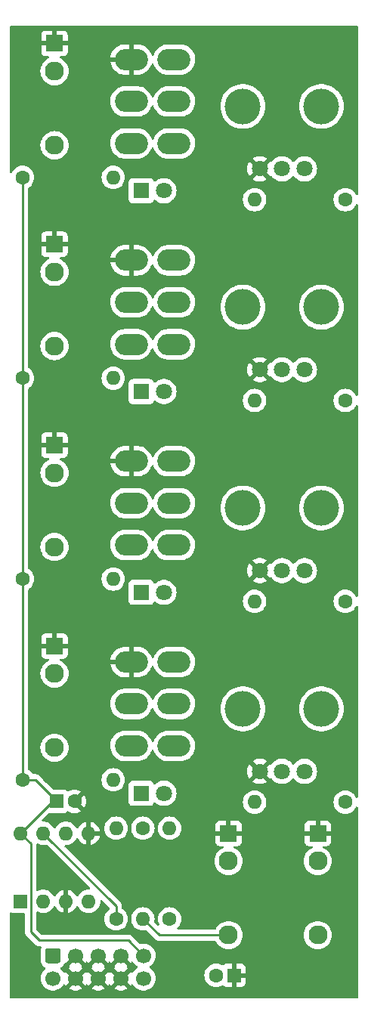
<source format=gbl>
G04 #@! TF.GenerationSoftware,KiCad,Pcbnew,7.0.7-7.0.7~ubuntu22.04.1*
G04 #@! TF.CreationDate,2023-10-13T14:43:32+01:00*
G04 #@! TF.ProjectId,Basic-DC-mixer,42617369-632d-4444-932d-6d697865722e,rev?*
G04 #@! TF.SameCoordinates,Original*
G04 #@! TF.FileFunction,Copper,L2,Bot*
G04 #@! TF.FilePolarity,Positive*
%FSLAX46Y46*%
G04 Gerber Fmt 4.6, Leading zero omitted, Abs format (unit mm)*
G04 Created by KiCad (PCBNEW 7.0.7-7.0.7~ubuntu22.04.1) date 2023-10-13 14:43:32*
%MOMM*%
%LPD*%
G01*
G04 APERTURE LIST*
G04 #@! TA.AperFunction,WasherPad*
%ADD10C,4.000000*%
G04 #@! TD*
G04 #@! TA.AperFunction,ComponentPad*
%ADD11C,1.800000*%
G04 #@! TD*
G04 #@! TA.AperFunction,ComponentPad*
%ADD12R,1.930000X1.830000*%
G04 #@! TD*
G04 #@! TA.AperFunction,ComponentPad*
%ADD13C,2.130000*%
G04 #@! TD*
G04 #@! TA.AperFunction,ComponentPad*
%ADD14O,3.700000X2.400000*%
G04 #@! TD*
G04 #@! TA.AperFunction,ComponentPad*
%ADD15C,1.600000*%
G04 #@! TD*
G04 #@! TA.AperFunction,ComponentPad*
%ADD16O,1.600000X1.600000*%
G04 #@! TD*
G04 #@! TA.AperFunction,ComponentPad*
%ADD17R,1.800000X1.800000*%
G04 #@! TD*
G04 #@! TA.AperFunction,ComponentPad*
%ADD18R,1.600000X1.600000*%
G04 #@! TD*
G04 #@! TA.AperFunction,ComponentPad*
%ADD19C,1.700000*%
G04 #@! TD*
G04 #@! TA.AperFunction,Conductor*
%ADD20C,0.250000*%
G04 #@! TD*
G04 APERTURE END LIST*
D10*
X56600000Y-85550000D03*
X65400000Y-85550000D03*
D11*
X58500000Y-92550000D03*
X61000000Y-92550000D03*
X63500000Y-92550000D03*
D10*
X56600000Y-108050000D03*
X65400000Y-108050000D03*
D11*
X58500000Y-115050000D03*
X61000000Y-115050000D03*
X63500000Y-115050000D03*
D12*
X55000000Y-122000000D03*
D13*
X55000000Y-133400000D03*
X55000000Y-125100000D03*
D14*
X44100000Y-102800000D03*
X44100000Y-107500000D03*
X44100000Y-112200000D03*
X48900000Y-102800000D03*
X48900000Y-107500000D03*
X48900000Y-112200000D03*
D15*
X42400000Y-131580000D03*
D16*
X42400000Y-121420000D03*
D17*
X45225000Y-72500000D03*
D11*
X47765000Y-72500000D03*
D15*
X68080000Y-118500000D03*
D16*
X57920000Y-118500000D03*
D15*
X68080000Y-96000000D03*
D16*
X57920000Y-96000000D03*
D10*
X56600000Y-63050000D03*
X65400000Y-63050000D03*
D11*
X58500000Y-70050000D03*
X61000000Y-70050000D03*
X63500000Y-70050000D03*
D15*
X31920000Y-48500000D03*
D16*
X42080000Y-48500000D03*
D12*
X35500000Y-56000000D03*
D13*
X35500000Y-67400000D03*
X35500000Y-59100000D03*
D15*
X31920000Y-116000000D03*
D16*
X42080000Y-116000000D03*
D17*
X45225000Y-95000000D03*
D11*
X47765000Y-95000000D03*
D12*
X35500000Y-78500000D03*
D13*
X35500000Y-89900000D03*
X35500000Y-81600000D03*
D12*
X35500000Y-101000000D03*
D13*
X35500000Y-112400000D03*
X35500000Y-104100000D03*
D15*
X31920000Y-71000000D03*
D16*
X42080000Y-71000000D03*
D12*
X35500000Y-33500000D03*
D13*
X35500000Y-44900000D03*
X35500000Y-36600000D03*
D15*
X48400000Y-131580000D03*
D16*
X48400000Y-121420000D03*
D14*
X44100000Y-35300000D03*
X44100000Y-40000000D03*
X44100000Y-44700000D03*
X48900000Y-35300000D03*
X48900000Y-40000000D03*
X48900000Y-44700000D03*
D10*
X56600000Y-40550000D03*
X65400000Y-40550000D03*
D11*
X58500000Y-47550000D03*
X61000000Y-47550000D03*
X63500000Y-47550000D03*
D15*
X31920000Y-93500000D03*
D16*
X42080000Y-93500000D03*
D17*
X45225000Y-117500000D03*
D11*
X47765000Y-117500000D03*
D15*
X68080000Y-73500000D03*
D16*
X57920000Y-73500000D03*
D15*
X68080000Y-51000000D03*
D16*
X57920000Y-51000000D03*
D14*
X44100000Y-80300000D03*
X44100000Y-85000000D03*
X44100000Y-89700000D03*
X48900000Y-80300000D03*
X48900000Y-85000000D03*
X48900000Y-89700000D03*
X44100000Y-57800000D03*
X44100000Y-62500000D03*
X44100000Y-67200000D03*
X48900000Y-57800000D03*
X48900000Y-62500000D03*
X48900000Y-67200000D03*
D15*
X45400000Y-121420000D03*
D16*
X45400000Y-131580000D03*
D12*
X65000000Y-122000000D03*
D13*
X65000000Y-133400000D03*
X65000000Y-125100000D03*
D17*
X45225000Y-50000000D03*
D11*
X47765000Y-50000000D03*
D18*
X31700000Y-129600000D03*
D16*
X34240000Y-129600000D03*
X36780000Y-129600000D03*
X39320000Y-129600000D03*
X39320000Y-121980000D03*
X36780000Y-121980000D03*
X34240000Y-121980000D03*
X31700000Y-121980000D03*
D18*
X35744888Y-118400000D03*
D15*
X37744888Y-118400000D03*
D18*
X55600000Y-137900000D03*
D15*
X53600000Y-137900000D03*
G04 #@! TA.AperFunction,ComponentPad*
G36*
G01*
X34720000Y-134850000D02*
X35920000Y-134850000D01*
G75*
G02*
X36170000Y-135100000I0J-250000D01*
G01*
X36170000Y-136300000D01*
G75*
G02*
X35920000Y-136550000I-250000J0D01*
G01*
X34720000Y-136550000D01*
G75*
G02*
X34470000Y-136300000I0J250000D01*
G01*
X34470000Y-135100000D01*
G75*
G02*
X34720000Y-134850000I250000J0D01*
G01*
G37*
G04 #@! TD.AperFunction*
D19*
X35320000Y-138240000D03*
X37860000Y-135700000D03*
X37860000Y-138240000D03*
X40400000Y-135700000D03*
X40400000Y-138240000D03*
X42940000Y-135700000D03*
X42940000Y-138240000D03*
X45480000Y-135700000D03*
X45480000Y-138240000D03*
D20*
X32825000Y-123105000D02*
X31700000Y-121980000D01*
X35744888Y-118400000D02*
X35280000Y-118400000D01*
X32044888Y-116124888D02*
X31920000Y-116000000D01*
X35280000Y-118400000D02*
X31700000Y-121980000D01*
X45480000Y-135700000D02*
X43780000Y-134000000D01*
X43780000Y-134000000D02*
X33800000Y-134000000D01*
X33800000Y-134000000D02*
X32825000Y-133025000D01*
X33344888Y-116000000D02*
X35744888Y-118400000D01*
X31920000Y-71000000D02*
X31920000Y-48500000D01*
X32825000Y-133025000D02*
X32825000Y-123105000D01*
X31920000Y-116000000D02*
X31920000Y-93500000D01*
X31920000Y-116000000D02*
X33344888Y-116000000D01*
X31920000Y-93500000D02*
X31920000Y-71000000D01*
X47220000Y-133400000D02*
X45400000Y-131580000D01*
X42400000Y-131580000D02*
X42400000Y-130140000D01*
X42400000Y-130140000D02*
X34240000Y-121980000D01*
X55000000Y-133400000D02*
X47220000Y-133400000D01*
G04 #@! TA.AperFunction,Conductor*
G36*
X69441620Y-31520502D02*
G01*
X69488113Y-31574158D01*
X69499499Y-31626500D01*
X69499499Y-50379601D01*
X69479497Y-50447722D01*
X69425841Y-50494215D01*
X69355567Y-50504319D01*
X69290987Y-50474825D01*
X69259304Y-50432851D01*
X69234473Y-50379601D01*
X69217523Y-50343251D01*
X69086198Y-50155700D01*
X68924300Y-49993802D01*
X68736749Y-49862477D01*
X68631713Y-49813498D01*
X68529246Y-49765717D01*
X68529240Y-49765715D01*
X68411938Y-49734284D01*
X68308087Y-49706457D01*
X68080000Y-49686502D01*
X67851913Y-49706457D01*
X67630759Y-49765715D01*
X67630753Y-49765717D01*
X67423250Y-49862477D01*
X67235703Y-49993799D01*
X67235697Y-49993804D01*
X67073804Y-50155697D01*
X67073799Y-50155703D01*
X66942477Y-50343250D01*
X66845717Y-50550753D01*
X66845715Y-50550759D01*
X66786457Y-50771913D01*
X66766502Y-51000000D01*
X66786457Y-51228086D01*
X66845715Y-51449240D01*
X66845717Y-51449246D01*
X66876352Y-51514943D01*
X66942477Y-51656749D01*
X67073802Y-51844300D01*
X67235700Y-52006198D01*
X67423251Y-52137523D01*
X67630757Y-52234284D01*
X67851913Y-52293543D01*
X68080000Y-52313498D01*
X68308087Y-52293543D01*
X68529243Y-52234284D01*
X68736749Y-52137523D01*
X68924300Y-52006198D01*
X69086198Y-51844300D01*
X69217523Y-51656749D01*
X69259303Y-51567149D01*
X69306221Y-51513863D01*
X69374498Y-51494402D01*
X69442458Y-51514943D01*
X69488524Y-51568966D01*
X69499499Y-51620398D01*
X69499499Y-72879602D01*
X69479497Y-72947723D01*
X69425841Y-72994216D01*
X69355567Y-73004320D01*
X69290987Y-72974826D01*
X69259304Y-72932851D01*
X69217524Y-72843252D01*
X69086200Y-72655703D01*
X69086195Y-72655697D01*
X68924302Y-72493804D01*
X68924296Y-72493799D01*
X68736749Y-72362477D01*
X68529246Y-72265717D01*
X68529240Y-72265715D01*
X68411938Y-72234284D01*
X68308087Y-72206457D01*
X68080000Y-72186502D01*
X67851913Y-72206457D01*
X67630759Y-72265715D01*
X67630753Y-72265717D01*
X67423250Y-72362477D01*
X67235703Y-72493799D01*
X67235697Y-72493804D01*
X67073804Y-72655697D01*
X67073799Y-72655703D01*
X66942477Y-72843250D01*
X66845717Y-73050753D01*
X66845715Y-73050759D01*
X66786457Y-73271913D01*
X66766502Y-73500000D01*
X66786457Y-73728086D01*
X66845715Y-73949240D01*
X66845717Y-73949246D01*
X66901543Y-74068965D01*
X66942477Y-74156749D01*
X67073802Y-74344300D01*
X67235700Y-74506198D01*
X67423251Y-74637523D01*
X67630757Y-74734284D01*
X67851913Y-74793543D01*
X68080000Y-74813498D01*
X68308087Y-74793543D01*
X68529243Y-74734284D01*
X68736749Y-74637523D01*
X68924300Y-74506198D01*
X69086198Y-74344300D01*
X69217523Y-74156749D01*
X69259304Y-74067147D01*
X69306220Y-74013863D01*
X69374497Y-73994401D01*
X69442457Y-74014942D01*
X69488524Y-74068965D01*
X69499499Y-74120397D01*
X69499499Y-95379602D01*
X69479497Y-95447723D01*
X69425841Y-95494216D01*
X69355567Y-95504320D01*
X69290987Y-95474826D01*
X69259304Y-95432851D01*
X69217524Y-95343252D01*
X69086200Y-95155703D01*
X69086195Y-95155697D01*
X68924302Y-94993804D01*
X68924296Y-94993799D01*
X68736749Y-94862477D01*
X68529246Y-94765717D01*
X68529240Y-94765715D01*
X68411938Y-94734284D01*
X68308087Y-94706457D01*
X68080000Y-94686502D01*
X67851913Y-94706457D01*
X67630759Y-94765715D01*
X67630753Y-94765717D01*
X67423250Y-94862477D01*
X67235703Y-94993799D01*
X67235697Y-94993804D01*
X67073804Y-95155697D01*
X67073799Y-95155703D01*
X66942477Y-95343250D01*
X66845717Y-95550753D01*
X66845715Y-95550759D01*
X66786457Y-95771913D01*
X66766502Y-96000000D01*
X66786457Y-96228086D01*
X66845715Y-96449240D01*
X66845717Y-96449246D01*
X66901543Y-96568965D01*
X66942477Y-96656749D01*
X67073802Y-96844300D01*
X67235700Y-97006198D01*
X67423251Y-97137523D01*
X67630757Y-97234284D01*
X67851913Y-97293543D01*
X68080000Y-97313498D01*
X68308087Y-97293543D01*
X68529243Y-97234284D01*
X68736749Y-97137523D01*
X68924300Y-97006198D01*
X69086198Y-96844300D01*
X69217523Y-96656749D01*
X69259304Y-96567147D01*
X69306220Y-96513863D01*
X69374497Y-96494401D01*
X69442457Y-96514942D01*
X69488524Y-96568965D01*
X69499499Y-96620397D01*
X69499499Y-117879602D01*
X69479497Y-117947723D01*
X69425841Y-117994216D01*
X69355567Y-118004320D01*
X69290987Y-117974826D01*
X69259304Y-117932851D01*
X69217524Y-117843252D01*
X69086200Y-117655703D01*
X69086195Y-117655697D01*
X68924302Y-117493804D01*
X68924296Y-117493799D01*
X68736749Y-117362477D01*
X68529246Y-117265717D01*
X68529240Y-117265715D01*
X68411938Y-117234284D01*
X68308087Y-117206457D01*
X68080000Y-117186502D01*
X67851913Y-117206457D01*
X67630759Y-117265715D01*
X67630753Y-117265717D01*
X67423250Y-117362477D01*
X67235703Y-117493799D01*
X67235697Y-117493804D01*
X67073804Y-117655697D01*
X67073799Y-117655703D01*
X66942477Y-117843250D01*
X66845717Y-118050753D01*
X66845715Y-118050759D01*
X66809466Y-118186041D01*
X66786457Y-118271913D01*
X66766502Y-118500000D01*
X66786457Y-118728087D01*
X66818874Y-118849068D01*
X66845715Y-118949240D01*
X66845717Y-118949246D01*
X66942477Y-119156749D01*
X67006818Y-119248638D01*
X67073802Y-119344300D01*
X67235700Y-119506198D01*
X67423251Y-119637523D01*
X67630757Y-119734284D01*
X67851913Y-119793543D01*
X68080000Y-119813498D01*
X68308087Y-119793543D01*
X68529243Y-119734284D01*
X68736749Y-119637523D01*
X68924300Y-119506198D01*
X69086198Y-119344300D01*
X69217523Y-119156749D01*
X69259304Y-119067147D01*
X69306220Y-119013863D01*
X69374497Y-118994401D01*
X69442457Y-119014942D01*
X69488524Y-119068965D01*
X69499499Y-119120397D01*
X69499500Y-140373500D01*
X69479498Y-140441621D01*
X69425842Y-140488114D01*
X69373500Y-140499500D01*
X30626500Y-140499500D01*
X30558379Y-140479498D01*
X30511886Y-140425842D01*
X30500500Y-140373500D01*
X30500500Y-130975186D01*
X30520502Y-130907065D01*
X30574158Y-130860572D01*
X30644432Y-130850468D01*
X30670525Y-130857128D01*
X30758482Y-130889935D01*
X30790798Y-130901989D01*
X30790803Y-130901990D01*
X30851350Y-130908499D01*
X30851355Y-130908499D01*
X30851362Y-130908500D01*
X32065500Y-130908500D01*
X32133621Y-130928502D01*
X32180114Y-130982158D01*
X32191500Y-131034500D01*
X32191500Y-132941146D01*
X32189751Y-132956988D01*
X32190044Y-132957016D01*
X32189298Y-132964907D01*
X32191500Y-133034957D01*
X32191500Y-133064851D01*
X32191501Y-133064872D01*
X32192378Y-133071820D01*
X32192844Y-133077732D01*
X32194326Y-133124888D01*
X32194327Y-133124893D01*
X32199977Y-133144339D01*
X32203986Y-133163697D01*
X32206525Y-133183793D01*
X32206526Y-133183799D01*
X32223893Y-133227662D01*
X32225816Y-133233279D01*
X32238982Y-133278593D01*
X32249294Y-133296031D01*
X32257988Y-133313779D01*
X32265444Y-133332609D01*
X32265450Y-133332620D01*
X32293177Y-133370783D01*
X32296437Y-133375746D01*
X32320460Y-133416365D01*
X32334779Y-133430684D01*
X32347617Y-133445714D01*
X32351012Y-133450386D01*
X32359528Y-133462107D01*
X32385283Y-133483413D01*
X32395886Y-133492185D01*
X32400267Y-133496171D01*
X32853708Y-133949612D01*
X33292753Y-134388657D01*
X33302720Y-134401097D01*
X33302947Y-134400910D01*
X33307999Y-134407017D01*
X33359095Y-134454999D01*
X33380225Y-134476130D01*
X33385768Y-134480430D01*
X33390281Y-134484285D01*
X33424679Y-134516586D01*
X33424680Y-134516586D01*
X33424682Y-134516588D01*
X33442429Y-134526344D01*
X33458959Y-134537202D01*
X33474959Y-134549613D01*
X33496215Y-134558811D01*
X33518251Y-134568347D01*
X33523585Y-134570959D01*
X33564940Y-134593695D01*
X33584562Y-134598733D01*
X33603263Y-134605135D01*
X33615814Y-134610567D01*
X33621852Y-134613180D01*
X33621853Y-134613180D01*
X33621855Y-134613181D01*
X33668477Y-134620564D01*
X33674262Y-134621763D01*
X33719970Y-134633500D01*
X33740224Y-134633500D01*
X33759934Y-134635051D01*
X33762141Y-134635400D01*
X33779943Y-134638220D01*
X33813870Y-134635012D01*
X33826917Y-134633780D01*
X33832850Y-134633500D01*
X33901034Y-134633500D01*
X33969155Y-134653502D01*
X34015648Y-134707158D01*
X34025752Y-134777432D01*
X34020641Y-134799120D01*
X33972113Y-134945574D01*
X33972113Y-134945575D01*
X33972112Y-134945579D01*
X33961500Y-135049446D01*
X33961500Y-136350544D01*
X33972112Y-136454425D01*
X34027885Y-136622738D01*
X34120970Y-136773652D01*
X34120975Y-136773658D01*
X34246341Y-136899024D01*
X34246347Y-136899029D01*
X34246348Y-136899030D01*
X34397262Y-136992115D01*
X34397268Y-136992117D01*
X34403914Y-136995217D01*
X34402943Y-136997299D01*
X34452167Y-137031372D01*
X34479430Y-137096925D01*
X34466924Y-137166811D01*
X34431564Y-137210003D01*
X34396764Y-137237089D01*
X34244279Y-137402729D01*
X34244275Y-137402734D01*
X34121141Y-137591206D01*
X34030703Y-137797386D01*
X34030702Y-137797387D01*
X33975437Y-138015624D01*
X33975436Y-138015630D01*
X33975436Y-138015632D01*
X33956844Y-138240000D01*
X33974915Y-138458084D01*
X33975437Y-138464375D01*
X34030702Y-138682612D01*
X34030703Y-138682613D01*
X34030704Y-138682616D01*
X34059646Y-138748597D01*
X34121141Y-138888793D01*
X34244275Y-139077265D01*
X34244279Y-139077270D01*
X34396762Y-139242908D01*
X34451331Y-139285381D01*
X34574424Y-139381189D01*
X34772426Y-139488342D01*
X34772427Y-139488342D01*
X34772428Y-139488343D01*
X34884227Y-139526723D01*
X34985365Y-139561444D01*
X35207431Y-139598500D01*
X35207435Y-139598500D01*
X35432565Y-139598500D01*
X35432569Y-139598500D01*
X35654635Y-139561444D01*
X35867574Y-139488342D01*
X36065576Y-139381189D01*
X36243240Y-139242906D01*
X36395722Y-139077268D01*
X36484816Y-138940898D01*
X36538819Y-138894810D01*
X36609167Y-138885235D01*
X36673524Y-138915212D01*
X36695782Y-138940898D01*
X36736922Y-139003866D01*
X37247081Y-138493706D01*
X37309394Y-138459681D01*
X37380209Y-138464745D01*
X37437045Y-138507292D01*
X37442162Y-138514661D01*
X37478239Y-138570798D01*
X37586900Y-138664952D01*
X37586901Y-138664952D01*
X37593711Y-138670853D01*
X37591686Y-138673189D01*
X37628084Y-138715187D01*
X37638195Y-138785460D01*
X37608709Y-138850043D01*
X37602572Y-138856636D01*
X37094310Y-139364898D01*
X37114694Y-139380763D01*
X37114696Y-139380765D01*
X37312632Y-139487883D01*
X37525483Y-139560955D01*
X37525490Y-139560957D01*
X37747477Y-139598000D01*
X37972523Y-139598000D01*
X38194509Y-139560957D01*
X38194516Y-139560955D01*
X38407369Y-139487883D01*
X38407371Y-139487882D01*
X38605298Y-139380768D01*
X38605302Y-139380766D01*
X38625688Y-139364898D01*
X38117427Y-138856638D01*
X38083402Y-138794325D01*
X38088466Y-138723510D01*
X38127145Y-138671840D01*
X38126289Y-138670853D01*
X38130830Y-138666917D01*
X38131013Y-138666674D01*
X38131510Y-138666328D01*
X38133095Y-138664953D01*
X38133100Y-138664952D01*
X38241761Y-138570798D01*
X38277824Y-138514681D01*
X38331478Y-138468189D01*
X38401752Y-138458084D01*
X38466333Y-138487576D01*
X38472918Y-138493707D01*
X38983076Y-139003866D01*
X39024516Y-138940440D01*
X39078520Y-138894352D01*
X39148868Y-138884777D01*
X39213225Y-138914755D01*
X39235481Y-138940439D01*
X39276921Y-139003866D01*
X39276922Y-139003866D01*
X39787081Y-138493706D01*
X39849394Y-138459681D01*
X39920209Y-138464745D01*
X39977045Y-138507292D01*
X39982162Y-138514661D01*
X40018239Y-138570798D01*
X40126900Y-138664952D01*
X40126901Y-138664952D01*
X40133711Y-138670853D01*
X40131686Y-138673189D01*
X40168084Y-138715187D01*
X40178195Y-138785460D01*
X40148709Y-138850043D01*
X40142572Y-138856636D01*
X39634310Y-139364898D01*
X39654694Y-139380763D01*
X39654696Y-139380765D01*
X39852632Y-139487883D01*
X40065483Y-139560955D01*
X40065490Y-139560957D01*
X40287477Y-139598000D01*
X40512523Y-139598000D01*
X40734509Y-139560957D01*
X40734516Y-139560955D01*
X40947369Y-139487883D01*
X40947371Y-139487882D01*
X41145298Y-139380768D01*
X41145302Y-139380766D01*
X41165688Y-139364898D01*
X40657427Y-138856638D01*
X40623402Y-138794325D01*
X40628466Y-138723510D01*
X40667145Y-138671840D01*
X40666289Y-138670853D01*
X40670830Y-138666917D01*
X40671013Y-138666674D01*
X40671510Y-138666328D01*
X40673095Y-138664953D01*
X40673100Y-138664952D01*
X40781761Y-138570798D01*
X40817824Y-138514681D01*
X40871478Y-138468189D01*
X40941752Y-138458084D01*
X41006333Y-138487576D01*
X41012918Y-138493707D01*
X41523076Y-139003866D01*
X41564516Y-138940440D01*
X41618520Y-138894352D01*
X41688868Y-138884777D01*
X41753225Y-138914755D01*
X41775481Y-138940439D01*
X41816921Y-139003866D01*
X41816922Y-139003866D01*
X42327081Y-138493706D01*
X42389394Y-138459681D01*
X42460209Y-138464745D01*
X42517045Y-138507292D01*
X42522162Y-138514661D01*
X42558239Y-138570798D01*
X42666900Y-138664952D01*
X42666901Y-138664952D01*
X42673711Y-138670853D01*
X42671686Y-138673189D01*
X42708084Y-138715187D01*
X42718195Y-138785460D01*
X42688709Y-138850043D01*
X42682572Y-138856636D01*
X42174310Y-139364898D01*
X42194694Y-139380763D01*
X42194696Y-139380765D01*
X42392632Y-139487883D01*
X42605483Y-139560955D01*
X42605490Y-139560957D01*
X42827477Y-139598000D01*
X43052523Y-139598000D01*
X43274509Y-139560957D01*
X43274516Y-139560955D01*
X43487369Y-139487883D01*
X43487371Y-139487882D01*
X43685298Y-139380768D01*
X43685302Y-139380766D01*
X43705688Y-139364898D01*
X43197427Y-138856638D01*
X43163402Y-138794325D01*
X43168466Y-138723510D01*
X43207145Y-138671840D01*
X43206289Y-138670853D01*
X43210830Y-138666917D01*
X43211013Y-138666674D01*
X43211510Y-138666328D01*
X43213095Y-138664953D01*
X43213100Y-138664952D01*
X43321761Y-138570798D01*
X43357824Y-138514681D01*
X43411478Y-138468189D01*
X43481752Y-138458084D01*
X43546333Y-138487576D01*
X43552918Y-138493707D01*
X44063077Y-139003866D01*
X44104218Y-138940898D01*
X44158222Y-138894810D01*
X44228570Y-138885235D01*
X44292927Y-138915213D01*
X44315183Y-138940898D01*
X44404279Y-139077270D01*
X44556762Y-139242908D01*
X44611331Y-139285381D01*
X44734424Y-139381189D01*
X44932426Y-139488342D01*
X44932427Y-139488342D01*
X44932428Y-139488343D01*
X45044227Y-139526723D01*
X45145365Y-139561444D01*
X45367431Y-139598500D01*
X45367435Y-139598500D01*
X45592565Y-139598500D01*
X45592569Y-139598500D01*
X45814635Y-139561444D01*
X46027574Y-139488342D01*
X46225576Y-139381189D01*
X46403240Y-139242906D01*
X46555722Y-139077268D01*
X46678860Y-138888791D01*
X46769296Y-138682616D01*
X46824564Y-138464368D01*
X46843156Y-138240000D01*
X46824564Y-138015632D01*
X46795282Y-137900000D01*
X52286502Y-137900000D01*
X52306457Y-138128087D01*
X52333133Y-138227641D01*
X52365715Y-138349240D01*
X52365717Y-138349246D01*
X52462477Y-138556749D01*
X52579244Y-138723510D01*
X52593802Y-138744300D01*
X52755700Y-138906198D01*
X52943251Y-139037523D01*
X53150757Y-139134284D01*
X53371913Y-139193543D01*
X53600000Y-139213498D01*
X53828087Y-139193543D01*
X54049243Y-139134284D01*
X54256749Y-139037523D01*
X54262613Y-139033416D01*
X54329881Y-139010725D01*
X54398743Y-139028003D01*
X54430680Y-139056574D01*
X54430723Y-139056532D01*
X54431486Y-139057295D01*
X54435756Y-139061115D01*
X54437094Y-139062903D01*
X54554034Y-139150444D01*
X54690906Y-139201494D01*
X54751402Y-139207999D01*
X54751415Y-139208000D01*
X55346000Y-139208000D01*
X55346000Y-138412284D01*
X55366002Y-138344163D01*
X55419658Y-138297670D01*
X55489932Y-138287566D01*
X55491713Y-138287835D01*
X55568519Y-138300000D01*
X55568521Y-138300000D01*
X55631479Y-138300000D01*
X55631481Y-138300000D01*
X55708290Y-138287835D01*
X55778701Y-138296935D01*
X55833015Y-138342657D01*
X55853987Y-138410486D01*
X55854000Y-138412284D01*
X55854000Y-139208000D01*
X56448585Y-139208000D01*
X56448597Y-139207999D01*
X56509093Y-139201494D01*
X56645964Y-139150444D01*
X56645965Y-139150444D01*
X56762904Y-139062904D01*
X56850444Y-138945965D01*
X56850444Y-138945964D01*
X56901494Y-138809093D01*
X56907999Y-138748597D01*
X56908000Y-138748585D01*
X56908000Y-138154000D01*
X56112284Y-138154000D01*
X56044163Y-138133998D01*
X55997670Y-138080342D01*
X55987566Y-138010068D01*
X55987835Y-138008290D01*
X55994641Y-137965316D01*
X56004986Y-137900000D01*
X55987834Y-137791710D01*
X55996935Y-137721299D01*
X56042657Y-137666985D01*
X56110485Y-137646013D01*
X56112284Y-137646000D01*
X56908000Y-137646000D01*
X56908000Y-137051414D01*
X56907999Y-137051402D01*
X56901494Y-136990906D01*
X56850444Y-136854035D01*
X56850444Y-136854034D01*
X56762904Y-136737095D01*
X56645965Y-136649555D01*
X56509093Y-136598505D01*
X56448597Y-136592000D01*
X55854000Y-136592000D01*
X55854000Y-137387715D01*
X55833998Y-137455836D01*
X55780342Y-137502329D01*
X55710068Y-137512433D01*
X55708292Y-137512164D01*
X55631481Y-137500000D01*
X55568519Y-137500000D01*
X55491708Y-137512164D01*
X55421297Y-137503063D01*
X55366984Y-137457340D01*
X55346013Y-137389512D01*
X55346000Y-137387715D01*
X55346000Y-136592000D01*
X54751402Y-136592000D01*
X54690906Y-136598505D01*
X54554035Y-136649555D01*
X54554034Y-136649555D01*
X54437095Y-136737095D01*
X54435751Y-136738892D01*
X54433954Y-136740236D01*
X54430724Y-136743467D01*
X54430259Y-136743002D01*
X54378912Y-136781433D01*
X54308095Y-136786492D01*
X54262622Y-136766589D01*
X54256749Y-136762477D01*
X54256748Y-136762476D01*
X54256746Y-136762475D01*
X54049246Y-136665717D01*
X54049240Y-136665715D01*
X53888848Y-136622738D01*
X53828087Y-136606457D01*
X53600000Y-136586502D01*
X53371913Y-136606457D01*
X53150759Y-136665715D01*
X53150753Y-136665717D01*
X52943250Y-136762477D01*
X52755703Y-136893799D01*
X52755697Y-136893804D01*
X52593804Y-137055697D01*
X52593799Y-137055703D01*
X52462477Y-137243250D01*
X52365717Y-137450753D01*
X52365715Y-137450759D01*
X52317700Y-137629952D01*
X52306457Y-137671913D01*
X52286502Y-137900000D01*
X46795282Y-137900000D01*
X46773769Y-137815048D01*
X46769297Y-137797387D01*
X46769296Y-137797386D01*
X46769296Y-137797384D01*
X46678860Y-137591209D01*
X46644816Y-137539101D01*
X46555724Y-137402734D01*
X46555720Y-137402729D01*
X46403237Y-137237091D01*
X46294399Y-137152379D01*
X46225576Y-137098811D01*
X46192319Y-137080813D01*
X46141929Y-137030802D01*
X46126576Y-136961485D01*
X46151136Y-136894872D01*
X46192320Y-136859186D01*
X46192324Y-136859184D01*
X46225576Y-136841189D01*
X46403240Y-136702906D01*
X46555722Y-136537268D01*
X46678860Y-136348791D01*
X46769296Y-136142616D01*
X46824564Y-135924368D01*
X46843156Y-135700000D01*
X46824564Y-135475632D01*
X46797612Y-135369202D01*
X46769297Y-135257387D01*
X46769296Y-135257386D01*
X46769296Y-135257384D01*
X46678860Y-135051209D01*
X46661896Y-135025244D01*
X46555724Y-134862734D01*
X46555720Y-134862729D01*
X46415696Y-134710625D01*
X46403240Y-134697094D01*
X46403239Y-134697093D01*
X46403237Y-134697091D01*
X46295430Y-134613181D01*
X46225576Y-134558811D01*
X46027574Y-134451658D01*
X46027572Y-134451657D01*
X46027571Y-134451656D01*
X45814639Y-134378557D01*
X45814630Y-134378555D01*
X45770476Y-134371187D01*
X45592569Y-134341500D01*
X45367431Y-134341500D01*
X45256496Y-134360011D01*
X45145355Y-134378557D01*
X45142213Y-134379353D01*
X45140889Y-134379303D01*
X45140224Y-134379414D01*
X45140201Y-134379277D01*
X45071267Y-134376675D01*
X45022204Y-134346299D01*
X44287244Y-133611339D01*
X44277279Y-133598901D01*
X44277052Y-133599090D01*
X44272001Y-133592984D01*
X44272000Y-133592982D01*
X44220920Y-133545015D01*
X44220920Y-133545014D01*
X44199777Y-133523871D01*
X44199772Y-133523866D01*
X44194225Y-133519563D01*
X44189717Y-133515712D01*
X44155325Y-133483417D01*
X44155319Y-133483413D01*
X44137563Y-133473651D01*
X44121047Y-133462802D01*
X44105041Y-133450386D01*
X44074289Y-133437078D01*
X44061740Y-133431648D01*
X44056408Y-133429036D01*
X44015061Y-133406305D01*
X43995436Y-133401266D01*
X43976736Y-133394864D01*
X43958145Y-133386819D01*
X43958143Y-133386818D01*
X43958142Y-133386818D01*
X43911542Y-133379437D01*
X43905729Y-133378233D01*
X43860030Y-133366500D01*
X43839776Y-133366500D01*
X43820066Y-133364949D01*
X43800057Y-133361780D01*
X43800056Y-133361780D01*
X43753083Y-133366220D01*
X43747150Y-133366500D01*
X34114595Y-133366500D01*
X34046474Y-133346498D01*
X34025500Y-133329595D01*
X33495405Y-132799500D01*
X33461379Y-132737188D01*
X33458500Y-132710405D01*
X33458500Y-130877131D01*
X33478502Y-130809010D01*
X33532158Y-130762517D01*
X33602432Y-130752413D01*
X33637749Y-130762935D01*
X33790757Y-130834284D01*
X34011913Y-130893543D01*
X34240000Y-130913498D01*
X34468087Y-130893543D01*
X34689243Y-130834284D01*
X34896749Y-130737523D01*
X35084300Y-130606198D01*
X35246198Y-130444300D01*
X35377523Y-130256749D01*
X35396081Y-130216950D01*
X35442995Y-130163667D01*
X35511272Y-130144205D01*
X35579232Y-130164745D01*
X35624469Y-130216949D01*
X35642911Y-130256497D01*
X35774184Y-130443974D01*
X35774189Y-130443980D01*
X35936019Y-130605810D01*
X35936025Y-130605815D01*
X36123501Y-130737087D01*
X36330926Y-130833811D01*
X36330931Y-130833813D01*
X36526000Y-130886081D01*
X36526000Y-130112284D01*
X36546002Y-130044163D01*
X36599658Y-129997670D01*
X36669932Y-129987566D01*
X36671713Y-129987835D01*
X36748519Y-130000000D01*
X36748521Y-130000000D01*
X36811479Y-130000000D01*
X36811481Y-130000000D01*
X36888290Y-129987835D01*
X36958701Y-129996935D01*
X37013015Y-130042657D01*
X37033987Y-130110486D01*
X37034000Y-130112284D01*
X37034000Y-130886081D01*
X37229068Y-130833813D01*
X37229073Y-130833811D01*
X37436498Y-130737087D01*
X37623974Y-130605815D01*
X37623980Y-130605810D01*
X37785810Y-130443980D01*
X37785815Y-130443974D01*
X37917087Y-130256498D01*
X37935529Y-130216951D01*
X37982446Y-130163666D01*
X38050723Y-130144205D01*
X38118683Y-130164747D01*
X38163919Y-130216951D01*
X38182477Y-130256749D01*
X38312525Y-130442477D01*
X38313802Y-130444300D01*
X38475700Y-130606198D01*
X38663251Y-130737523D01*
X38870757Y-130834284D01*
X39091913Y-130893543D01*
X39320000Y-130913498D01*
X39548087Y-130893543D01*
X39769243Y-130834284D01*
X39976749Y-130737523D01*
X40164300Y-130606198D01*
X40326198Y-130444300D01*
X40457523Y-130256749D01*
X40554284Y-130049243D01*
X40613543Y-129828087D01*
X40633498Y-129600000D01*
X40631973Y-129582570D01*
X40645960Y-129512966D01*
X40695358Y-129461973D01*
X40764484Y-129445781D01*
X40831390Y-129469532D01*
X40846588Y-129482492D01*
X41674314Y-130310218D01*
X41708340Y-130372530D01*
X41703275Y-130443345D01*
X41660728Y-130500181D01*
X41657491Y-130502525D01*
X41555706Y-130573797D01*
X41555697Y-130573804D01*
X41393804Y-130735697D01*
X41393799Y-130735703D01*
X41262477Y-130923250D01*
X41165717Y-131130753D01*
X41165716Y-131130757D01*
X41106457Y-131351913D01*
X41086502Y-131580000D01*
X41106457Y-131808087D01*
X41165716Y-132029243D01*
X41262477Y-132236749D01*
X41393802Y-132424300D01*
X41555700Y-132586198D01*
X41743251Y-132717523D01*
X41950757Y-132814284D01*
X42171913Y-132873543D01*
X42400000Y-132893498D01*
X42628087Y-132873543D01*
X42849243Y-132814284D01*
X43056749Y-132717523D01*
X43244300Y-132586198D01*
X43406198Y-132424300D01*
X43537523Y-132236749D01*
X43634284Y-132029243D01*
X43693543Y-131808087D01*
X43713498Y-131580000D01*
X44086502Y-131580000D01*
X44106457Y-131808087D01*
X44165716Y-132029243D01*
X44262477Y-132236749D01*
X44393802Y-132424300D01*
X44555700Y-132586198D01*
X44743251Y-132717523D01*
X44950757Y-132814284D01*
X45171913Y-132873543D01*
X45400000Y-132893498D01*
X45628087Y-132873543D01*
X45691541Y-132856540D01*
X45762516Y-132858228D01*
X45813247Y-132889151D01*
X46712753Y-133788657D01*
X46722720Y-133801097D01*
X46722947Y-133800910D01*
X46727999Y-133807017D01*
X46728000Y-133807018D01*
X46779095Y-133854999D01*
X46800231Y-133876135D01*
X46805770Y-133880431D01*
X46810282Y-133884285D01*
X46844679Y-133916586D01*
X46862427Y-133926342D01*
X46878957Y-133937201D01*
X46894959Y-133949614D01*
X46937459Y-133968004D01*
X46938262Y-133968352D01*
X46943583Y-133970958D01*
X46984940Y-133993695D01*
X46984948Y-133993697D01*
X47004558Y-133998732D01*
X47023267Y-134005137D01*
X47041855Y-134013181D01*
X47088477Y-134020564D01*
X47094262Y-134021763D01*
X47139970Y-134033500D01*
X47160224Y-134033500D01*
X47179934Y-134035051D01*
X47182141Y-134035400D01*
X47199943Y-134038220D01*
X47233870Y-134035012D01*
X47246917Y-134033780D01*
X47252850Y-134033500D01*
X53475070Y-134033500D01*
X53543191Y-134053502D01*
X53589684Y-134107158D01*
X53591479Y-134111283D01*
X53593664Y-134116559D01*
X53723076Y-134327741D01*
X53723077Y-134327743D01*
X53883926Y-134516073D01*
X54026941Y-134638219D01*
X54072260Y-134676925D01*
X54283437Y-134806334D01*
X54512258Y-134901115D01*
X54753089Y-134958934D01*
X55000000Y-134978366D01*
X55246911Y-134958934D01*
X55487742Y-134901115D01*
X55716563Y-134806334D01*
X55927740Y-134676925D01*
X56116073Y-134516073D01*
X56276925Y-134327740D01*
X56406334Y-134116563D01*
X56501115Y-133887742D01*
X56558934Y-133646911D01*
X56578366Y-133400000D01*
X63421634Y-133400000D01*
X63441066Y-133646911D01*
X63498885Y-133887742D01*
X63593665Y-134116561D01*
X63723076Y-134327741D01*
X63723077Y-134327743D01*
X63883926Y-134516073D01*
X64026941Y-134638219D01*
X64072260Y-134676925D01*
X64283437Y-134806334D01*
X64512258Y-134901115D01*
X64753089Y-134958934D01*
X65000000Y-134978366D01*
X65246911Y-134958934D01*
X65487742Y-134901115D01*
X65716563Y-134806334D01*
X65927740Y-134676925D01*
X66116073Y-134516073D01*
X66276925Y-134327740D01*
X66406334Y-134116563D01*
X66501115Y-133887742D01*
X66558934Y-133646911D01*
X66578366Y-133400000D01*
X66558934Y-133153089D01*
X66501115Y-132912258D01*
X66406334Y-132683437D01*
X66276925Y-132472260D01*
X66235965Y-132424302D01*
X66116073Y-132283926D01*
X65927743Y-132123077D01*
X65927741Y-132123076D01*
X65927740Y-132123075D01*
X65716563Y-131993666D01*
X65487742Y-131898885D01*
X65246911Y-131841066D01*
X65246912Y-131841066D01*
X65000000Y-131821634D01*
X64753088Y-131841066D01*
X64512257Y-131898885D01*
X64283438Y-131993665D01*
X64072258Y-132123076D01*
X64072256Y-132123077D01*
X63883926Y-132283926D01*
X63723077Y-132472256D01*
X63723076Y-132472258D01*
X63593665Y-132683438D01*
X63498885Y-132912257D01*
X63441066Y-133153088D01*
X63421634Y-133400000D01*
X56578366Y-133400000D01*
X56558934Y-133153089D01*
X56501115Y-132912258D01*
X56406334Y-132683437D01*
X56276925Y-132472260D01*
X56235965Y-132424302D01*
X56116073Y-132283926D01*
X55927743Y-132123077D01*
X55927741Y-132123076D01*
X55927740Y-132123075D01*
X55716563Y-131993666D01*
X55487742Y-131898885D01*
X55246911Y-131841066D01*
X55246912Y-131841066D01*
X55123455Y-131831350D01*
X55000000Y-131821634D01*
X54999999Y-131821634D01*
X54753088Y-131841066D01*
X54512257Y-131898885D01*
X54283438Y-131993665D01*
X54072258Y-132123076D01*
X54072256Y-132123077D01*
X53883926Y-132283926D01*
X53723077Y-132472256D01*
X53723076Y-132472258D01*
X53593664Y-132683440D01*
X53591479Y-132688717D01*
X53546931Y-132743999D01*
X53479568Y-132766420D01*
X53475070Y-132766500D01*
X49368188Y-132766500D01*
X49300067Y-132746498D01*
X49253574Y-132692842D01*
X49243470Y-132622568D01*
X49272964Y-132557988D01*
X49279093Y-132551405D01*
X49279093Y-132551404D01*
X49406198Y-132424300D01*
X49537523Y-132236749D01*
X49634284Y-132029243D01*
X49693543Y-131808087D01*
X49713498Y-131580000D01*
X49693543Y-131351913D01*
X49634284Y-131130757D01*
X49537523Y-130923251D01*
X49406198Y-130735700D01*
X49244300Y-130573802D01*
X49056749Y-130442477D01*
X48970812Y-130402404D01*
X48849246Y-130345717D01*
X48849240Y-130345715D01*
X48755771Y-130320670D01*
X48628087Y-130286457D01*
X48400000Y-130266502D01*
X48171913Y-130286457D01*
X47950759Y-130345715D01*
X47950753Y-130345717D01*
X47743250Y-130442477D01*
X47555703Y-130573799D01*
X47555697Y-130573804D01*
X47393804Y-130735697D01*
X47393799Y-130735703D01*
X47262477Y-130923250D01*
X47165717Y-131130753D01*
X47165716Y-131130757D01*
X47106457Y-131351913D01*
X47086502Y-131580000D01*
X47106457Y-131808087D01*
X47139374Y-131930933D01*
X47165715Y-132029240D01*
X47165719Y-132029250D01*
X47231186Y-132169647D01*
X47241847Y-132239838D01*
X47212867Y-132304651D01*
X47153447Y-132343507D01*
X47082452Y-132344070D01*
X47027896Y-132311991D01*
X46709150Y-131993245D01*
X46675125Y-131930933D01*
X46676539Y-131871542D01*
X46693543Y-131808087D01*
X46713498Y-131580000D01*
X46693543Y-131351913D01*
X46634284Y-131130757D01*
X46537523Y-130923251D01*
X46406198Y-130735700D01*
X46244300Y-130573802D01*
X46056749Y-130442477D01*
X45970812Y-130402404D01*
X45849246Y-130345717D01*
X45849240Y-130345715D01*
X45755771Y-130320670D01*
X45628087Y-130286457D01*
X45400000Y-130266502D01*
X45171913Y-130286457D01*
X44950759Y-130345715D01*
X44950753Y-130345717D01*
X44743250Y-130442477D01*
X44555703Y-130573799D01*
X44555697Y-130573804D01*
X44393804Y-130735697D01*
X44393799Y-130735703D01*
X44262477Y-130923250D01*
X44165717Y-131130753D01*
X44165716Y-131130757D01*
X44106457Y-131351913D01*
X44086502Y-131580000D01*
X43713498Y-131580000D01*
X43693543Y-131351913D01*
X43634284Y-131130757D01*
X43537523Y-130923251D01*
X43406198Y-130735700D01*
X43244300Y-130573802D01*
X43244293Y-130573797D01*
X43087229Y-130463819D01*
X43042901Y-130408362D01*
X43033500Y-130360606D01*
X43033500Y-130223854D01*
X43035249Y-130208013D01*
X43034956Y-130207986D01*
X43035700Y-130200099D01*
X43035702Y-130200092D01*
X43033499Y-130130028D01*
X43033500Y-130100144D01*
X43032620Y-130093186D01*
X43032156Y-130087291D01*
X43030674Y-130040111D01*
X43025020Y-130020652D01*
X43021012Y-130001297D01*
X43018474Y-129981203D01*
X43001103Y-129937329D01*
X42999189Y-129931740D01*
X42986019Y-129886407D01*
X42975703Y-129868964D01*
X42967005Y-129851209D01*
X42959552Y-129832383D01*
X42931818Y-129794210D01*
X42928558Y-129789247D01*
X42904542Y-129748638D01*
X42890214Y-129734310D01*
X42877384Y-129719289D01*
X42865472Y-129702893D01*
X42865469Y-129702891D01*
X42865469Y-129702890D01*
X42829107Y-129672808D01*
X42824726Y-129668822D01*
X38255903Y-125099999D01*
X53421634Y-125099999D01*
X53441066Y-125346911D01*
X53498885Y-125587742D01*
X53593665Y-125816561D01*
X53723076Y-126027741D01*
X53723077Y-126027743D01*
X53883926Y-126216073D01*
X54072256Y-126376922D01*
X54072260Y-126376925D01*
X54283437Y-126506334D01*
X54512258Y-126601115D01*
X54753089Y-126658934D01*
X55000000Y-126678366D01*
X55246911Y-126658934D01*
X55487742Y-126601115D01*
X55716563Y-126506334D01*
X55927740Y-126376925D01*
X56116073Y-126216073D01*
X56276925Y-126027740D01*
X56406334Y-125816563D01*
X56501115Y-125587742D01*
X56558934Y-125346911D01*
X56578366Y-125100000D01*
X56578366Y-125099999D01*
X63421634Y-125099999D01*
X63441066Y-125346911D01*
X63498885Y-125587742D01*
X63593665Y-125816561D01*
X63723076Y-126027741D01*
X63723077Y-126027743D01*
X63883926Y-126216073D01*
X64072256Y-126376922D01*
X64072260Y-126376925D01*
X64283437Y-126506334D01*
X64512258Y-126601115D01*
X64753089Y-126658934D01*
X65000000Y-126678366D01*
X65246911Y-126658934D01*
X65487742Y-126601115D01*
X65716563Y-126506334D01*
X65927740Y-126376925D01*
X66116073Y-126216073D01*
X66276925Y-126027740D01*
X66406334Y-125816563D01*
X66501115Y-125587742D01*
X66558934Y-125346911D01*
X66578366Y-125100000D01*
X66558934Y-124853089D01*
X66501115Y-124612258D01*
X66406334Y-124383437D01*
X66276925Y-124172260D01*
X66276922Y-124172256D01*
X66116073Y-123983926D01*
X65927743Y-123823077D01*
X65927741Y-123823076D01*
X65927740Y-123823075D01*
X65716563Y-123693666D01*
X65648343Y-123665408D01*
X65593063Y-123620860D01*
X65570642Y-123553497D01*
X65588200Y-123484706D01*
X65640162Y-123436328D01*
X65696562Y-123423000D01*
X66013585Y-123423000D01*
X66013597Y-123422999D01*
X66074093Y-123416494D01*
X66210964Y-123365444D01*
X66210965Y-123365444D01*
X66327904Y-123277904D01*
X66415444Y-123160965D01*
X66415444Y-123160964D01*
X66466494Y-123024093D01*
X66472999Y-122963597D01*
X66473000Y-122963585D01*
X66473000Y-122254000D01*
X65724854Y-122254000D01*
X65656733Y-122233998D01*
X65610240Y-122180342D01*
X65600136Y-122110068D01*
X65601086Y-122104389D01*
X65613635Y-122038607D01*
X65608777Y-121961393D01*
X65603651Y-121879912D01*
X65619336Y-121810669D01*
X65669966Y-121760899D01*
X65729402Y-121746000D01*
X66473000Y-121746000D01*
X66473000Y-121036414D01*
X66472999Y-121036402D01*
X66466494Y-120975906D01*
X66415444Y-120839035D01*
X66415444Y-120839034D01*
X66327904Y-120722095D01*
X66210965Y-120634555D01*
X66074093Y-120583505D01*
X66013597Y-120577000D01*
X65254000Y-120577000D01*
X65253999Y-121272991D01*
X65233997Y-121341112D01*
X65180341Y-121387605D01*
X65110067Y-121397708D01*
X65096666Y-121395033D01*
X65077066Y-121390001D01*
X65077063Y-121390000D01*
X65077061Y-121390000D01*
X64961625Y-121390000D01*
X64961623Y-121390000D01*
X64887791Y-121399327D01*
X64817701Y-121388020D01*
X64764850Y-121340614D01*
X64746000Y-121274320D01*
X64746000Y-120577000D01*
X63986402Y-120577000D01*
X63925906Y-120583505D01*
X63789035Y-120634555D01*
X63789034Y-120634555D01*
X63672095Y-120722095D01*
X63584555Y-120839034D01*
X63584555Y-120839035D01*
X63533505Y-120975906D01*
X63527000Y-121036402D01*
X63527000Y-121746000D01*
X64275146Y-121746000D01*
X64343267Y-121766002D01*
X64389760Y-121819658D01*
X64399864Y-121889932D01*
X64398914Y-121895611D01*
X64386365Y-121961388D01*
X64386365Y-121961393D01*
X64396349Y-122120088D01*
X64380664Y-122189331D01*
X64330034Y-122239101D01*
X64270598Y-122254000D01*
X63527000Y-122254000D01*
X63527000Y-122963597D01*
X63533505Y-123024093D01*
X63584555Y-123160964D01*
X63584555Y-123160965D01*
X63672095Y-123277904D01*
X63789034Y-123365444D01*
X63925906Y-123416494D01*
X63986402Y-123422999D01*
X63986415Y-123423000D01*
X64303438Y-123423000D01*
X64371559Y-123443002D01*
X64418052Y-123496658D01*
X64428156Y-123566932D01*
X64398662Y-123631512D01*
X64351656Y-123665408D01*
X64328243Y-123675106D01*
X64283438Y-123693665D01*
X64072258Y-123823076D01*
X64072256Y-123823077D01*
X63883926Y-123983926D01*
X63723077Y-124172256D01*
X63723076Y-124172258D01*
X63593665Y-124383438D01*
X63498885Y-124612257D01*
X63441066Y-124853088D01*
X63421634Y-125099999D01*
X56578366Y-125099999D01*
X56558934Y-124853089D01*
X56501115Y-124612258D01*
X56406334Y-124383437D01*
X56276925Y-124172260D01*
X56276922Y-124172256D01*
X56116073Y-123983926D01*
X55927743Y-123823077D01*
X55927741Y-123823076D01*
X55927740Y-123823075D01*
X55716563Y-123693666D01*
X55648343Y-123665408D01*
X55593063Y-123620860D01*
X55570642Y-123553497D01*
X55588200Y-123484706D01*
X55640162Y-123436328D01*
X55696562Y-123423000D01*
X56013585Y-123423000D01*
X56013597Y-123422999D01*
X56074093Y-123416494D01*
X56210964Y-123365444D01*
X56210965Y-123365444D01*
X56327904Y-123277904D01*
X56415444Y-123160965D01*
X56415444Y-123160964D01*
X56466494Y-123024093D01*
X56472999Y-122963597D01*
X56473000Y-122963585D01*
X56473000Y-122254000D01*
X55724854Y-122254000D01*
X55656733Y-122233998D01*
X55610240Y-122180342D01*
X55600136Y-122110068D01*
X55601086Y-122104389D01*
X55613635Y-122038607D01*
X55608777Y-121961393D01*
X55603651Y-121879912D01*
X55619336Y-121810669D01*
X55669966Y-121760899D01*
X55729402Y-121746000D01*
X56473000Y-121746000D01*
X56473000Y-121036414D01*
X56472999Y-121036402D01*
X56466494Y-120975906D01*
X56415444Y-120839035D01*
X56415444Y-120839034D01*
X56327904Y-120722095D01*
X56210965Y-120634555D01*
X56074093Y-120583505D01*
X56013597Y-120577000D01*
X55254000Y-120577000D01*
X55254000Y-121272991D01*
X55233998Y-121341112D01*
X55180342Y-121387605D01*
X55110068Y-121397709D01*
X55096669Y-121395033D01*
X55077070Y-121390001D01*
X55077062Y-121390000D01*
X55077061Y-121390000D01*
X54961625Y-121390000D01*
X54961623Y-121390000D01*
X54887791Y-121399327D01*
X54817701Y-121388020D01*
X54764850Y-121340614D01*
X54746000Y-121274320D01*
X54746000Y-120577000D01*
X53986402Y-120577000D01*
X53925906Y-120583505D01*
X53789035Y-120634555D01*
X53789034Y-120634555D01*
X53672095Y-120722095D01*
X53584555Y-120839034D01*
X53584555Y-120839035D01*
X53533505Y-120975906D01*
X53527000Y-121036402D01*
X53527000Y-121746000D01*
X54275146Y-121746000D01*
X54343267Y-121766002D01*
X54389760Y-121819658D01*
X54399864Y-121889932D01*
X54398914Y-121895611D01*
X54386365Y-121961388D01*
X54386365Y-121961393D01*
X54396349Y-122120088D01*
X54380664Y-122189331D01*
X54330034Y-122239101D01*
X54270598Y-122254000D01*
X53527000Y-122254000D01*
X53527000Y-122963597D01*
X53533505Y-123024093D01*
X53584555Y-123160964D01*
X53584555Y-123160965D01*
X53672095Y-123277904D01*
X53789034Y-123365444D01*
X53925906Y-123416494D01*
X53986402Y-123422999D01*
X53986415Y-123423000D01*
X54303438Y-123423000D01*
X54371559Y-123443002D01*
X54418052Y-123496658D01*
X54428156Y-123566932D01*
X54398662Y-123631512D01*
X54351656Y-123665408D01*
X54328243Y-123675106D01*
X54283438Y-123693665D01*
X54072258Y-123823076D01*
X54072256Y-123823077D01*
X53883926Y-123983926D01*
X53723077Y-124172256D01*
X53723076Y-124172258D01*
X53593665Y-124383438D01*
X53498885Y-124612257D01*
X53441066Y-124853088D01*
X53421634Y-125099999D01*
X38255903Y-125099999D01*
X36662492Y-123506588D01*
X36628466Y-123444276D01*
X36633531Y-123373461D01*
X36676078Y-123316625D01*
X36742598Y-123291814D01*
X36762568Y-123291972D01*
X36780000Y-123293498D01*
X37008087Y-123273543D01*
X37229243Y-123214284D01*
X37436749Y-123117523D01*
X37624300Y-122986198D01*
X37786198Y-122824300D01*
X37917523Y-122636749D01*
X37936081Y-122596950D01*
X37982995Y-122543667D01*
X38051272Y-122524205D01*
X38119232Y-122544745D01*
X38164469Y-122596949D01*
X38182911Y-122636497D01*
X38314184Y-122823974D01*
X38314189Y-122823980D01*
X38476019Y-122985810D01*
X38476025Y-122985815D01*
X38663501Y-123117087D01*
X38870926Y-123213811D01*
X38870931Y-123213813D01*
X39066000Y-123266081D01*
X39066000Y-122492284D01*
X39086002Y-122424163D01*
X39139658Y-122377670D01*
X39209932Y-122367566D01*
X39211713Y-122367835D01*
X39288519Y-122380000D01*
X39288521Y-122380000D01*
X39351479Y-122380000D01*
X39351481Y-122380000D01*
X39428290Y-122367835D01*
X39498701Y-122376935D01*
X39553015Y-122422657D01*
X39573987Y-122490486D01*
X39574000Y-122492284D01*
X39574000Y-123266081D01*
X39769068Y-123213813D01*
X39769073Y-123213811D01*
X39976498Y-123117087D01*
X40163974Y-122985815D01*
X40163980Y-122985810D01*
X40325810Y-122823980D01*
X40325815Y-122823974D01*
X40457087Y-122636498D01*
X40553811Y-122429073D01*
X40553813Y-122429068D01*
X40606082Y-122234000D01*
X39832284Y-122234000D01*
X39764163Y-122213998D01*
X39717670Y-122160342D01*
X39707566Y-122090068D01*
X39707835Y-122088290D01*
X39709663Y-122076749D01*
X39724986Y-121980000D01*
X39707834Y-121871710D01*
X39716935Y-121801299D01*
X39762657Y-121746985D01*
X39830485Y-121726013D01*
X39832284Y-121726000D01*
X40606082Y-121726000D01*
X40553813Y-121530931D01*
X40553811Y-121530926D01*
X40502085Y-121420000D01*
X41086502Y-121420000D01*
X41106457Y-121648087D01*
X41127334Y-121726000D01*
X41165715Y-121869240D01*
X41165717Y-121869246D01*
X41262477Y-122076749D01*
X41372585Y-122234000D01*
X41393802Y-122264300D01*
X41555700Y-122426198D01*
X41743251Y-122557523D01*
X41950757Y-122654284D01*
X42171913Y-122713543D01*
X42400000Y-122733498D01*
X42628087Y-122713543D01*
X42849243Y-122654284D01*
X43056749Y-122557523D01*
X43244300Y-122426198D01*
X43406198Y-122264300D01*
X43537523Y-122076749D01*
X43634284Y-121869243D01*
X43693543Y-121648087D01*
X43713498Y-121420000D01*
X44086502Y-121420000D01*
X44106457Y-121648087D01*
X44127334Y-121726000D01*
X44165715Y-121869240D01*
X44165717Y-121869246D01*
X44262477Y-122076749D01*
X44372585Y-122234000D01*
X44393802Y-122264300D01*
X44555700Y-122426198D01*
X44743251Y-122557523D01*
X44950757Y-122654284D01*
X45171913Y-122713543D01*
X45400000Y-122733498D01*
X45628087Y-122713543D01*
X45849243Y-122654284D01*
X46056749Y-122557523D01*
X46244300Y-122426198D01*
X46406198Y-122264300D01*
X46537523Y-122076749D01*
X46634284Y-121869243D01*
X46693543Y-121648087D01*
X46713498Y-121420000D01*
X47086502Y-121420000D01*
X47106457Y-121648087D01*
X47127334Y-121726000D01*
X47165715Y-121869240D01*
X47165717Y-121869246D01*
X47262477Y-122076749D01*
X47372585Y-122234000D01*
X47393802Y-122264300D01*
X47555700Y-122426198D01*
X47743251Y-122557523D01*
X47950757Y-122654284D01*
X48171913Y-122713543D01*
X48400000Y-122733498D01*
X48628087Y-122713543D01*
X48849243Y-122654284D01*
X49056749Y-122557523D01*
X49244300Y-122426198D01*
X49406198Y-122264300D01*
X49537523Y-122076749D01*
X49634284Y-121869243D01*
X49693543Y-121648087D01*
X49713498Y-121420000D01*
X49693543Y-121191913D01*
X49634284Y-120970757D01*
X49537523Y-120763251D01*
X49406198Y-120575700D01*
X49244300Y-120413802D01*
X49056749Y-120282477D01*
X48849246Y-120185717D01*
X48849240Y-120185715D01*
X48755771Y-120160670D01*
X48628087Y-120126457D01*
X48400000Y-120106502D01*
X48171913Y-120126457D01*
X47950759Y-120185715D01*
X47950753Y-120185717D01*
X47743250Y-120282477D01*
X47555703Y-120413799D01*
X47555697Y-120413804D01*
X47393804Y-120575697D01*
X47393799Y-120575703D01*
X47262477Y-120763250D01*
X47165717Y-120970753D01*
X47165715Y-120970759D01*
X47121434Y-121136019D01*
X47106457Y-121191913D01*
X47086502Y-121420000D01*
X46713498Y-121420000D01*
X46693543Y-121191913D01*
X46634284Y-120970757D01*
X46537523Y-120763251D01*
X46406198Y-120575700D01*
X46244300Y-120413802D01*
X46056749Y-120282477D01*
X45849246Y-120185717D01*
X45849240Y-120185715D01*
X45755771Y-120160670D01*
X45628087Y-120126457D01*
X45400000Y-120106502D01*
X45171913Y-120126457D01*
X44950759Y-120185715D01*
X44950753Y-120185717D01*
X44743250Y-120282477D01*
X44555703Y-120413799D01*
X44555697Y-120413804D01*
X44393804Y-120575697D01*
X44393799Y-120575703D01*
X44262477Y-120763250D01*
X44165717Y-120970753D01*
X44165715Y-120970759D01*
X44121434Y-121136019D01*
X44106457Y-121191913D01*
X44086502Y-121420000D01*
X43713498Y-121420000D01*
X43693543Y-121191913D01*
X43634284Y-120970757D01*
X43537523Y-120763251D01*
X43406198Y-120575700D01*
X43244300Y-120413802D01*
X43056749Y-120282477D01*
X42849246Y-120185717D01*
X42849240Y-120185715D01*
X42755771Y-120160670D01*
X42628087Y-120126457D01*
X42400000Y-120106502D01*
X42171913Y-120126457D01*
X41950759Y-120185715D01*
X41950753Y-120185717D01*
X41743250Y-120282477D01*
X41555703Y-120413799D01*
X41555697Y-120413804D01*
X41393804Y-120575697D01*
X41393799Y-120575703D01*
X41262477Y-120763250D01*
X41165717Y-120970753D01*
X41165715Y-120970759D01*
X41121434Y-121136019D01*
X41106457Y-121191913D01*
X41086502Y-121420000D01*
X40502085Y-121420000D01*
X40457087Y-121323501D01*
X40325815Y-121136025D01*
X40325810Y-121136019D01*
X40163980Y-120974189D01*
X40163974Y-120974184D01*
X39976498Y-120842912D01*
X39769073Y-120746188D01*
X39769071Y-120746187D01*
X39574000Y-120693917D01*
X39574000Y-121467715D01*
X39553998Y-121535836D01*
X39500342Y-121582329D01*
X39430068Y-121592433D01*
X39428292Y-121592164D01*
X39351481Y-121580000D01*
X39288519Y-121580000D01*
X39211708Y-121592164D01*
X39141297Y-121583063D01*
X39086984Y-121537340D01*
X39066013Y-121469512D01*
X39066000Y-121467715D01*
X39066000Y-120693917D01*
X39065999Y-120693917D01*
X38870928Y-120746187D01*
X38870926Y-120746188D01*
X38663501Y-120842912D01*
X38476025Y-120974184D01*
X38476019Y-120974189D01*
X38314189Y-121136019D01*
X38314184Y-121136025D01*
X38182910Y-121323504D01*
X38164468Y-121363051D01*
X38117550Y-121416335D01*
X38049272Y-121435794D01*
X37981313Y-121415250D01*
X37936080Y-121363047D01*
X37935805Y-121362457D01*
X37917523Y-121323251D01*
X37786198Y-121135700D01*
X37624300Y-120973802D01*
X37619951Y-120970757D01*
X37436749Y-120842477D01*
X37229246Y-120745717D01*
X37229240Y-120745715D01*
X37135771Y-120720670D01*
X37008087Y-120686457D01*
X36780000Y-120666502D01*
X36551913Y-120686457D01*
X36330759Y-120745715D01*
X36330753Y-120745717D01*
X36123250Y-120842477D01*
X35935703Y-120973799D01*
X35935697Y-120973804D01*
X35773804Y-121135697D01*
X35773799Y-121135703D01*
X35642477Y-121323250D01*
X35624195Y-121362457D01*
X35577278Y-121415742D01*
X35509001Y-121435203D01*
X35441041Y-121414661D01*
X35395805Y-121362457D01*
X35393894Y-121358359D01*
X35377523Y-121323251D01*
X35246198Y-121135700D01*
X35084300Y-120973802D01*
X35079951Y-120970757D01*
X34896749Y-120842477D01*
X34689246Y-120745717D01*
X34689240Y-120745715D01*
X34595771Y-120720670D01*
X34468087Y-120686457D01*
X34240000Y-120666502D01*
X34239998Y-120666502D01*
X34239997Y-120666502D01*
X34222564Y-120668027D01*
X34152960Y-120654036D01*
X34101969Y-120604635D01*
X34085780Y-120535509D01*
X34109534Y-120468604D01*
X34122479Y-120453423D01*
X34830500Y-119745402D01*
X34892810Y-119711379D01*
X34919593Y-119708500D01*
X36593520Y-119708500D01*
X36593526Y-119708500D01*
X36593533Y-119708499D01*
X36593537Y-119708499D01*
X36654084Y-119701990D01*
X36654087Y-119701989D01*
X36654089Y-119701989D01*
X36791092Y-119650889D01*
X36908149Y-119563261D01*
X36909837Y-119561005D01*
X36912092Y-119559316D01*
X36914525Y-119556885D01*
X36914874Y-119557234D01*
X36966672Y-119518457D01*
X37037488Y-119513390D01*
X37082981Y-119533300D01*
X37088391Y-119537088D01*
X37295814Y-119633811D01*
X37295819Y-119633813D01*
X37516887Y-119693048D01*
X37516883Y-119693048D01*
X37744887Y-119712995D01*
X37972890Y-119693048D01*
X38193956Y-119633813D01*
X38193961Y-119633811D01*
X38401385Y-119537088D01*
X38472776Y-119487099D01*
X38472776Y-119487098D01*
X37926953Y-118941276D01*
X37892928Y-118878963D01*
X37897992Y-118808148D01*
X37940539Y-118751312D01*
X37958839Y-118739917D01*
X37982933Y-118727641D01*
X38072529Y-118638045D01*
X38084802Y-118613957D01*
X38133546Y-118562344D01*
X38202461Y-118545275D01*
X38269663Y-118568175D01*
X38286164Y-118582065D01*
X38831986Y-119127888D01*
X38831987Y-119127888D01*
X38881976Y-119056497D01*
X38978699Y-118849073D01*
X38978701Y-118849068D01*
X39037936Y-118628002D01*
X39053627Y-118448649D01*
X43816500Y-118448649D01*
X43823009Y-118509196D01*
X43823011Y-118509204D01*
X43874110Y-118646202D01*
X43874112Y-118646207D01*
X43961738Y-118763261D01*
X44078792Y-118850887D01*
X44078794Y-118850888D01*
X44078796Y-118850889D01*
X44130243Y-118870078D01*
X44215795Y-118901988D01*
X44215803Y-118901990D01*
X44276350Y-118908499D01*
X44276355Y-118908499D01*
X44276362Y-118908500D01*
X44276368Y-118908500D01*
X46173632Y-118908500D01*
X46173638Y-118908500D01*
X46173645Y-118908499D01*
X46173649Y-118908499D01*
X46234196Y-118901990D01*
X46234199Y-118901989D01*
X46234201Y-118901989D01*
X46371204Y-118850889D01*
X46488261Y-118763261D01*
X46575889Y-118646204D01*
X46599258Y-118583547D01*
X46641804Y-118526715D01*
X46708325Y-118501904D01*
X46777699Y-118516996D01*
X46803294Y-118536996D01*
X46803946Y-118536289D01*
X46807778Y-118539817D01*
X46863966Y-118583550D01*
X46991983Y-118683190D01*
X47197273Y-118794287D01*
X47418049Y-118870080D01*
X47648288Y-118908500D01*
X47648292Y-118908500D01*
X47881708Y-118908500D01*
X47881712Y-118908500D01*
X48111951Y-118870080D01*
X48332727Y-118794287D01*
X48538017Y-118683190D01*
X48722220Y-118539818D01*
X48734283Y-118526715D01*
X48758876Y-118500000D01*
X56606502Y-118500000D01*
X56626457Y-118728087D01*
X56658874Y-118849068D01*
X56685715Y-118949240D01*
X56685717Y-118949246D01*
X56782477Y-119156749D01*
X56846818Y-119248638D01*
X56913802Y-119344300D01*
X57075700Y-119506198D01*
X57263251Y-119637523D01*
X57470757Y-119734284D01*
X57691913Y-119793543D01*
X57920000Y-119813498D01*
X58148087Y-119793543D01*
X58369243Y-119734284D01*
X58576749Y-119637523D01*
X58764300Y-119506198D01*
X58926198Y-119344300D01*
X59057523Y-119156749D01*
X59154284Y-118949243D01*
X59213543Y-118728087D01*
X59233498Y-118500000D01*
X59213543Y-118271913D01*
X59154284Y-118050757D01*
X59057523Y-117843251D01*
X58926198Y-117655700D01*
X58764300Y-117493802D01*
X58760011Y-117490799D01*
X58576749Y-117362477D01*
X58369246Y-117265717D01*
X58369240Y-117265715D01*
X58251938Y-117234284D01*
X58148087Y-117206457D01*
X57920000Y-117186502D01*
X57691913Y-117206457D01*
X57470759Y-117265715D01*
X57470753Y-117265717D01*
X57263250Y-117362477D01*
X57075703Y-117493799D01*
X57075697Y-117493804D01*
X56913804Y-117655697D01*
X56913799Y-117655703D01*
X56782477Y-117843250D01*
X56685717Y-118050753D01*
X56685715Y-118050759D01*
X56649466Y-118186041D01*
X56626457Y-118271913D01*
X56606502Y-118500000D01*
X48758876Y-118500000D01*
X48880314Y-118368083D01*
X48927724Y-118295516D01*
X49007984Y-118172669D01*
X49101749Y-117958907D01*
X49159051Y-117732626D01*
X49178327Y-117500000D01*
X49159051Y-117267374D01*
X49151293Y-117236737D01*
X49101750Y-117041096D01*
X49101747Y-117041089D01*
X49086442Y-117006198D01*
X49007984Y-116827331D01*
X48958375Y-116751398D01*
X48880314Y-116631916D01*
X48722225Y-116460186D01*
X48722221Y-116460182D01*
X48630118Y-116388495D01*
X48538017Y-116316810D01*
X48332727Y-116205713D01*
X48332724Y-116205712D01*
X48332723Y-116205711D01*
X48111955Y-116129921D01*
X48111948Y-116129919D01*
X48013411Y-116113476D01*
X47881712Y-116091500D01*
X47648288Y-116091500D01*
X47533066Y-116110727D01*
X47418051Y-116129919D01*
X47418044Y-116129921D01*
X47197276Y-116205711D01*
X47197273Y-116205713D01*
X46991985Y-116316809D01*
X46991983Y-116316810D01*
X46807778Y-116460182D01*
X46803946Y-116463711D01*
X46802581Y-116462228D01*
X46749129Y-116494333D01*
X46678165Y-116492180D01*
X46619630Y-116452003D01*
X46599258Y-116416449D01*
X46575889Y-116353797D01*
X46575887Y-116353792D01*
X46488261Y-116236738D01*
X46371207Y-116149112D01*
X46371202Y-116149110D01*
X46234204Y-116098011D01*
X46234196Y-116098009D01*
X46173649Y-116091500D01*
X46173638Y-116091500D01*
X44276362Y-116091500D01*
X44276350Y-116091500D01*
X44215803Y-116098009D01*
X44215795Y-116098011D01*
X44078797Y-116149110D01*
X44078792Y-116149112D01*
X43961738Y-116236738D01*
X43874112Y-116353792D01*
X43874110Y-116353797D01*
X43823011Y-116490795D01*
X43823009Y-116490803D01*
X43816500Y-116551350D01*
X43816500Y-118448649D01*
X39053627Y-118448649D01*
X39057883Y-118400000D01*
X39037936Y-118171997D01*
X38978701Y-117950931D01*
X38978699Y-117950926D01*
X38881974Y-117743498D01*
X38831988Y-117672110D01*
X38831985Y-117672110D01*
X38286163Y-118217933D01*
X38223851Y-118251959D01*
X38153036Y-118246894D01*
X38096200Y-118204347D01*
X38084801Y-118186041D01*
X38072529Y-118161955D01*
X38072527Y-118161953D01*
X38072526Y-118161951D01*
X37982936Y-118072361D01*
X37982933Y-118072359D01*
X37958843Y-118060084D01*
X37907229Y-118011334D01*
X37890164Y-117942419D01*
X37913066Y-117875218D01*
X37926953Y-117858722D01*
X38472776Y-117312899D01*
X38472776Y-117312898D01*
X38401389Y-117262913D01*
X38193961Y-117166188D01*
X38193956Y-117166186D01*
X37972888Y-117106951D01*
X37972892Y-117106951D01*
X37744887Y-117087004D01*
X37516885Y-117106951D01*
X37295819Y-117166186D01*
X37295814Y-117166188D01*
X37088386Y-117262913D01*
X37082968Y-117266707D01*
X37015692Y-117289388D01*
X36946833Y-117272097D01*
X36909839Y-117238997D01*
X36908149Y-117236739D01*
X36908147Y-117236738D01*
X36908147Y-117236737D01*
X36791095Y-117149112D01*
X36791090Y-117149110D01*
X36654092Y-117098011D01*
X36654084Y-117098009D01*
X36593537Y-117091500D01*
X36593526Y-117091500D01*
X35384482Y-117091500D01*
X35316361Y-117071498D01*
X35295387Y-117054595D01*
X34585080Y-116344288D01*
X34240792Y-116000000D01*
X40766502Y-116000000D01*
X40786457Y-116228087D01*
X40817470Y-116343827D01*
X40845715Y-116449240D01*
X40845717Y-116449246D01*
X40942477Y-116656749D01*
X41073795Y-116844291D01*
X41073802Y-116844300D01*
X41235700Y-117006198D01*
X41423251Y-117137523D01*
X41630757Y-117234284D01*
X41851913Y-117293543D01*
X42080000Y-117313498D01*
X42308087Y-117293543D01*
X42529243Y-117234284D01*
X42736749Y-117137523D01*
X42924300Y-117006198D01*
X43086198Y-116844300D01*
X43217523Y-116656749D01*
X43314284Y-116449243D01*
X43373543Y-116228087D01*
X43393498Y-116000000D01*
X43373543Y-115771913D01*
X43314284Y-115550757D01*
X43217523Y-115343251D01*
X43086198Y-115155700D01*
X42980497Y-115049999D01*
X57087174Y-115049999D01*
X57106444Y-115282549D01*
X57163724Y-115508743D01*
X57163726Y-115508747D01*
X57257454Y-115722425D01*
X57257461Y-115722439D01*
X57340795Y-115849991D01*
X57887080Y-115303706D01*
X57949393Y-115269681D01*
X58020208Y-115274745D01*
X58077044Y-115317292D01*
X58082174Y-115324680D01*
X58116590Y-115378233D01*
X58118239Y-115380798D01*
X58226900Y-115474952D01*
X58226901Y-115474952D01*
X58233711Y-115480853D01*
X58231686Y-115483189D01*
X58268084Y-115525187D01*
X58278195Y-115595460D01*
X58248709Y-115660043D01*
X58242572Y-115666636D01*
X57698680Y-116210528D01*
X57698681Y-116210529D01*
X57727249Y-116232765D01*
X57727258Y-116232771D01*
X57932474Y-116343827D01*
X57932477Y-116343829D01*
X58153167Y-116419592D01*
X58153176Y-116419594D01*
X58383334Y-116458000D01*
X58616666Y-116458000D01*
X58846823Y-116419594D01*
X58846832Y-116419592D01*
X59067522Y-116343829D01*
X59067525Y-116343827D01*
X59272738Y-116232772D01*
X59301317Y-116210527D01*
X58757427Y-115666637D01*
X58723401Y-115604325D01*
X58728466Y-115533510D01*
X58767145Y-115481840D01*
X58766289Y-115480853D01*
X58770830Y-115476917D01*
X58771013Y-115476674D01*
X58771510Y-115476328D01*
X58773095Y-115474953D01*
X58773100Y-115474952D01*
X58881761Y-115380798D01*
X58917826Y-115324679D01*
X58971477Y-115278188D01*
X59041751Y-115268083D01*
X59106332Y-115297575D01*
X59112917Y-115303706D01*
X59659202Y-115849991D01*
X59672736Y-115848587D01*
X59698219Y-115826839D01*
X59768567Y-115817262D01*
X59832925Y-115847239D01*
X59855184Y-115872927D01*
X59884685Y-115918083D01*
X60042774Y-116089813D01*
X60042778Y-116089817D01*
X60053306Y-116098011D01*
X60226983Y-116233190D01*
X60432273Y-116344287D01*
X60653049Y-116420080D01*
X60883288Y-116458500D01*
X60883292Y-116458500D01*
X61116708Y-116458500D01*
X61116712Y-116458500D01*
X61346951Y-116420080D01*
X61567727Y-116344287D01*
X61773017Y-116233190D01*
X61957220Y-116089818D01*
X62115314Y-115918083D01*
X62144518Y-115873382D01*
X62198517Y-115827297D01*
X62268864Y-115817719D01*
X62333222Y-115847695D01*
X62355482Y-115873383D01*
X62384687Y-115918085D01*
X62542774Y-116089813D01*
X62542778Y-116089817D01*
X62553306Y-116098011D01*
X62726983Y-116233190D01*
X62932273Y-116344287D01*
X63153049Y-116420080D01*
X63383288Y-116458500D01*
X63383292Y-116458500D01*
X63616708Y-116458500D01*
X63616712Y-116458500D01*
X63846951Y-116420080D01*
X64067727Y-116344287D01*
X64273017Y-116233190D01*
X64457220Y-116089818D01*
X64615314Y-115918083D01*
X64742984Y-115722669D01*
X64836749Y-115508907D01*
X64894051Y-115282626D01*
X64913327Y-115050000D01*
X64894051Y-114817374D01*
X64880970Y-114765717D01*
X64836750Y-114591096D01*
X64836747Y-114591089D01*
X64825956Y-114566489D01*
X64742984Y-114377331D01*
X64661299Y-114252302D01*
X64615314Y-114181916D01*
X64457225Y-114010186D01*
X64457221Y-114010182D01*
X64326580Y-113908500D01*
X64273017Y-113866810D01*
X64067727Y-113755713D01*
X64067724Y-113755712D01*
X64067723Y-113755711D01*
X63846955Y-113679921D01*
X63846948Y-113679919D01*
X63748411Y-113663476D01*
X63616712Y-113641500D01*
X63383288Y-113641500D01*
X63268066Y-113660727D01*
X63153051Y-113679919D01*
X63153044Y-113679921D01*
X62932276Y-113755711D01*
X62932273Y-113755713D01*
X62726985Y-113866809D01*
X62726983Y-113866810D01*
X62542778Y-114010182D01*
X62542774Y-114010186D01*
X62384685Y-114181916D01*
X62355483Y-114226615D01*
X62301480Y-114272704D01*
X62231132Y-114282279D01*
X62166774Y-114252302D01*
X62144517Y-114226615D01*
X62115314Y-114181916D01*
X61957225Y-114010186D01*
X61957221Y-114010182D01*
X61826580Y-113908500D01*
X61773017Y-113866810D01*
X61567727Y-113755713D01*
X61567724Y-113755712D01*
X61567723Y-113755711D01*
X61346955Y-113679921D01*
X61346948Y-113679919D01*
X61248411Y-113663476D01*
X61116712Y-113641500D01*
X60883288Y-113641500D01*
X60768066Y-113660727D01*
X60653051Y-113679919D01*
X60653044Y-113679921D01*
X60432276Y-113755711D01*
X60432273Y-113755713D01*
X60226985Y-113866809D01*
X60226983Y-113866810D01*
X60042778Y-114010182D01*
X60042774Y-114010186D01*
X59884686Y-114181915D01*
X59855183Y-114227073D01*
X59801179Y-114273160D01*
X59730831Y-114282735D01*
X59666474Y-114252757D01*
X59664573Y-114250564D01*
X59659202Y-114250006D01*
X59112917Y-114796292D01*
X59050605Y-114830318D01*
X58979790Y-114825253D01*
X58922954Y-114782706D01*
X58917824Y-114775317D01*
X58881762Y-114719203D01*
X58867052Y-114706457D01*
X58773100Y-114625048D01*
X58773098Y-114625047D01*
X58766289Y-114619147D01*
X58768310Y-114616813D01*
X58731902Y-114574786D01*
X58721807Y-114504511D01*
X58751307Y-114439933D01*
X58757427Y-114433362D01*
X59301318Y-113889470D01*
X59272743Y-113867229D01*
X59272741Y-113867228D01*
X59067525Y-113756172D01*
X59067522Y-113756170D01*
X58846832Y-113680407D01*
X58846823Y-113680405D01*
X58616666Y-113642000D01*
X58383334Y-113642000D01*
X58153176Y-113680405D01*
X58153167Y-113680407D01*
X57932477Y-113756170D01*
X57932474Y-113756172D01*
X57727259Y-113867227D01*
X57698681Y-113889470D01*
X57698680Y-113889470D01*
X58242572Y-114433362D01*
X58276598Y-114495674D01*
X58271533Y-114566489D01*
X58232854Y-114618157D01*
X58233711Y-114619147D01*
X58229164Y-114623086D01*
X58228986Y-114623325D01*
X58228498Y-114623663D01*
X58118238Y-114719202D01*
X58082175Y-114775318D01*
X58028519Y-114821811D01*
X57958245Y-114831914D01*
X57893664Y-114802421D01*
X57887082Y-114796292D01*
X57340796Y-114250006D01*
X57340795Y-114250007D01*
X57257461Y-114377560D01*
X57257454Y-114377574D01*
X57163726Y-114591252D01*
X57163724Y-114591256D01*
X57106444Y-114817450D01*
X57087174Y-115049999D01*
X42980497Y-115049999D01*
X42924300Y-114993802D01*
X42736749Y-114862477D01*
X42671206Y-114831914D01*
X42529246Y-114765717D01*
X42529240Y-114765715D01*
X42355655Y-114719203D01*
X42308087Y-114706457D01*
X42080000Y-114686502D01*
X41851913Y-114706457D01*
X41630759Y-114765715D01*
X41630753Y-114765717D01*
X41423250Y-114862477D01*
X41235703Y-114993799D01*
X41235697Y-114993804D01*
X41073804Y-115155697D01*
X41073799Y-115155703D01*
X40942477Y-115343250D01*
X40845717Y-115550753D01*
X40845715Y-115550759D01*
X40814666Y-115666636D01*
X40786457Y-115771913D01*
X40766502Y-116000000D01*
X34240792Y-116000000D01*
X33852132Y-115611339D01*
X33842167Y-115598901D01*
X33841940Y-115599090D01*
X33836889Y-115592984D01*
X33836888Y-115592982D01*
X33785809Y-115545016D01*
X33775473Y-115534680D01*
X33764665Y-115523871D01*
X33764660Y-115523866D01*
X33759113Y-115519563D01*
X33754605Y-115515712D01*
X33720213Y-115483417D01*
X33720207Y-115483413D01*
X33702451Y-115473651D01*
X33685935Y-115462802D01*
X33669929Y-115450386D01*
X33629412Y-115432853D01*
X33626628Y-115431648D01*
X33621296Y-115429036D01*
X33579949Y-115406305D01*
X33560324Y-115401266D01*
X33541624Y-115394864D01*
X33523033Y-115386819D01*
X33523031Y-115386818D01*
X33523030Y-115386818D01*
X33476430Y-115379437D01*
X33470617Y-115378233D01*
X33424918Y-115366500D01*
X33404664Y-115366500D01*
X33384954Y-115364949D01*
X33364945Y-115361780D01*
X33364944Y-115361780D01*
X33317971Y-115366220D01*
X33312038Y-115366500D01*
X33139394Y-115366500D01*
X33071273Y-115346498D01*
X33036181Y-115312771D01*
X32926200Y-115155703D01*
X32926195Y-115155697D01*
X32764302Y-114993804D01*
X32764296Y-114993799D01*
X32607229Y-114883819D01*
X32562901Y-114828362D01*
X32553500Y-114780606D01*
X32553500Y-112400000D01*
X33921634Y-112400000D01*
X33941066Y-112646911D01*
X33998885Y-112887742D01*
X34093666Y-113116563D01*
X34168559Y-113238778D01*
X34223076Y-113327741D01*
X34223077Y-113327743D01*
X34383926Y-113516073D01*
X34567546Y-113672899D01*
X34572260Y-113676925D01*
X34783437Y-113806334D01*
X35012258Y-113901115D01*
X35253089Y-113958934D01*
X35500000Y-113978366D01*
X35746911Y-113958934D01*
X35987742Y-113901115D01*
X36216563Y-113806334D01*
X36427740Y-113676925D01*
X36616073Y-113516073D01*
X36776925Y-113327740D01*
X36906334Y-113116563D01*
X37001115Y-112887742D01*
X37058934Y-112646911D01*
X37078366Y-112400000D01*
X37058934Y-112153089D01*
X37054439Y-112134367D01*
X41737729Y-112134367D01*
X41747778Y-112396516D01*
X41797723Y-112654046D01*
X41797724Y-112654049D01*
X41797725Y-112654053D01*
X41818622Y-112712237D01*
X41886400Y-112900952D01*
X41886404Y-112900960D01*
X42003645Y-113116561D01*
X42011724Y-113131418D01*
X42170760Y-113340054D01*
X42359781Y-113521968D01*
X42574355Y-113672897D01*
X42809454Y-113789301D01*
X43059567Y-113868454D01*
X43162913Y-113884416D01*
X43318820Y-113908499D01*
X43318829Y-113908499D01*
X43318831Y-113908500D01*
X43318832Y-113908500D01*
X44815489Y-113908500D01*
X44815490Y-113908500D01*
X44854507Y-113905504D01*
X45011560Y-113893447D01*
X45011561Y-113893446D01*
X45011569Y-113893446D01*
X45267007Y-113833671D01*
X45510326Y-113735605D01*
X45735825Y-113601545D01*
X45938216Y-113434634D01*
X46112757Y-113238784D01*
X46255355Y-113018586D01*
X46362670Y-112779201D01*
X46378542Y-112721440D01*
X46415879Y-112661056D01*
X46479936Y-112630442D01*
X46550375Y-112639320D01*
X46604833Y-112684871D01*
X46618622Y-112712237D01*
X46686402Y-112900956D01*
X46686404Y-112900960D01*
X46803645Y-113116561D01*
X46811724Y-113131418D01*
X46970760Y-113340054D01*
X47159781Y-113521968D01*
X47374355Y-113672897D01*
X47609454Y-113789301D01*
X47859567Y-113868454D01*
X47962913Y-113884416D01*
X48118820Y-113908499D01*
X48118829Y-113908499D01*
X48118831Y-113908500D01*
X48118832Y-113908500D01*
X49615489Y-113908500D01*
X49615490Y-113908500D01*
X49654507Y-113905504D01*
X49811560Y-113893447D01*
X49811561Y-113893446D01*
X49811569Y-113893446D01*
X50067007Y-113833671D01*
X50310326Y-113735605D01*
X50535825Y-113601545D01*
X50738216Y-113434634D01*
X50912757Y-113238784D01*
X51055355Y-113018586D01*
X51162670Y-112779201D01*
X51232185Y-112526240D01*
X51262271Y-112265633D01*
X51252222Y-112003487D01*
X51202275Y-111745947D01*
X51113600Y-111499049D01*
X51099030Y-111472256D01*
X50988276Y-111268582D01*
X50829243Y-111059950D01*
X50829240Y-111059946D01*
X50640219Y-110878032D01*
X50425645Y-110727103D01*
X50190546Y-110610699D01*
X49940433Y-110531546D01*
X49940431Y-110531545D01*
X49940429Y-110531545D01*
X49681179Y-110491500D01*
X49681169Y-110491500D01*
X48184510Y-110491500D01*
X48174218Y-110492290D01*
X47988439Y-110506552D01*
X47935497Y-110518941D01*
X47732993Y-110566329D01*
X47732990Y-110566329D01*
X47732986Y-110566331D01*
X47489679Y-110664392D01*
X47489669Y-110664397D01*
X47264179Y-110798451D01*
X47264173Y-110798456D01*
X47061790Y-110965359D01*
X47061784Y-110965365D01*
X46887241Y-111161218D01*
X46887239Y-111161221D01*
X46744644Y-111381415D01*
X46744640Y-111381422D01*
X46637331Y-111620794D01*
X46621457Y-111678560D01*
X46584118Y-111738945D01*
X46520061Y-111769557D01*
X46449622Y-111760678D01*
X46395165Y-111715126D01*
X46381377Y-111687761D01*
X46379824Y-111683437D01*
X46313600Y-111499049D01*
X46299030Y-111472256D01*
X46188276Y-111268582D01*
X46029243Y-111059950D01*
X46029240Y-111059946D01*
X45840219Y-110878032D01*
X45625645Y-110727103D01*
X45390546Y-110610699D01*
X45140433Y-110531546D01*
X45140431Y-110531545D01*
X45140429Y-110531545D01*
X44881179Y-110491500D01*
X44881169Y-110491500D01*
X43384510Y-110491500D01*
X43374218Y-110492290D01*
X43188439Y-110506552D01*
X43135497Y-110518941D01*
X42932993Y-110566329D01*
X42932990Y-110566329D01*
X42932986Y-110566331D01*
X42689679Y-110664392D01*
X42689669Y-110664397D01*
X42464179Y-110798451D01*
X42464173Y-110798456D01*
X42261790Y-110965359D01*
X42261784Y-110965365D01*
X42087241Y-111161218D01*
X42087239Y-111161221D01*
X41944644Y-111381415D01*
X41944640Y-111381422D01*
X41837331Y-111620795D01*
X41767816Y-111873754D01*
X41767814Y-111873761D01*
X41737729Y-112134365D01*
X41737729Y-112134367D01*
X37054439Y-112134367D01*
X37001115Y-111912258D01*
X36906334Y-111683437D01*
X36776925Y-111472260D01*
X36699336Y-111381415D01*
X36616073Y-111283926D01*
X36427743Y-111123077D01*
X36427741Y-111123076D01*
X36427740Y-111123075D01*
X36216563Y-110993666D01*
X35987742Y-110898885D01*
X35746911Y-110841066D01*
X35746912Y-110841066D01*
X35623455Y-110831349D01*
X35500000Y-110821634D01*
X35499999Y-110821634D01*
X35253088Y-110841066D01*
X35012257Y-110898885D01*
X34783438Y-110993665D01*
X34572258Y-111123076D01*
X34572256Y-111123077D01*
X34383926Y-111283926D01*
X34223077Y-111472256D01*
X34223076Y-111472258D01*
X34093665Y-111683438D01*
X33998885Y-111912257D01*
X33976983Y-112003487D01*
X33941066Y-112153089D01*
X33921634Y-112400000D01*
X32553500Y-112400000D01*
X32553500Y-107434367D01*
X41737729Y-107434367D01*
X41747778Y-107696516D01*
X41797723Y-107954046D01*
X41797724Y-107954049D01*
X41797725Y-107954053D01*
X41832185Y-108050000D01*
X41886400Y-108200952D01*
X41886404Y-108200960D01*
X42011723Y-108431417D01*
X42011724Y-108431418D01*
X42170760Y-108640054D01*
X42359781Y-108821968D01*
X42574355Y-108972897D01*
X42809454Y-109089301D01*
X43059567Y-109168454D01*
X43162913Y-109184416D01*
X43318820Y-109208499D01*
X43318829Y-109208499D01*
X43318831Y-109208500D01*
X43318832Y-109208500D01*
X44815489Y-109208500D01*
X44815490Y-109208500D01*
X44854507Y-109205504D01*
X45011560Y-109193447D01*
X45011561Y-109193446D01*
X45011569Y-109193446D01*
X45267007Y-109133671D01*
X45510326Y-109035605D01*
X45735825Y-108901545D01*
X45938216Y-108734634D01*
X46112757Y-108538784D01*
X46255355Y-108318586D01*
X46362670Y-108079201D01*
X46378542Y-108021440D01*
X46415879Y-107961056D01*
X46479936Y-107930442D01*
X46550375Y-107939320D01*
X46604833Y-107984871D01*
X46618622Y-108012237D01*
X46686402Y-108200956D01*
X46686404Y-108200960D01*
X46811723Y-108431417D01*
X46811724Y-108431418D01*
X46970760Y-108640054D01*
X47159781Y-108821968D01*
X47374355Y-108972897D01*
X47609454Y-109089301D01*
X47859567Y-109168454D01*
X47962913Y-109184416D01*
X48118820Y-109208499D01*
X48118829Y-109208499D01*
X48118831Y-109208500D01*
X48118832Y-109208500D01*
X49615489Y-109208500D01*
X49615490Y-109208500D01*
X49654507Y-109205504D01*
X49811560Y-109193447D01*
X49811561Y-109193446D01*
X49811569Y-109193446D01*
X50067007Y-109133671D01*
X50310326Y-109035605D01*
X50535825Y-108901545D01*
X50738216Y-108734634D01*
X50912757Y-108538784D01*
X51055355Y-108318586D01*
X51162670Y-108079201D01*
X51170693Y-108050006D01*
X54086540Y-108050006D01*
X54106357Y-108365007D01*
X54106359Y-108365024D01*
X54165504Y-108675067D01*
X54165507Y-108675080D01*
X54263039Y-108975254D01*
X54263044Y-108975267D01*
X54337582Y-109133668D01*
X54397438Y-109260869D01*
X54397440Y-109260872D01*
X54397443Y-109260878D01*
X54566562Y-109527368D01*
X54767763Y-109770578D01*
X54767766Y-109770580D01*
X54767767Y-109770582D01*
X54997860Y-109986654D01*
X55253221Y-110172184D01*
X55529821Y-110324247D01*
X55823298Y-110440443D01*
X56129025Y-110518940D01*
X56129033Y-110518941D01*
X56129032Y-110518941D01*
X56228805Y-110531545D01*
X56442179Y-110558500D01*
X56442183Y-110558500D01*
X56757817Y-110558500D01*
X56757821Y-110558500D01*
X57070975Y-110518940D01*
X57376702Y-110440443D01*
X57670179Y-110324247D01*
X57946779Y-110172184D01*
X58202140Y-109986654D01*
X58432233Y-109770582D01*
X58633432Y-109527375D01*
X58633434Y-109527370D01*
X58633437Y-109527368D01*
X58802556Y-109260878D01*
X58802562Y-109260869D01*
X58936956Y-108975266D01*
X59034495Y-108675072D01*
X59093641Y-108365020D01*
X59093642Y-108365007D01*
X59113460Y-108050006D01*
X62886540Y-108050006D01*
X62906357Y-108365007D01*
X62906359Y-108365024D01*
X62965504Y-108675067D01*
X62965507Y-108675080D01*
X63063039Y-108975254D01*
X63063044Y-108975267D01*
X63137582Y-109133668D01*
X63197438Y-109260869D01*
X63197440Y-109260872D01*
X63197443Y-109260878D01*
X63366562Y-109527368D01*
X63567763Y-109770578D01*
X63567766Y-109770580D01*
X63567767Y-109770582D01*
X63797860Y-109986654D01*
X64053221Y-110172184D01*
X64329821Y-110324247D01*
X64623298Y-110440443D01*
X64929025Y-110518940D01*
X64929033Y-110518941D01*
X64929032Y-110518941D01*
X65028805Y-110531545D01*
X65242179Y-110558500D01*
X65242183Y-110558500D01*
X65557817Y-110558500D01*
X65557821Y-110558500D01*
X65870975Y-110518940D01*
X66176702Y-110440443D01*
X66470179Y-110324247D01*
X66746779Y-110172184D01*
X67002140Y-109986654D01*
X67232233Y-109770582D01*
X67433432Y-109527375D01*
X67433434Y-109527370D01*
X67433437Y-109527368D01*
X67602556Y-109260878D01*
X67602562Y-109260869D01*
X67736956Y-108975266D01*
X67834495Y-108675072D01*
X67893641Y-108365020D01*
X67893642Y-108365007D01*
X67913460Y-108050006D01*
X67913460Y-108049993D01*
X67893642Y-107734992D01*
X67893640Y-107734975D01*
X67834495Y-107424928D01*
X67819768Y-107379605D01*
X67736960Y-107124745D01*
X67736955Y-107124732D01*
X67710992Y-107069557D01*
X67602562Y-106839131D01*
X67602556Y-106839121D01*
X67433437Y-106572631D01*
X67232236Y-106329421D01*
X67164023Y-106265365D01*
X67002140Y-106113346D01*
X66981646Y-106098456D01*
X66746781Y-105927817D01*
X66634935Y-105866329D01*
X66470179Y-105775753D01*
X66176702Y-105659557D01*
X65870975Y-105581060D01*
X65870970Y-105581059D01*
X65870965Y-105581058D01*
X65870967Y-105581058D01*
X65557835Y-105541501D01*
X65557824Y-105541500D01*
X65557821Y-105541500D01*
X65242179Y-105541500D01*
X65242176Y-105541500D01*
X65242164Y-105541501D01*
X64929033Y-105581058D01*
X64623301Y-105659556D01*
X64329821Y-105775753D01*
X64053218Y-105927817D01*
X63797861Y-106113345D01*
X63797860Y-106113345D01*
X63567763Y-106329421D01*
X63366562Y-106572631D01*
X63197443Y-106839121D01*
X63197436Y-106839135D01*
X63063044Y-107124732D01*
X63063039Y-107124745D01*
X62965507Y-107424919D01*
X62965504Y-107424932D01*
X62906359Y-107734975D01*
X62906357Y-107734992D01*
X62886540Y-108049993D01*
X62886540Y-108050006D01*
X59113460Y-108050006D01*
X59113460Y-108049993D01*
X59093642Y-107734992D01*
X59093640Y-107734975D01*
X59034495Y-107424928D01*
X59019768Y-107379605D01*
X58936960Y-107124745D01*
X58936955Y-107124732D01*
X58910992Y-107069557D01*
X58802562Y-106839131D01*
X58802556Y-106839121D01*
X58633437Y-106572631D01*
X58432236Y-106329421D01*
X58364023Y-106265365D01*
X58202140Y-106113346D01*
X58181646Y-106098456D01*
X57946781Y-105927817D01*
X57834935Y-105866329D01*
X57670179Y-105775753D01*
X57376702Y-105659557D01*
X57070975Y-105581060D01*
X57070970Y-105581059D01*
X57070965Y-105581058D01*
X57070967Y-105581058D01*
X56757835Y-105541501D01*
X56757824Y-105541500D01*
X56757821Y-105541500D01*
X56442179Y-105541500D01*
X56442176Y-105541500D01*
X56442164Y-105541501D01*
X56129033Y-105581058D01*
X55823301Y-105659556D01*
X55529821Y-105775753D01*
X55253218Y-105927817D01*
X54997861Y-106113345D01*
X54997860Y-106113345D01*
X54767763Y-106329421D01*
X54566562Y-106572631D01*
X54397443Y-106839121D01*
X54397436Y-106839135D01*
X54263044Y-107124732D01*
X54263039Y-107124745D01*
X54165507Y-107424919D01*
X54165504Y-107424932D01*
X54106359Y-107734975D01*
X54106357Y-107734992D01*
X54086540Y-108049993D01*
X54086540Y-108050006D01*
X51170693Y-108050006D01*
X51232185Y-107826240D01*
X51262271Y-107565633D01*
X51252222Y-107303487D01*
X51202275Y-107045947D01*
X51113600Y-106799049D01*
X51049636Y-106681422D01*
X50988276Y-106568582D01*
X50829243Y-106359950D01*
X50829240Y-106359946D01*
X50640219Y-106178032D01*
X50425645Y-106027103D01*
X50190546Y-105910699D01*
X49940433Y-105831546D01*
X49940431Y-105831545D01*
X49940429Y-105831545D01*
X49681179Y-105791500D01*
X49681169Y-105791500D01*
X48184510Y-105791500D01*
X48174218Y-105792290D01*
X47988439Y-105806552D01*
X47921729Y-105822162D01*
X47732993Y-105866329D01*
X47732990Y-105866329D01*
X47732986Y-105866331D01*
X47489679Y-105964392D01*
X47489669Y-105964397D01*
X47264179Y-106098451D01*
X47264173Y-106098456D01*
X47061790Y-106265359D01*
X47061784Y-106265365D01*
X46887241Y-106461218D01*
X46887239Y-106461221D01*
X46744644Y-106681415D01*
X46744640Y-106681422D01*
X46637331Y-106920794D01*
X46621457Y-106978560D01*
X46584118Y-107038945D01*
X46520061Y-107069557D01*
X46449622Y-107060678D01*
X46395165Y-107015126D01*
X46381377Y-106987761D01*
X46313600Y-106799049D01*
X46249636Y-106681422D01*
X46188276Y-106568582D01*
X46029243Y-106359950D01*
X46029240Y-106359946D01*
X45840219Y-106178032D01*
X45625645Y-106027103D01*
X45390546Y-105910699D01*
X45140433Y-105831546D01*
X45140431Y-105831545D01*
X45140429Y-105831545D01*
X44881179Y-105791500D01*
X44881169Y-105791500D01*
X43384510Y-105791500D01*
X43374218Y-105792290D01*
X43188439Y-105806552D01*
X43121729Y-105822162D01*
X42932993Y-105866329D01*
X42932990Y-105866329D01*
X42932986Y-105866331D01*
X42689679Y-105964392D01*
X42689669Y-105964397D01*
X42464179Y-106098451D01*
X42464173Y-106098456D01*
X42261790Y-106265359D01*
X42261784Y-106265365D01*
X42087241Y-106461218D01*
X42087239Y-106461221D01*
X41944644Y-106681415D01*
X41944640Y-106681422D01*
X41837331Y-106920795D01*
X41767816Y-107173754D01*
X41767814Y-107173761D01*
X41737729Y-107434365D01*
X41737729Y-107434367D01*
X32553500Y-107434367D01*
X32553500Y-104100000D01*
X33921634Y-104100000D01*
X33941066Y-104346911D01*
X33998885Y-104587742D01*
X34093665Y-104816561D01*
X34223076Y-105027741D01*
X34223077Y-105027743D01*
X34383926Y-105216073D01*
X34572256Y-105376922D01*
X34572260Y-105376925D01*
X34783437Y-105506334D01*
X35012258Y-105601115D01*
X35253089Y-105658934D01*
X35500000Y-105678366D01*
X35746911Y-105658934D01*
X35987742Y-105601115D01*
X36216563Y-105506334D01*
X36427740Y-105376925D01*
X36616073Y-105216073D01*
X36776925Y-105027740D01*
X36906334Y-104816563D01*
X37001115Y-104587742D01*
X37058934Y-104346911D01*
X37078366Y-104100000D01*
X37058934Y-103853089D01*
X37001115Y-103612258D01*
X36906334Y-103383437D01*
X36776925Y-103172260D01*
X36776922Y-103172256D01*
X36675922Y-103054000D01*
X41759436Y-103054000D01*
X41798207Y-103253913D01*
X41886858Y-103500745D01*
X42012145Y-103731145D01*
X42171136Y-103939721D01*
X42171141Y-103939726D01*
X42360098Y-104121580D01*
X42574605Y-104272460D01*
X42574612Y-104272465D01*
X42809643Y-104388836D01*
X43059684Y-104467966D01*
X43318858Y-104507999D01*
X43318870Y-104508000D01*
X43846000Y-104508000D01*
X43846000Y-103426000D01*
X43866002Y-103357879D01*
X43919658Y-103311386D01*
X43972000Y-103300000D01*
X44228000Y-103300000D01*
X44296121Y-103320002D01*
X44342614Y-103373658D01*
X44354000Y-103426000D01*
X44354000Y-104508000D01*
X44815463Y-104508000D01*
X45011485Y-104492951D01*
X45266860Y-104433191D01*
X45510098Y-104335157D01*
X45510108Y-104335152D01*
X45735530Y-104201137D01*
X45735537Y-104201132D01*
X45937861Y-104034278D01*
X45937867Y-104034272D01*
X46112358Y-103838477D01*
X46112360Y-103838474D01*
X46254914Y-103618345D01*
X46254916Y-103618342D01*
X46362195Y-103379035D01*
X46362198Y-103379029D01*
X46378248Y-103320622D01*
X46415585Y-103260236D01*
X46479642Y-103229622D01*
X46550081Y-103238500D01*
X46604539Y-103284051D01*
X46618328Y-103311418D01*
X46686400Y-103500952D01*
X46686404Y-103500960D01*
X46811723Y-103731417D01*
X46970506Y-103939721D01*
X46970760Y-103940054D01*
X47159781Y-104121968D01*
X47374355Y-104272897D01*
X47609454Y-104389301D01*
X47859567Y-104468454D01*
X47962913Y-104484416D01*
X48118820Y-104508499D01*
X48118829Y-104508499D01*
X48118831Y-104508500D01*
X48118832Y-104508500D01*
X49615489Y-104508500D01*
X49615490Y-104508500D01*
X49654507Y-104505504D01*
X49811560Y-104493447D01*
X49811561Y-104493446D01*
X49811569Y-104493446D01*
X50067007Y-104433671D01*
X50310326Y-104335605D01*
X50535825Y-104201545D01*
X50738216Y-104034634D01*
X50912757Y-103838784D01*
X51055355Y-103618586D01*
X51162670Y-103379201D01*
X51232185Y-103126240D01*
X51262271Y-102865633D01*
X51252222Y-102603487D01*
X51202275Y-102345947D01*
X51113600Y-102099049D01*
X51072840Y-102024093D01*
X50988276Y-101868582D01*
X50829243Y-101659950D01*
X50829240Y-101659946D01*
X50640219Y-101478032D01*
X50425645Y-101327103D01*
X50190546Y-101210699D01*
X49940433Y-101131546D01*
X49940431Y-101131545D01*
X49940429Y-101131545D01*
X49681179Y-101091500D01*
X49681169Y-101091500D01*
X48184510Y-101091500D01*
X48174218Y-101092290D01*
X47988439Y-101106552D01*
X47951437Y-101115211D01*
X47732993Y-101166329D01*
X47732990Y-101166329D01*
X47732986Y-101166331D01*
X47489679Y-101264392D01*
X47489669Y-101264397D01*
X47264179Y-101398451D01*
X47264173Y-101398456D01*
X47061790Y-101565359D01*
X47061784Y-101565365D01*
X46887241Y-101761218D01*
X46887239Y-101761221D01*
X46744644Y-101981415D01*
X46744640Y-101981422D01*
X46637331Y-102220795D01*
X46637327Y-102220805D01*
X46621225Y-102279399D01*
X46583887Y-102339784D01*
X46519829Y-102370397D01*
X46449390Y-102361517D01*
X46394933Y-102315965D01*
X46381146Y-102288600D01*
X46313141Y-102099254D01*
X46187854Y-101868854D01*
X46028863Y-101660278D01*
X46028858Y-101660273D01*
X45839901Y-101478419D01*
X45625394Y-101327539D01*
X45625387Y-101327534D01*
X45390356Y-101211163D01*
X45140315Y-101132033D01*
X44881141Y-101092000D01*
X44354000Y-101092000D01*
X44354000Y-102174000D01*
X44333998Y-102242121D01*
X44280342Y-102288614D01*
X44228000Y-102300000D01*
X43972000Y-102300000D01*
X43903879Y-102279998D01*
X43857386Y-102226342D01*
X43846000Y-102174000D01*
X43846000Y-101092000D01*
X43384537Y-101092000D01*
X43188514Y-101107048D01*
X42933139Y-101166808D01*
X42689901Y-101264842D01*
X42689891Y-101264847D01*
X42464469Y-101398862D01*
X42464462Y-101398867D01*
X42262138Y-101565721D01*
X42262132Y-101565727D01*
X42087641Y-101761522D01*
X42087639Y-101761525D01*
X41945085Y-101981654D01*
X41945083Y-101981657D01*
X41837804Y-102220964D01*
X41768309Y-102473849D01*
X41768308Y-102473855D01*
X41759979Y-102546000D01*
X42885156Y-102546000D01*
X42953277Y-102566002D01*
X42999770Y-102619658D01*
X43009874Y-102689932D01*
X43006053Y-102707496D01*
X43000000Y-102728111D01*
X43000000Y-102871888D01*
X43006053Y-102892504D01*
X43006052Y-102963500D01*
X42967667Y-103023226D01*
X42903086Y-103052718D01*
X42885156Y-103054000D01*
X41759436Y-103054000D01*
X36675922Y-103054000D01*
X36616073Y-102983926D01*
X36427743Y-102823077D01*
X36427741Y-102823076D01*
X36427740Y-102823075D01*
X36216563Y-102693666D01*
X36207548Y-102689932D01*
X36192058Y-102683515D01*
X36148343Y-102665408D01*
X36093063Y-102620860D01*
X36070642Y-102553497D01*
X36088200Y-102484706D01*
X36140162Y-102436328D01*
X36196562Y-102423000D01*
X36513585Y-102423000D01*
X36513597Y-102422999D01*
X36574093Y-102416494D01*
X36710964Y-102365444D01*
X36710965Y-102365444D01*
X36827904Y-102277904D01*
X36915444Y-102160965D01*
X36915444Y-102160964D01*
X36966494Y-102024093D01*
X36972999Y-101963597D01*
X36973000Y-101963585D01*
X36973000Y-101254000D01*
X36224854Y-101254000D01*
X36156733Y-101233998D01*
X36110240Y-101180342D01*
X36100136Y-101110068D01*
X36101086Y-101104389D01*
X36103450Y-101092000D01*
X36113635Y-101038607D01*
X36108777Y-100961393D01*
X36103651Y-100879912D01*
X36119336Y-100810669D01*
X36169966Y-100760899D01*
X36229402Y-100746000D01*
X36973000Y-100746000D01*
X36973000Y-100036414D01*
X36972999Y-100036402D01*
X36966494Y-99975906D01*
X36915444Y-99839035D01*
X36915444Y-99839034D01*
X36827904Y-99722095D01*
X36710965Y-99634555D01*
X36574093Y-99583505D01*
X36513597Y-99577000D01*
X35754000Y-99577000D01*
X35754000Y-100272991D01*
X35733998Y-100341112D01*
X35680342Y-100387605D01*
X35610068Y-100397709D01*
X35596669Y-100395033D01*
X35577070Y-100390001D01*
X35577062Y-100390000D01*
X35577061Y-100390000D01*
X35461625Y-100390000D01*
X35461623Y-100390000D01*
X35387791Y-100399327D01*
X35317701Y-100388020D01*
X35264850Y-100340614D01*
X35246000Y-100274320D01*
X35246000Y-99577000D01*
X34486402Y-99577000D01*
X34425906Y-99583505D01*
X34289035Y-99634555D01*
X34289034Y-99634555D01*
X34172095Y-99722095D01*
X34084555Y-99839034D01*
X34084555Y-99839035D01*
X34033505Y-99975906D01*
X34027000Y-100036402D01*
X34027000Y-100746000D01*
X34775146Y-100746000D01*
X34843267Y-100766002D01*
X34889760Y-100819658D01*
X34899864Y-100889932D01*
X34898914Y-100895611D01*
X34886365Y-100961388D01*
X34886365Y-100961393D01*
X34896349Y-101120088D01*
X34880664Y-101189331D01*
X34830034Y-101239101D01*
X34770598Y-101254000D01*
X34027000Y-101254000D01*
X34027000Y-101963597D01*
X34033505Y-102024093D01*
X34084555Y-102160964D01*
X34084555Y-102160965D01*
X34172095Y-102277904D01*
X34289034Y-102365444D01*
X34425906Y-102416494D01*
X34486402Y-102422999D01*
X34486415Y-102423000D01*
X34803438Y-102423000D01*
X34871559Y-102443002D01*
X34918052Y-102496658D01*
X34928156Y-102566932D01*
X34898662Y-102631512D01*
X34851656Y-102665408D01*
X34828243Y-102675106D01*
X34783438Y-102693665D01*
X34572258Y-102823076D01*
X34572256Y-102823077D01*
X34383926Y-102983926D01*
X34223077Y-103172256D01*
X34223076Y-103172258D01*
X34093665Y-103383438D01*
X33998885Y-103612257D01*
X33941066Y-103853088D01*
X33921634Y-104100000D01*
X32553500Y-104100000D01*
X32553500Y-95948649D01*
X43816500Y-95948649D01*
X43823009Y-96009196D01*
X43823011Y-96009204D01*
X43874110Y-96146202D01*
X43874112Y-96146207D01*
X43961738Y-96263261D01*
X44078792Y-96350887D01*
X44078794Y-96350888D01*
X44078796Y-96350889D01*
X44130243Y-96370078D01*
X44215795Y-96401988D01*
X44215803Y-96401990D01*
X44276350Y-96408499D01*
X44276355Y-96408499D01*
X44276362Y-96408500D01*
X44276368Y-96408500D01*
X46173632Y-96408500D01*
X46173638Y-96408500D01*
X46173645Y-96408499D01*
X46173649Y-96408499D01*
X46234196Y-96401990D01*
X46234199Y-96401989D01*
X46234201Y-96401989D01*
X46371204Y-96350889D01*
X46488261Y-96263261D01*
X46575889Y-96146204D01*
X46599258Y-96083547D01*
X46641804Y-96026715D01*
X46708325Y-96001904D01*
X46777699Y-96016996D01*
X46803294Y-96036996D01*
X46803946Y-96036289D01*
X46807778Y-96039817D01*
X46863966Y-96083550D01*
X46991983Y-96183190D01*
X47197273Y-96294287D01*
X47418049Y-96370080D01*
X47648288Y-96408500D01*
X47648292Y-96408500D01*
X47881708Y-96408500D01*
X47881712Y-96408500D01*
X48111951Y-96370080D01*
X48332727Y-96294287D01*
X48538017Y-96183190D01*
X48722220Y-96039818D01*
X48734283Y-96026715D01*
X48758876Y-96000000D01*
X56606502Y-96000000D01*
X56626457Y-96228086D01*
X56685715Y-96449240D01*
X56685717Y-96449246D01*
X56741543Y-96568965D01*
X56782477Y-96656749D01*
X56913802Y-96844300D01*
X57075700Y-97006198D01*
X57263251Y-97137523D01*
X57470757Y-97234284D01*
X57691913Y-97293543D01*
X57920000Y-97313498D01*
X58148087Y-97293543D01*
X58369243Y-97234284D01*
X58576749Y-97137523D01*
X58764300Y-97006198D01*
X58926198Y-96844300D01*
X59057523Y-96656749D01*
X59154284Y-96449243D01*
X59213543Y-96228087D01*
X59233498Y-96000000D01*
X59213543Y-95771913D01*
X59154284Y-95550757D01*
X59057523Y-95343251D01*
X58926198Y-95155700D01*
X58764300Y-94993802D01*
X58576749Y-94862477D01*
X58471713Y-94813498D01*
X58369246Y-94765717D01*
X58369240Y-94765715D01*
X58251938Y-94734284D01*
X58148087Y-94706457D01*
X57920000Y-94686502D01*
X57691913Y-94706457D01*
X57470759Y-94765715D01*
X57470753Y-94765717D01*
X57263250Y-94862477D01*
X57075703Y-94993799D01*
X57075697Y-94993804D01*
X56913804Y-95155697D01*
X56913799Y-95155703D01*
X56782477Y-95343250D01*
X56685717Y-95550753D01*
X56685715Y-95550759D01*
X56626457Y-95771913D01*
X56606502Y-96000000D01*
X48758876Y-96000000D01*
X48880314Y-95868083D01*
X48943145Y-95771913D01*
X49007984Y-95672669D01*
X49101749Y-95458907D01*
X49159051Y-95232626D01*
X49178327Y-95000000D01*
X49159051Y-94767374D01*
X49158631Y-94765715D01*
X49101750Y-94541096D01*
X49101747Y-94541089D01*
X49086442Y-94506198D01*
X49007984Y-94327331D01*
X48896538Y-94156749D01*
X48880314Y-94131916D01*
X48722225Y-93960186D01*
X48722221Y-93960182D01*
X48630118Y-93888496D01*
X48538017Y-93816810D01*
X48332727Y-93705713D01*
X48332724Y-93705712D01*
X48332723Y-93705711D01*
X48111955Y-93629921D01*
X48111948Y-93629919D01*
X48013411Y-93613476D01*
X47881712Y-93591500D01*
X47648288Y-93591500D01*
X47533066Y-93610727D01*
X47418051Y-93629919D01*
X47418044Y-93629921D01*
X47197276Y-93705711D01*
X47197273Y-93705713D01*
X46991985Y-93816809D01*
X46991983Y-93816810D01*
X46807778Y-93960182D01*
X46803946Y-93963711D01*
X46802581Y-93962228D01*
X46749129Y-93994333D01*
X46678165Y-93992180D01*
X46619630Y-93952003D01*
X46599258Y-93916449D01*
X46575889Y-93853797D01*
X46575887Y-93853792D01*
X46488261Y-93736738D01*
X46371207Y-93649112D01*
X46371202Y-93649110D01*
X46234204Y-93598011D01*
X46234196Y-93598009D01*
X46173649Y-93591500D01*
X46173638Y-93591500D01*
X44276362Y-93591500D01*
X44276350Y-93591500D01*
X44215803Y-93598009D01*
X44215795Y-93598011D01*
X44078797Y-93649110D01*
X44078792Y-93649112D01*
X43961738Y-93736738D01*
X43874112Y-93853792D01*
X43874110Y-93853797D01*
X43823011Y-93990795D01*
X43823009Y-93990803D01*
X43816500Y-94051350D01*
X43816500Y-95948649D01*
X32553500Y-95948649D01*
X32553500Y-94719393D01*
X32573502Y-94651272D01*
X32607230Y-94616180D01*
X32642392Y-94591558D01*
X32764300Y-94506198D01*
X32926198Y-94344300D01*
X33057523Y-94156749D01*
X33154284Y-93949243D01*
X33213543Y-93728087D01*
X33233498Y-93500000D01*
X40766502Y-93500000D01*
X40786457Y-93728087D01*
X40817470Y-93843827D01*
X40845715Y-93949240D01*
X40845717Y-93949246D01*
X40893760Y-94052275D01*
X40942477Y-94156749D01*
X41073802Y-94344300D01*
X41235700Y-94506198D01*
X41423251Y-94637523D01*
X41630757Y-94734284D01*
X41851913Y-94793543D01*
X42080000Y-94813498D01*
X42308087Y-94793543D01*
X42529243Y-94734284D01*
X42736749Y-94637523D01*
X42924300Y-94506198D01*
X43086198Y-94344300D01*
X43217523Y-94156749D01*
X43314284Y-93949243D01*
X43373543Y-93728087D01*
X43393498Y-93500000D01*
X43373543Y-93271913D01*
X43314284Y-93050757D01*
X43217523Y-92843251D01*
X43086198Y-92655700D01*
X42980498Y-92550000D01*
X57087174Y-92550000D01*
X57106444Y-92782549D01*
X57163724Y-93008743D01*
X57163726Y-93008747D01*
X57257454Y-93222425D01*
X57257461Y-93222439D01*
X57340795Y-93349991D01*
X57887080Y-92803706D01*
X57949393Y-92769681D01*
X58020208Y-92774745D01*
X58077044Y-92817292D01*
X58082174Y-92824680D01*
X58082175Y-92824682D01*
X58118239Y-92880798D01*
X58226900Y-92974952D01*
X58226901Y-92974952D01*
X58233711Y-92980853D01*
X58231686Y-92983189D01*
X58268084Y-93025187D01*
X58278195Y-93095460D01*
X58248709Y-93160043D01*
X58242572Y-93166636D01*
X57698680Y-93710528D01*
X57698681Y-93710529D01*
X57727249Y-93732765D01*
X57727258Y-93732771D01*
X57932474Y-93843827D01*
X57932477Y-93843829D01*
X58153167Y-93919592D01*
X58153176Y-93919594D01*
X58383334Y-93958000D01*
X58616666Y-93958000D01*
X58846823Y-93919594D01*
X58846832Y-93919592D01*
X59067522Y-93843829D01*
X59067525Y-93843827D01*
X59272738Y-93732772D01*
X59301317Y-93710527D01*
X58757427Y-93166637D01*
X58723401Y-93104325D01*
X58728466Y-93033510D01*
X58767145Y-92981840D01*
X58766289Y-92980853D01*
X58770830Y-92976917D01*
X58771013Y-92976674D01*
X58771510Y-92976328D01*
X58773095Y-92974953D01*
X58773100Y-92974952D01*
X58881761Y-92880798D01*
X58917826Y-92824679D01*
X58971477Y-92778188D01*
X59041751Y-92768083D01*
X59106332Y-92797575D01*
X59112917Y-92803706D01*
X59659202Y-93349991D01*
X59672736Y-93348587D01*
X59698219Y-93326839D01*
X59768567Y-93317262D01*
X59832925Y-93347239D01*
X59855184Y-93372927D01*
X59884685Y-93418083D01*
X60042774Y-93589813D01*
X60042778Y-93589817D01*
X60053306Y-93598011D01*
X60226983Y-93733190D01*
X60432273Y-93844287D01*
X60653049Y-93920080D01*
X60883288Y-93958500D01*
X60883292Y-93958500D01*
X61116708Y-93958500D01*
X61116712Y-93958500D01*
X61346951Y-93920080D01*
X61567727Y-93844287D01*
X61773017Y-93733190D01*
X61957220Y-93589818D01*
X62115314Y-93418083D01*
X62144517Y-93373384D01*
X62198518Y-93327297D01*
X62268865Y-93317720D01*
X62333223Y-93347697D01*
X62355481Y-93373383D01*
X62384686Y-93418084D01*
X62542774Y-93589813D01*
X62542778Y-93589817D01*
X62553306Y-93598011D01*
X62726983Y-93733190D01*
X62932273Y-93844287D01*
X63153049Y-93920080D01*
X63383288Y-93958500D01*
X63383292Y-93958500D01*
X63616708Y-93958500D01*
X63616712Y-93958500D01*
X63846951Y-93920080D01*
X64067727Y-93844287D01*
X64273017Y-93733190D01*
X64457220Y-93589818D01*
X64615314Y-93418083D01*
X64742984Y-93222669D01*
X64836749Y-93008907D01*
X64894051Y-92782626D01*
X64913327Y-92550000D01*
X64894051Y-92317374D01*
X64880970Y-92265717D01*
X64836750Y-92091096D01*
X64836747Y-92091089D01*
X64825956Y-92066489D01*
X64742984Y-91877331D01*
X64661298Y-91752301D01*
X64615314Y-91681916D01*
X64457225Y-91510186D01*
X64457221Y-91510182D01*
X64326580Y-91408500D01*
X64273017Y-91366810D01*
X64067727Y-91255713D01*
X64067724Y-91255712D01*
X64067723Y-91255711D01*
X63846955Y-91179921D01*
X63846948Y-91179919D01*
X63748411Y-91163476D01*
X63616712Y-91141500D01*
X63383288Y-91141500D01*
X63268066Y-91160727D01*
X63153051Y-91179919D01*
X63153044Y-91179921D01*
X62932276Y-91255711D01*
X62932273Y-91255713D01*
X62726985Y-91366809D01*
X62726983Y-91366810D01*
X62542778Y-91510182D01*
X62542774Y-91510186D01*
X62384686Y-91681915D01*
X62355481Y-91726617D01*
X62301477Y-91772704D01*
X62231129Y-91782279D01*
X62166772Y-91752301D01*
X62144518Y-91726617D01*
X62115314Y-91681917D01*
X62098303Y-91663439D01*
X61957225Y-91510186D01*
X61957221Y-91510182D01*
X61826580Y-91408500D01*
X61773017Y-91366810D01*
X61567727Y-91255713D01*
X61567724Y-91255712D01*
X61567723Y-91255711D01*
X61346955Y-91179921D01*
X61346948Y-91179919D01*
X61248411Y-91163476D01*
X61116712Y-91141500D01*
X60883288Y-91141500D01*
X60768066Y-91160727D01*
X60653051Y-91179919D01*
X60653044Y-91179921D01*
X60432276Y-91255711D01*
X60432273Y-91255713D01*
X60226985Y-91366809D01*
X60226983Y-91366810D01*
X60042778Y-91510182D01*
X60042774Y-91510186D01*
X59884686Y-91681915D01*
X59855183Y-91727073D01*
X59801179Y-91773160D01*
X59730831Y-91782735D01*
X59666474Y-91752757D01*
X59664573Y-91750564D01*
X59659202Y-91750007D01*
X59112917Y-92296292D01*
X59050605Y-92330318D01*
X58979790Y-92325253D01*
X58922954Y-92282706D01*
X58917824Y-92275317D01*
X58881762Y-92219203D01*
X58867052Y-92206457D01*
X58773100Y-92125048D01*
X58773098Y-92125047D01*
X58766289Y-92119147D01*
X58768310Y-92116813D01*
X58731902Y-92074786D01*
X58721807Y-92004511D01*
X58751307Y-91939933D01*
X58757427Y-91933362D01*
X59301318Y-91389470D01*
X59272743Y-91367229D01*
X59272741Y-91367228D01*
X59067525Y-91256172D01*
X59067522Y-91256170D01*
X58846832Y-91180407D01*
X58846823Y-91180405D01*
X58616666Y-91142000D01*
X58383334Y-91142000D01*
X58153176Y-91180405D01*
X58153167Y-91180407D01*
X57932477Y-91256170D01*
X57932474Y-91256172D01*
X57727259Y-91367227D01*
X57698681Y-91389470D01*
X57698680Y-91389470D01*
X58242572Y-91933362D01*
X58276598Y-91995674D01*
X58271533Y-92066489D01*
X58232854Y-92118157D01*
X58233711Y-92119147D01*
X58229164Y-92123086D01*
X58228986Y-92123325D01*
X58228498Y-92123663D01*
X58118238Y-92219202D01*
X58082175Y-92275318D01*
X58028519Y-92321811D01*
X57958245Y-92331914D01*
X57893664Y-92302421D01*
X57887082Y-92296292D01*
X57340796Y-91750006D01*
X57340795Y-91750007D01*
X57257461Y-91877560D01*
X57257454Y-91877574D01*
X57163726Y-92091252D01*
X57163724Y-92091256D01*
X57106444Y-92317450D01*
X57087174Y-92550000D01*
X42980498Y-92550000D01*
X42924300Y-92493802D01*
X42736749Y-92362477D01*
X42671206Y-92331914D01*
X42529246Y-92265717D01*
X42529240Y-92265715D01*
X42355655Y-92219203D01*
X42308087Y-92206457D01*
X42080000Y-92186502D01*
X41851913Y-92206457D01*
X41630759Y-92265715D01*
X41630753Y-92265717D01*
X41423250Y-92362477D01*
X41235703Y-92493799D01*
X41235697Y-92493804D01*
X41073804Y-92655697D01*
X41073799Y-92655703D01*
X40942477Y-92843250D01*
X40845717Y-93050753D01*
X40845715Y-93050759D01*
X40814666Y-93166636D01*
X40786457Y-93271913D01*
X40766502Y-93500000D01*
X33233498Y-93500000D01*
X33213543Y-93271913D01*
X33154284Y-93050757D01*
X33057523Y-92843251D01*
X32926198Y-92655700D01*
X32764300Y-92493802D01*
X32741891Y-92478111D01*
X32607229Y-92383819D01*
X32562901Y-92328362D01*
X32553500Y-92280606D01*
X32553500Y-89900000D01*
X33921634Y-89900000D01*
X33941066Y-90146911D01*
X33998885Y-90387742D01*
X34093666Y-90616563D01*
X34168559Y-90738778D01*
X34223076Y-90827741D01*
X34223077Y-90827743D01*
X34383926Y-91016073D01*
X34567546Y-91172899D01*
X34572260Y-91176925D01*
X34783437Y-91306334D01*
X35012258Y-91401115D01*
X35253089Y-91458934D01*
X35500000Y-91478366D01*
X35746911Y-91458934D01*
X35987742Y-91401115D01*
X36216563Y-91306334D01*
X36427740Y-91176925D01*
X36616073Y-91016073D01*
X36776925Y-90827740D01*
X36906334Y-90616563D01*
X37001115Y-90387742D01*
X37058934Y-90146911D01*
X37078366Y-89900000D01*
X37058934Y-89653089D01*
X37054439Y-89634367D01*
X41737729Y-89634367D01*
X41747778Y-89896516D01*
X41797723Y-90154046D01*
X41797724Y-90154049D01*
X41797725Y-90154053D01*
X41818622Y-90212237D01*
X41886400Y-90400952D01*
X41886404Y-90400960D01*
X42003645Y-90616561D01*
X42011724Y-90631418D01*
X42170760Y-90840054D01*
X42359781Y-91021968D01*
X42574355Y-91172897D01*
X42809454Y-91289301D01*
X43059567Y-91368454D01*
X43162913Y-91384416D01*
X43318820Y-91408499D01*
X43318829Y-91408499D01*
X43318831Y-91408500D01*
X43318832Y-91408500D01*
X44815489Y-91408500D01*
X44815490Y-91408500D01*
X44854507Y-91405504D01*
X45011560Y-91393447D01*
X45011561Y-91393446D01*
X45011569Y-91393446D01*
X45267007Y-91333671D01*
X45510326Y-91235605D01*
X45735825Y-91101545D01*
X45938216Y-90934634D01*
X46112757Y-90738784D01*
X46255355Y-90518586D01*
X46362670Y-90279201D01*
X46378542Y-90221440D01*
X46415879Y-90161056D01*
X46479936Y-90130442D01*
X46550375Y-90139320D01*
X46604833Y-90184871D01*
X46618622Y-90212237D01*
X46686402Y-90400956D01*
X46686404Y-90400960D01*
X46803645Y-90616561D01*
X46811724Y-90631418D01*
X46970760Y-90840054D01*
X47159781Y-91021968D01*
X47374355Y-91172897D01*
X47609454Y-91289301D01*
X47859567Y-91368454D01*
X47962913Y-91384416D01*
X48118820Y-91408499D01*
X48118829Y-91408499D01*
X48118831Y-91408500D01*
X48118832Y-91408500D01*
X49615489Y-91408500D01*
X49615490Y-91408500D01*
X49654507Y-91405504D01*
X49811560Y-91393447D01*
X49811561Y-91393446D01*
X49811569Y-91393446D01*
X50067007Y-91333671D01*
X50310326Y-91235605D01*
X50535825Y-91101545D01*
X50738216Y-90934634D01*
X50912757Y-90738784D01*
X51055355Y-90518586D01*
X51162670Y-90279201D01*
X51232185Y-90026240D01*
X51262271Y-89765633D01*
X51252222Y-89503487D01*
X51202275Y-89245947D01*
X51113600Y-88999049D01*
X51099030Y-88972256D01*
X50988276Y-88768582D01*
X50829243Y-88559950D01*
X50829240Y-88559946D01*
X50640219Y-88378032D01*
X50425645Y-88227103D01*
X50190546Y-88110699D01*
X49940433Y-88031546D01*
X49940431Y-88031545D01*
X49940429Y-88031545D01*
X49681179Y-87991500D01*
X49681169Y-87991500D01*
X48184510Y-87991500D01*
X48174218Y-87992290D01*
X47988439Y-88006552D01*
X47935497Y-88018941D01*
X47732993Y-88066329D01*
X47732990Y-88066329D01*
X47732986Y-88066331D01*
X47489679Y-88164392D01*
X47489669Y-88164397D01*
X47264179Y-88298451D01*
X47264173Y-88298456D01*
X47061790Y-88465359D01*
X47061784Y-88465365D01*
X46887241Y-88661218D01*
X46887239Y-88661221D01*
X46744644Y-88881415D01*
X46744640Y-88881422D01*
X46637331Y-89120794D01*
X46621457Y-89178560D01*
X46584118Y-89238945D01*
X46520061Y-89269557D01*
X46449622Y-89260678D01*
X46395165Y-89215126D01*
X46381377Y-89187761D01*
X46379824Y-89183437D01*
X46313600Y-88999049D01*
X46299030Y-88972256D01*
X46188276Y-88768582D01*
X46029243Y-88559950D01*
X46029240Y-88559946D01*
X45840219Y-88378032D01*
X45625645Y-88227103D01*
X45390546Y-88110699D01*
X45140433Y-88031546D01*
X45140431Y-88031545D01*
X45140429Y-88031545D01*
X44881179Y-87991500D01*
X44881169Y-87991500D01*
X43384510Y-87991500D01*
X43374218Y-87992290D01*
X43188439Y-88006552D01*
X43135497Y-88018941D01*
X42932993Y-88066329D01*
X42932990Y-88066329D01*
X42932986Y-88066331D01*
X42689679Y-88164392D01*
X42689669Y-88164397D01*
X42464179Y-88298451D01*
X42464173Y-88298456D01*
X42261790Y-88465359D01*
X42261784Y-88465365D01*
X42087241Y-88661218D01*
X42087239Y-88661221D01*
X41944644Y-88881415D01*
X41944640Y-88881422D01*
X41837331Y-89120795D01*
X41767816Y-89373754D01*
X41767814Y-89373761D01*
X41737729Y-89634365D01*
X41737729Y-89634367D01*
X37054439Y-89634367D01*
X37001115Y-89412258D01*
X36906334Y-89183437D01*
X36776925Y-88972260D01*
X36699336Y-88881415D01*
X36616073Y-88783926D01*
X36427743Y-88623077D01*
X36427741Y-88623076D01*
X36427740Y-88623075D01*
X36216563Y-88493666D01*
X35987742Y-88398885D01*
X35746911Y-88341066D01*
X35746912Y-88341066D01*
X35623455Y-88331349D01*
X35500000Y-88321634D01*
X35499999Y-88321634D01*
X35253088Y-88341066D01*
X35012257Y-88398885D01*
X34783438Y-88493665D01*
X34572258Y-88623076D01*
X34572256Y-88623077D01*
X34383926Y-88783926D01*
X34223077Y-88972256D01*
X34223076Y-88972258D01*
X34093665Y-89183438D01*
X33998885Y-89412257D01*
X33976983Y-89503487D01*
X33941066Y-89653089D01*
X33921634Y-89900000D01*
X32553500Y-89900000D01*
X32553500Y-84934367D01*
X41737729Y-84934367D01*
X41747778Y-85196516D01*
X41797723Y-85454046D01*
X41797724Y-85454049D01*
X41797725Y-85454053D01*
X41832185Y-85550000D01*
X41886400Y-85700952D01*
X41886404Y-85700960D01*
X42011723Y-85931417D01*
X42011724Y-85931418D01*
X42170760Y-86140054D01*
X42359781Y-86321968D01*
X42574355Y-86472897D01*
X42809454Y-86589301D01*
X43059567Y-86668454D01*
X43162913Y-86684416D01*
X43318820Y-86708499D01*
X43318829Y-86708499D01*
X43318831Y-86708500D01*
X43318832Y-86708500D01*
X44815489Y-86708500D01*
X44815490Y-86708500D01*
X44854507Y-86705504D01*
X45011560Y-86693447D01*
X45011561Y-86693446D01*
X45011569Y-86693446D01*
X45267007Y-86633671D01*
X45510326Y-86535605D01*
X45735825Y-86401545D01*
X45938216Y-86234634D01*
X46112757Y-86038784D01*
X46255355Y-85818586D01*
X46362670Y-85579201D01*
X46378542Y-85521440D01*
X46415879Y-85461056D01*
X46479936Y-85430442D01*
X46550375Y-85439320D01*
X46604833Y-85484871D01*
X46618622Y-85512237D01*
X46686402Y-85700956D01*
X46686404Y-85700960D01*
X46811723Y-85931417D01*
X46811724Y-85931418D01*
X46970760Y-86140054D01*
X47159781Y-86321968D01*
X47374355Y-86472897D01*
X47609454Y-86589301D01*
X47859567Y-86668454D01*
X47962913Y-86684416D01*
X48118820Y-86708499D01*
X48118829Y-86708499D01*
X48118831Y-86708500D01*
X48118832Y-86708500D01*
X49615489Y-86708500D01*
X49615490Y-86708500D01*
X49654507Y-86705504D01*
X49811560Y-86693447D01*
X49811561Y-86693446D01*
X49811569Y-86693446D01*
X50067007Y-86633671D01*
X50310326Y-86535605D01*
X50535825Y-86401545D01*
X50738216Y-86234634D01*
X50912757Y-86038784D01*
X51055355Y-85818586D01*
X51162670Y-85579201D01*
X51170693Y-85550006D01*
X54086540Y-85550006D01*
X54106357Y-85865007D01*
X54106359Y-85865024D01*
X54165504Y-86175067D01*
X54165507Y-86175080D01*
X54263039Y-86475254D01*
X54263044Y-86475267D01*
X54337582Y-86633668D01*
X54397438Y-86760869D01*
X54397440Y-86760872D01*
X54397443Y-86760878D01*
X54566562Y-87027368D01*
X54767763Y-87270578D01*
X54767766Y-87270580D01*
X54767767Y-87270582D01*
X54997860Y-87486654D01*
X55253221Y-87672184D01*
X55529821Y-87824247D01*
X55823298Y-87940443D01*
X56129025Y-88018940D01*
X56129033Y-88018941D01*
X56129032Y-88018941D01*
X56228805Y-88031545D01*
X56442179Y-88058500D01*
X56442183Y-88058500D01*
X56757817Y-88058500D01*
X56757821Y-88058500D01*
X57070975Y-88018940D01*
X57376702Y-87940443D01*
X57670179Y-87824247D01*
X57946779Y-87672184D01*
X58202140Y-87486654D01*
X58432233Y-87270582D01*
X58633432Y-87027375D01*
X58633434Y-87027370D01*
X58633437Y-87027368D01*
X58802556Y-86760878D01*
X58802562Y-86760869D01*
X58936956Y-86475266D01*
X59034495Y-86175072D01*
X59093641Y-85865020D01*
X59093642Y-85865007D01*
X59113460Y-85550006D01*
X62886540Y-85550006D01*
X62906357Y-85865007D01*
X62906359Y-85865024D01*
X62965504Y-86175067D01*
X62965507Y-86175080D01*
X63063039Y-86475254D01*
X63063044Y-86475267D01*
X63137582Y-86633668D01*
X63197438Y-86760869D01*
X63197440Y-86760872D01*
X63197443Y-86760878D01*
X63366562Y-87027368D01*
X63567763Y-87270578D01*
X63567766Y-87270580D01*
X63567767Y-87270582D01*
X63797860Y-87486654D01*
X64053221Y-87672184D01*
X64329821Y-87824247D01*
X64623298Y-87940443D01*
X64929025Y-88018940D01*
X64929033Y-88018941D01*
X64929032Y-88018941D01*
X65028805Y-88031545D01*
X65242179Y-88058500D01*
X65242183Y-88058500D01*
X65557817Y-88058500D01*
X65557821Y-88058500D01*
X65870975Y-88018940D01*
X66176702Y-87940443D01*
X66470179Y-87824247D01*
X66746779Y-87672184D01*
X67002140Y-87486654D01*
X67232233Y-87270582D01*
X67433432Y-87027375D01*
X67433434Y-87027370D01*
X67433437Y-87027368D01*
X67602556Y-86760878D01*
X67602562Y-86760869D01*
X67736956Y-86475266D01*
X67834495Y-86175072D01*
X67893641Y-85865020D01*
X67893642Y-85865007D01*
X67913460Y-85550006D01*
X67913460Y-85549993D01*
X67893642Y-85234992D01*
X67893640Y-85234975D01*
X67834495Y-84924928D01*
X67819768Y-84879605D01*
X67736960Y-84624745D01*
X67736955Y-84624732D01*
X67710992Y-84569557D01*
X67602562Y-84339131D01*
X67602556Y-84339121D01*
X67433437Y-84072631D01*
X67232236Y-83829421D01*
X67164023Y-83765365D01*
X67002140Y-83613346D01*
X66981646Y-83598456D01*
X66746781Y-83427817D01*
X66634935Y-83366329D01*
X66470179Y-83275753D01*
X66176702Y-83159557D01*
X65870975Y-83081060D01*
X65870970Y-83081059D01*
X65870965Y-83081058D01*
X65870967Y-83081058D01*
X65557835Y-83041501D01*
X65557824Y-83041500D01*
X65557821Y-83041500D01*
X65242179Y-83041500D01*
X65242176Y-83041500D01*
X65242164Y-83041501D01*
X64929033Y-83081058D01*
X64623301Y-83159556D01*
X64329821Y-83275753D01*
X64053218Y-83427817D01*
X63797861Y-83613345D01*
X63797860Y-83613345D01*
X63567763Y-83829421D01*
X63366562Y-84072631D01*
X63197443Y-84339121D01*
X63197436Y-84339135D01*
X63063044Y-84624732D01*
X63063039Y-84624745D01*
X62965507Y-84924919D01*
X62965504Y-84924932D01*
X62906359Y-85234975D01*
X62906357Y-85234992D01*
X62886540Y-85549993D01*
X62886540Y-85550006D01*
X59113460Y-85550006D01*
X59113460Y-85549993D01*
X59093642Y-85234992D01*
X59093640Y-85234975D01*
X59034495Y-84924928D01*
X59019768Y-84879605D01*
X58936960Y-84624745D01*
X58936955Y-84624732D01*
X58910992Y-84569557D01*
X58802562Y-84339131D01*
X58802556Y-84339121D01*
X58633437Y-84072631D01*
X58432236Y-83829421D01*
X58364023Y-83765365D01*
X58202140Y-83613346D01*
X58181646Y-83598456D01*
X57946781Y-83427817D01*
X57834935Y-83366329D01*
X57670179Y-83275753D01*
X57376702Y-83159557D01*
X57070975Y-83081060D01*
X57070970Y-83081059D01*
X57070965Y-83081058D01*
X57070967Y-83081058D01*
X56757835Y-83041501D01*
X56757824Y-83041500D01*
X56757821Y-83041500D01*
X56442179Y-83041500D01*
X56442176Y-83041500D01*
X56442164Y-83041501D01*
X56129033Y-83081058D01*
X55823301Y-83159556D01*
X55529821Y-83275753D01*
X55253218Y-83427817D01*
X54997861Y-83613345D01*
X54997860Y-83613345D01*
X54767763Y-83829421D01*
X54566562Y-84072631D01*
X54397443Y-84339121D01*
X54397436Y-84339135D01*
X54263044Y-84624732D01*
X54263039Y-84624745D01*
X54165507Y-84924919D01*
X54165504Y-84924932D01*
X54106359Y-85234975D01*
X54106357Y-85234992D01*
X54086540Y-85549993D01*
X54086540Y-85550006D01*
X51170693Y-85550006D01*
X51232185Y-85326240D01*
X51262271Y-85065633D01*
X51252222Y-84803487D01*
X51202275Y-84545947D01*
X51113600Y-84299049D01*
X51049636Y-84181422D01*
X50988276Y-84068582D01*
X50829243Y-83859950D01*
X50829240Y-83859946D01*
X50640219Y-83678032D01*
X50425645Y-83527103D01*
X50190546Y-83410699D01*
X49940433Y-83331546D01*
X49940431Y-83331545D01*
X49940429Y-83331545D01*
X49681179Y-83291500D01*
X49681169Y-83291500D01*
X48184510Y-83291500D01*
X48174218Y-83292290D01*
X47988439Y-83306552D01*
X47921729Y-83322162D01*
X47732993Y-83366329D01*
X47732990Y-83366329D01*
X47732986Y-83366331D01*
X47489679Y-83464392D01*
X47489669Y-83464397D01*
X47264179Y-83598451D01*
X47264173Y-83598456D01*
X47061790Y-83765359D01*
X47061784Y-83765365D01*
X46887241Y-83961218D01*
X46887239Y-83961221D01*
X46744644Y-84181415D01*
X46744640Y-84181422D01*
X46637331Y-84420794D01*
X46621457Y-84478560D01*
X46584118Y-84538945D01*
X46520061Y-84569557D01*
X46449622Y-84560678D01*
X46395165Y-84515126D01*
X46381377Y-84487761D01*
X46313600Y-84299049D01*
X46249636Y-84181422D01*
X46188276Y-84068582D01*
X46029243Y-83859950D01*
X46029240Y-83859946D01*
X45840219Y-83678032D01*
X45625645Y-83527103D01*
X45390546Y-83410699D01*
X45140433Y-83331546D01*
X45140431Y-83331545D01*
X45140429Y-83331545D01*
X44881179Y-83291500D01*
X44881169Y-83291500D01*
X43384510Y-83291500D01*
X43374218Y-83292290D01*
X43188439Y-83306552D01*
X43121729Y-83322162D01*
X42932993Y-83366329D01*
X42932990Y-83366329D01*
X42932986Y-83366331D01*
X42689679Y-83464392D01*
X42689669Y-83464397D01*
X42464179Y-83598451D01*
X42464173Y-83598456D01*
X42261790Y-83765359D01*
X42261784Y-83765365D01*
X42087241Y-83961218D01*
X42087239Y-83961221D01*
X41944644Y-84181415D01*
X41944640Y-84181422D01*
X41837331Y-84420795D01*
X41767816Y-84673754D01*
X41767814Y-84673761D01*
X41737729Y-84934365D01*
X41737729Y-84934367D01*
X32553500Y-84934367D01*
X32553500Y-81600000D01*
X33921634Y-81600000D01*
X33929626Y-81701545D01*
X33941066Y-81846911D01*
X33998885Y-82087742D01*
X34093665Y-82316561D01*
X34223076Y-82527741D01*
X34223077Y-82527743D01*
X34383926Y-82716073D01*
X34572256Y-82876922D01*
X34572260Y-82876925D01*
X34783437Y-83006334D01*
X35012258Y-83101115D01*
X35253089Y-83158934D01*
X35500000Y-83178366D01*
X35746911Y-83158934D01*
X35987742Y-83101115D01*
X36216563Y-83006334D01*
X36427740Y-82876925D01*
X36616073Y-82716073D01*
X36776925Y-82527740D01*
X36906334Y-82316563D01*
X37001115Y-82087742D01*
X37058934Y-81846911D01*
X37078366Y-81600000D01*
X37058934Y-81353089D01*
X37001115Y-81112258D01*
X36906334Y-80883437D01*
X36776925Y-80672260D01*
X36776922Y-80672256D01*
X36675922Y-80554000D01*
X41759436Y-80554000D01*
X41798207Y-80753913D01*
X41886858Y-81000745D01*
X42012145Y-81231145D01*
X42171136Y-81439721D01*
X42171141Y-81439726D01*
X42360098Y-81621580D01*
X42574605Y-81772460D01*
X42574612Y-81772465D01*
X42809643Y-81888836D01*
X43059684Y-81967966D01*
X43318858Y-82007999D01*
X43318870Y-82008000D01*
X43846000Y-82008000D01*
X43846000Y-80926000D01*
X43866002Y-80857879D01*
X43919658Y-80811386D01*
X43972000Y-80800000D01*
X44228000Y-80800000D01*
X44296121Y-80820002D01*
X44342614Y-80873658D01*
X44354000Y-80926000D01*
X44354000Y-82008000D01*
X44815463Y-82008000D01*
X45011485Y-81992951D01*
X45266860Y-81933191D01*
X45510098Y-81835157D01*
X45510108Y-81835152D01*
X45735530Y-81701137D01*
X45735537Y-81701132D01*
X45937861Y-81534278D01*
X45937867Y-81534272D01*
X46112358Y-81338477D01*
X46112360Y-81338474D01*
X46254914Y-81118345D01*
X46254916Y-81118342D01*
X46362195Y-80879035D01*
X46362198Y-80879029D01*
X46378248Y-80820622D01*
X46415585Y-80760236D01*
X46479642Y-80729622D01*
X46550081Y-80738500D01*
X46604539Y-80784051D01*
X46618328Y-80811418D01*
X46686400Y-81000952D01*
X46686404Y-81000960D01*
X46811723Y-81231417D01*
X46970506Y-81439721D01*
X46970760Y-81440054D01*
X47159781Y-81621968D01*
X47374355Y-81772897D01*
X47609454Y-81889301D01*
X47859567Y-81968454D01*
X47962913Y-81984416D01*
X48118820Y-82008499D01*
X48118829Y-82008499D01*
X48118831Y-82008500D01*
X48118832Y-82008500D01*
X49615489Y-82008500D01*
X49615490Y-82008500D01*
X49654507Y-82005504D01*
X49811560Y-81993447D01*
X49811561Y-81993446D01*
X49811569Y-81993446D01*
X50067007Y-81933671D01*
X50310326Y-81835605D01*
X50535825Y-81701545D01*
X50738216Y-81534634D01*
X50912757Y-81338784D01*
X51055355Y-81118586D01*
X51162670Y-80879201D01*
X51232185Y-80626240D01*
X51262271Y-80365633D01*
X51252222Y-80103487D01*
X51202275Y-79845947D01*
X51113600Y-79599049D01*
X51072840Y-79524093D01*
X50988276Y-79368582D01*
X50829243Y-79159950D01*
X50829240Y-79159946D01*
X50640219Y-78978032D01*
X50425645Y-78827103D01*
X50190546Y-78710699D01*
X49940433Y-78631546D01*
X49940431Y-78631545D01*
X49940429Y-78631545D01*
X49681179Y-78591500D01*
X49681169Y-78591500D01*
X48184510Y-78591500D01*
X48174218Y-78592290D01*
X47988439Y-78606552D01*
X47951437Y-78615211D01*
X47732993Y-78666329D01*
X47732990Y-78666329D01*
X47732986Y-78666331D01*
X47489679Y-78764392D01*
X47489669Y-78764397D01*
X47264179Y-78898451D01*
X47264173Y-78898456D01*
X47061790Y-79065359D01*
X47061784Y-79065365D01*
X46887241Y-79261218D01*
X46887239Y-79261221D01*
X46744644Y-79481415D01*
X46744640Y-79481422D01*
X46637331Y-79720795D01*
X46637327Y-79720805D01*
X46621225Y-79779399D01*
X46583887Y-79839784D01*
X46519829Y-79870397D01*
X46449390Y-79861517D01*
X46394933Y-79815965D01*
X46381146Y-79788600D01*
X46313141Y-79599254D01*
X46187854Y-79368854D01*
X46028863Y-79160278D01*
X46028858Y-79160273D01*
X45839901Y-78978419D01*
X45625394Y-78827539D01*
X45625387Y-78827534D01*
X45390356Y-78711163D01*
X45140315Y-78632033D01*
X44881141Y-78592000D01*
X44354000Y-78592000D01*
X44354000Y-79674000D01*
X44333998Y-79742121D01*
X44280342Y-79788614D01*
X44228000Y-79800000D01*
X43972000Y-79800000D01*
X43903879Y-79779998D01*
X43857386Y-79726342D01*
X43846000Y-79674000D01*
X43846000Y-78592000D01*
X43384537Y-78592000D01*
X43188514Y-78607048D01*
X42933139Y-78666808D01*
X42689901Y-78764842D01*
X42689891Y-78764847D01*
X42464469Y-78898862D01*
X42464462Y-78898867D01*
X42262138Y-79065721D01*
X42262132Y-79065727D01*
X42087641Y-79261522D01*
X42087639Y-79261525D01*
X41945085Y-79481654D01*
X41945083Y-79481657D01*
X41837804Y-79720964D01*
X41768309Y-79973849D01*
X41768308Y-79973855D01*
X41759979Y-80046000D01*
X42885156Y-80046000D01*
X42953277Y-80066002D01*
X42999770Y-80119658D01*
X43009874Y-80189932D01*
X43006053Y-80207496D01*
X43000000Y-80228111D01*
X43000000Y-80371888D01*
X43006053Y-80392504D01*
X43006052Y-80463500D01*
X42967667Y-80523226D01*
X42903086Y-80552718D01*
X42885156Y-80554000D01*
X41759436Y-80554000D01*
X36675922Y-80554000D01*
X36616073Y-80483926D01*
X36427743Y-80323077D01*
X36427741Y-80323076D01*
X36427740Y-80323075D01*
X36216563Y-80193666D01*
X36207548Y-80189932D01*
X36192058Y-80183515D01*
X36148343Y-80165408D01*
X36093063Y-80120860D01*
X36070642Y-80053497D01*
X36088200Y-79984706D01*
X36140162Y-79936328D01*
X36196562Y-79923000D01*
X36513585Y-79923000D01*
X36513597Y-79922999D01*
X36574093Y-79916494D01*
X36710964Y-79865444D01*
X36710965Y-79865444D01*
X36827904Y-79777904D01*
X36915444Y-79660965D01*
X36915444Y-79660964D01*
X36966494Y-79524093D01*
X36972999Y-79463597D01*
X36973000Y-79463585D01*
X36973000Y-78754000D01*
X36224854Y-78754000D01*
X36156733Y-78733998D01*
X36110240Y-78680342D01*
X36100136Y-78610068D01*
X36101086Y-78604389D01*
X36103450Y-78592000D01*
X36113635Y-78538607D01*
X36108777Y-78461393D01*
X36103651Y-78379912D01*
X36119336Y-78310669D01*
X36169966Y-78260899D01*
X36229402Y-78246000D01*
X36973000Y-78246000D01*
X36973000Y-77536414D01*
X36972999Y-77536402D01*
X36966494Y-77475906D01*
X36915444Y-77339035D01*
X36915444Y-77339034D01*
X36827904Y-77222095D01*
X36710965Y-77134555D01*
X36574093Y-77083505D01*
X36513597Y-77077000D01*
X35754000Y-77077000D01*
X35754000Y-77772991D01*
X35733998Y-77841112D01*
X35680342Y-77887605D01*
X35610068Y-77897709D01*
X35596669Y-77895033D01*
X35577070Y-77890001D01*
X35577062Y-77890000D01*
X35577061Y-77890000D01*
X35461625Y-77890000D01*
X35461623Y-77890000D01*
X35387791Y-77899327D01*
X35317701Y-77888020D01*
X35264850Y-77840614D01*
X35246000Y-77774320D01*
X35246000Y-77077000D01*
X34486402Y-77077000D01*
X34425906Y-77083505D01*
X34289035Y-77134555D01*
X34289034Y-77134555D01*
X34172095Y-77222095D01*
X34084555Y-77339034D01*
X34084555Y-77339035D01*
X34033505Y-77475906D01*
X34027000Y-77536402D01*
X34027000Y-78246000D01*
X34775146Y-78246000D01*
X34843267Y-78266002D01*
X34889760Y-78319658D01*
X34899864Y-78389932D01*
X34898914Y-78395611D01*
X34886365Y-78461388D01*
X34886365Y-78461393D01*
X34896349Y-78620088D01*
X34880664Y-78689331D01*
X34830034Y-78739101D01*
X34770598Y-78754000D01*
X34027000Y-78754000D01*
X34027000Y-79463597D01*
X34033505Y-79524093D01*
X34084555Y-79660964D01*
X34084555Y-79660965D01*
X34172095Y-79777904D01*
X34289034Y-79865444D01*
X34425906Y-79916494D01*
X34486402Y-79922999D01*
X34486415Y-79923000D01*
X34803438Y-79923000D01*
X34871559Y-79943002D01*
X34918052Y-79996658D01*
X34928156Y-80066932D01*
X34898662Y-80131512D01*
X34851656Y-80165408D01*
X34828243Y-80175106D01*
X34783438Y-80193665D01*
X34572258Y-80323076D01*
X34572256Y-80323077D01*
X34383926Y-80483926D01*
X34223077Y-80672256D01*
X34223076Y-80672258D01*
X34093665Y-80883438D01*
X33998885Y-81112257D01*
X33997424Y-81118345D01*
X33941066Y-81353089D01*
X33921634Y-81600000D01*
X32553500Y-81600000D01*
X32553500Y-73448649D01*
X43816500Y-73448649D01*
X43823009Y-73509196D01*
X43823011Y-73509204D01*
X43874110Y-73646202D01*
X43874112Y-73646207D01*
X43961738Y-73763261D01*
X44078792Y-73850887D01*
X44078794Y-73850888D01*
X44078796Y-73850889D01*
X44130243Y-73870078D01*
X44215795Y-73901988D01*
X44215803Y-73901990D01*
X44276350Y-73908499D01*
X44276355Y-73908499D01*
X44276362Y-73908500D01*
X44276368Y-73908500D01*
X46173632Y-73908500D01*
X46173638Y-73908500D01*
X46173645Y-73908499D01*
X46173649Y-73908499D01*
X46234196Y-73901990D01*
X46234199Y-73901989D01*
X46234201Y-73901989D01*
X46371204Y-73850889D01*
X46488261Y-73763261D01*
X46575889Y-73646204D01*
X46599258Y-73583547D01*
X46641804Y-73526715D01*
X46708325Y-73501904D01*
X46777699Y-73516996D01*
X46803294Y-73536996D01*
X46803946Y-73536289D01*
X46807778Y-73539817D01*
X46863966Y-73583550D01*
X46991983Y-73683190D01*
X47197273Y-73794287D01*
X47418049Y-73870080D01*
X47648288Y-73908500D01*
X47648292Y-73908500D01*
X47881708Y-73908500D01*
X47881712Y-73908500D01*
X48111951Y-73870080D01*
X48332727Y-73794287D01*
X48538017Y-73683190D01*
X48722220Y-73539818D01*
X48734283Y-73526715D01*
X48758876Y-73500000D01*
X56606502Y-73500000D01*
X56626457Y-73728086D01*
X56685715Y-73949240D01*
X56685717Y-73949246D01*
X56741543Y-74068965D01*
X56782477Y-74156749D01*
X56913802Y-74344300D01*
X57075700Y-74506198D01*
X57263251Y-74637523D01*
X57470757Y-74734284D01*
X57691913Y-74793543D01*
X57920000Y-74813498D01*
X58148087Y-74793543D01*
X58369243Y-74734284D01*
X58576749Y-74637523D01*
X58764300Y-74506198D01*
X58926198Y-74344300D01*
X59057523Y-74156749D01*
X59154284Y-73949243D01*
X59213543Y-73728087D01*
X59233498Y-73500000D01*
X59213543Y-73271913D01*
X59154284Y-73050757D01*
X59057523Y-72843251D01*
X58926198Y-72655700D01*
X58764300Y-72493802D01*
X58576749Y-72362477D01*
X58471713Y-72313498D01*
X58369246Y-72265717D01*
X58369240Y-72265715D01*
X58251938Y-72234284D01*
X58148087Y-72206457D01*
X57920000Y-72186502D01*
X57691913Y-72206457D01*
X57470759Y-72265715D01*
X57470753Y-72265717D01*
X57263250Y-72362477D01*
X57075703Y-72493799D01*
X57075697Y-72493804D01*
X56913804Y-72655697D01*
X56913799Y-72655703D01*
X56782477Y-72843250D01*
X56685717Y-73050753D01*
X56685715Y-73050759D01*
X56626457Y-73271913D01*
X56606502Y-73500000D01*
X48758876Y-73500000D01*
X48880314Y-73368083D01*
X48943145Y-73271913D01*
X49007984Y-73172669D01*
X49101749Y-72958907D01*
X49159051Y-72732626D01*
X49178327Y-72500000D01*
X49159051Y-72267374D01*
X49158631Y-72265715D01*
X49101750Y-72041096D01*
X49101747Y-72041089D01*
X49086442Y-72006198D01*
X49007984Y-71827331D01*
X48896538Y-71656749D01*
X48880314Y-71631916D01*
X48722225Y-71460186D01*
X48722221Y-71460182D01*
X48630118Y-71388496D01*
X48538017Y-71316810D01*
X48332727Y-71205713D01*
X48332724Y-71205712D01*
X48332723Y-71205711D01*
X48111955Y-71129921D01*
X48111948Y-71129919D01*
X48013411Y-71113476D01*
X47881712Y-71091500D01*
X47648288Y-71091500D01*
X47533066Y-71110727D01*
X47418051Y-71129919D01*
X47418044Y-71129921D01*
X47197276Y-71205711D01*
X47197273Y-71205713D01*
X46991985Y-71316809D01*
X46991983Y-71316810D01*
X46807778Y-71460182D01*
X46803946Y-71463711D01*
X46802581Y-71462228D01*
X46749129Y-71494333D01*
X46678165Y-71492180D01*
X46619630Y-71452003D01*
X46599258Y-71416449D01*
X46575889Y-71353797D01*
X46575887Y-71353792D01*
X46488261Y-71236738D01*
X46371207Y-71149112D01*
X46371202Y-71149110D01*
X46234204Y-71098011D01*
X46234196Y-71098009D01*
X46173649Y-71091500D01*
X46173638Y-71091500D01*
X44276362Y-71091500D01*
X44276350Y-71091500D01*
X44215803Y-71098009D01*
X44215795Y-71098011D01*
X44078797Y-71149110D01*
X44078792Y-71149112D01*
X43961738Y-71236738D01*
X43874112Y-71353792D01*
X43874110Y-71353797D01*
X43823011Y-71490795D01*
X43823009Y-71490803D01*
X43816500Y-71551350D01*
X43816500Y-73448649D01*
X32553500Y-73448649D01*
X32553500Y-72219393D01*
X32573502Y-72151272D01*
X32607230Y-72116180D01*
X32642392Y-72091558D01*
X32764300Y-72006198D01*
X32926198Y-71844300D01*
X33057523Y-71656749D01*
X33154284Y-71449243D01*
X33213543Y-71228087D01*
X33233498Y-71000000D01*
X40766502Y-71000000D01*
X40786457Y-71228087D01*
X40817470Y-71343827D01*
X40845715Y-71449240D01*
X40845717Y-71449246D01*
X40893760Y-71552275D01*
X40942477Y-71656749D01*
X41073802Y-71844300D01*
X41235700Y-72006198D01*
X41423251Y-72137523D01*
X41630757Y-72234284D01*
X41851913Y-72293543D01*
X42080000Y-72313498D01*
X42308087Y-72293543D01*
X42529243Y-72234284D01*
X42736749Y-72137523D01*
X42924300Y-72006198D01*
X43086198Y-71844300D01*
X43217523Y-71656749D01*
X43314284Y-71449243D01*
X43373543Y-71228087D01*
X43393498Y-71000000D01*
X43373543Y-70771913D01*
X43314284Y-70550757D01*
X43217523Y-70343251D01*
X43086198Y-70155700D01*
X42980497Y-70049999D01*
X57087174Y-70049999D01*
X57106444Y-70282549D01*
X57163724Y-70508743D01*
X57163726Y-70508747D01*
X57257454Y-70722425D01*
X57257461Y-70722439D01*
X57340795Y-70849991D01*
X57887080Y-70303706D01*
X57949393Y-70269681D01*
X58020208Y-70274745D01*
X58077044Y-70317292D01*
X58082174Y-70324680D01*
X58082175Y-70324682D01*
X58118239Y-70380798D01*
X58226900Y-70474952D01*
X58226901Y-70474952D01*
X58233711Y-70480853D01*
X58231686Y-70483189D01*
X58268084Y-70525187D01*
X58278195Y-70595460D01*
X58248709Y-70660043D01*
X58242572Y-70666636D01*
X57698680Y-71210528D01*
X57698681Y-71210529D01*
X57727249Y-71232765D01*
X57727258Y-71232771D01*
X57932474Y-71343827D01*
X57932477Y-71343829D01*
X58153167Y-71419592D01*
X58153176Y-71419594D01*
X58383334Y-71458000D01*
X58616666Y-71458000D01*
X58846823Y-71419594D01*
X58846832Y-71419592D01*
X59067522Y-71343829D01*
X59067525Y-71343827D01*
X59272738Y-71232772D01*
X59301317Y-71210527D01*
X58757427Y-70666637D01*
X58723401Y-70604325D01*
X58728466Y-70533510D01*
X58767145Y-70481840D01*
X58766289Y-70480853D01*
X58770830Y-70476917D01*
X58771013Y-70476674D01*
X58771510Y-70476328D01*
X58773095Y-70474953D01*
X58773100Y-70474952D01*
X58881761Y-70380798D01*
X58917826Y-70324679D01*
X58971477Y-70278188D01*
X59041751Y-70268083D01*
X59106332Y-70297575D01*
X59112917Y-70303706D01*
X59659202Y-70849991D01*
X59672736Y-70848587D01*
X59698219Y-70826839D01*
X59768567Y-70817262D01*
X59832925Y-70847239D01*
X59855184Y-70872927D01*
X59884685Y-70918083D01*
X60042774Y-71089813D01*
X60042778Y-71089817D01*
X60053306Y-71098011D01*
X60226983Y-71233190D01*
X60432273Y-71344287D01*
X60653049Y-71420080D01*
X60883288Y-71458500D01*
X60883292Y-71458500D01*
X61116708Y-71458500D01*
X61116712Y-71458500D01*
X61346951Y-71420080D01*
X61567727Y-71344287D01*
X61773017Y-71233190D01*
X61957220Y-71089818D01*
X62115314Y-70918083D01*
X62144517Y-70873383D01*
X62198519Y-70827296D01*
X62268867Y-70817720D01*
X62333225Y-70847696D01*
X62355481Y-70873382D01*
X62384686Y-70918083D01*
X62384687Y-70918084D01*
X62542774Y-71089813D01*
X62542778Y-71089817D01*
X62553306Y-71098011D01*
X62726983Y-71233190D01*
X62932273Y-71344287D01*
X63153049Y-71420080D01*
X63383288Y-71458500D01*
X63383292Y-71458500D01*
X63616708Y-71458500D01*
X63616712Y-71458500D01*
X63846951Y-71420080D01*
X64067727Y-71344287D01*
X64273017Y-71233190D01*
X64457220Y-71089818D01*
X64615314Y-70918083D01*
X64742984Y-70722669D01*
X64836749Y-70508907D01*
X64894051Y-70282626D01*
X64913327Y-70050000D01*
X64894051Y-69817374D01*
X64880970Y-69765717D01*
X64836750Y-69591096D01*
X64836747Y-69591089D01*
X64825956Y-69566489D01*
X64742984Y-69377331D01*
X64661299Y-69252302D01*
X64615314Y-69181916D01*
X64457225Y-69010186D01*
X64457221Y-69010182D01*
X64326580Y-68908500D01*
X64273017Y-68866810D01*
X64067727Y-68755713D01*
X64067724Y-68755712D01*
X64067723Y-68755711D01*
X63846955Y-68679921D01*
X63846948Y-68679919D01*
X63748411Y-68663476D01*
X63616712Y-68641500D01*
X63383288Y-68641500D01*
X63268066Y-68660727D01*
X63153051Y-68679919D01*
X63153044Y-68679921D01*
X62932276Y-68755711D01*
X62932273Y-68755713D01*
X62726985Y-68866809D01*
X62726983Y-68866810D01*
X62542778Y-69010182D01*
X62542774Y-69010186D01*
X62384685Y-69181916D01*
X62355483Y-69226615D01*
X62301480Y-69272704D01*
X62231132Y-69282279D01*
X62166774Y-69252302D01*
X62144517Y-69226615D01*
X62115314Y-69181916D01*
X61957225Y-69010186D01*
X61957221Y-69010182D01*
X61826580Y-68908500D01*
X61773017Y-68866810D01*
X61567727Y-68755713D01*
X61567724Y-68755712D01*
X61567723Y-68755711D01*
X61346955Y-68679921D01*
X61346948Y-68679919D01*
X61248411Y-68663476D01*
X61116712Y-68641500D01*
X60883288Y-68641500D01*
X60768066Y-68660727D01*
X60653051Y-68679919D01*
X60653044Y-68679921D01*
X60432276Y-68755711D01*
X60432273Y-68755713D01*
X60226985Y-68866809D01*
X60226983Y-68866810D01*
X60042778Y-69010182D01*
X60042774Y-69010186D01*
X59884686Y-69181915D01*
X59855183Y-69227073D01*
X59801179Y-69273160D01*
X59730831Y-69282735D01*
X59666474Y-69252757D01*
X59664573Y-69250564D01*
X59659202Y-69250007D01*
X59112917Y-69796292D01*
X59050605Y-69830318D01*
X58979790Y-69825253D01*
X58922954Y-69782706D01*
X58917824Y-69775317D01*
X58881762Y-69719203D01*
X58867052Y-69706457D01*
X58773100Y-69625048D01*
X58773098Y-69625047D01*
X58766289Y-69619147D01*
X58768310Y-69616813D01*
X58731902Y-69574786D01*
X58721807Y-69504511D01*
X58751307Y-69439933D01*
X58757427Y-69433362D01*
X59301318Y-68889470D01*
X59272743Y-68867229D01*
X59272741Y-68867228D01*
X59067525Y-68756172D01*
X59067522Y-68756170D01*
X58846832Y-68680407D01*
X58846823Y-68680405D01*
X58616666Y-68642000D01*
X58383334Y-68642000D01*
X58153176Y-68680405D01*
X58153167Y-68680407D01*
X57932477Y-68756170D01*
X57932474Y-68756172D01*
X57727259Y-68867227D01*
X57698681Y-68889470D01*
X57698680Y-68889470D01*
X58242572Y-69433362D01*
X58276598Y-69495674D01*
X58271533Y-69566489D01*
X58232854Y-69618157D01*
X58233711Y-69619147D01*
X58229164Y-69623086D01*
X58228986Y-69623325D01*
X58228498Y-69623663D01*
X58118238Y-69719202D01*
X58082175Y-69775318D01*
X58028519Y-69821811D01*
X57958245Y-69831914D01*
X57893664Y-69802421D01*
X57887082Y-69796292D01*
X57340796Y-69250006D01*
X57340795Y-69250007D01*
X57257461Y-69377560D01*
X57257454Y-69377574D01*
X57163726Y-69591252D01*
X57163724Y-69591256D01*
X57106444Y-69817450D01*
X57087174Y-70049999D01*
X42980497Y-70049999D01*
X42924300Y-69993802D01*
X42736749Y-69862477D01*
X42671206Y-69831914D01*
X42529246Y-69765717D01*
X42529240Y-69765715D01*
X42355655Y-69719203D01*
X42308087Y-69706457D01*
X42080000Y-69686502D01*
X41851913Y-69706457D01*
X41630759Y-69765715D01*
X41630753Y-69765717D01*
X41423250Y-69862477D01*
X41235703Y-69993799D01*
X41235697Y-69993804D01*
X41073804Y-70155697D01*
X41073799Y-70155703D01*
X40942477Y-70343250D01*
X40845717Y-70550753D01*
X40845715Y-70550759D01*
X40814666Y-70666636D01*
X40786457Y-70771913D01*
X40766502Y-71000000D01*
X33233498Y-71000000D01*
X33213543Y-70771913D01*
X33154284Y-70550757D01*
X33057523Y-70343251D01*
X32926198Y-70155700D01*
X32764300Y-69993802D01*
X32741891Y-69978111D01*
X32607229Y-69883819D01*
X32562901Y-69828362D01*
X32553500Y-69780606D01*
X32553500Y-67400000D01*
X33921634Y-67400000D01*
X33941066Y-67646911D01*
X33998885Y-67887742D01*
X34093666Y-68116563D01*
X34168559Y-68238778D01*
X34223076Y-68327741D01*
X34223077Y-68327743D01*
X34383926Y-68516073D01*
X34567546Y-68672899D01*
X34572260Y-68676925D01*
X34783437Y-68806334D01*
X35012258Y-68901115D01*
X35253089Y-68958934D01*
X35500000Y-68978366D01*
X35746911Y-68958934D01*
X35987742Y-68901115D01*
X36216563Y-68806334D01*
X36427740Y-68676925D01*
X36616073Y-68516073D01*
X36776925Y-68327740D01*
X36906334Y-68116563D01*
X37001115Y-67887742D01*
X37058934Y-67646911D01*
X37078366Y-67400000D01*
X37058934Y-67153089D01*
X37054439Y-67134367D01*
X41737729Y-67134367D01*
X41747778Y-67396516D01*
X41797723Y-67654046D01*
X41797724Y-67654049D01*
X41797725Y-67654053D01*
X41818622Y-67712237D01*
X41886400Y-67900952D01*
X41886404Y-67900960D01*
X42003645Y-68116561D01*
X42011724Y-68131418D01*
X42170760Y-68340054D01*
X42359781Y-68521968D01*
X42574355Y-68672897D01*
X42809454Y-68789301D01*
X43059567Y-68868454D01*
X43162913Y-68884416D01*
X43318820Y-68908499D01*
X43318829Y-68908499D01*
X43318831Y-68908500D01*
X43318832Y-68908500D01*
X44815489Y-68908500D01*
X44815490Y-68908500D01*
X44854507Y-68905504D01*
X45011560Y-68893447D01*
X45011561Y-68893446D01*
X45011569Y-68893446D01*
X45267007Y-68833671D01*
X45510326Y-68735605D01*
X45735825Y-68601545D01*
X45938216Y-68434634D01*
X46112757Y-68238784D01*
X46255355Y-68018586D01*
X46362670Y-67779201D01*
X46378542Y-67721440D01*
X46415879Y-67661056D01*
X46479936Y-67630442D01*
X46550375Y-67639320D01*
X46604833Y-67684871D01*
X46618622Y-67712237D01*
X46686402Y-67900956D01*
X46686404Y-67900960D01*
X46803645Y-68116561D01*
X46811724Y-68131418D01*
X46970760Y-68340054D01*
X47159781Y-68521968D01*
X47374355Y-68672897D01*
X47609454Y-68789301D01*
X47859567Y-68868454D01*
X47962913Y-68884416D01*
X48118820Y-68908499D01*
X48118829Y-68908499D01*
X48118831Y-68908500D01*
X48118832Y-68908500D01*
X49615489Y-68908500D01*
X49615490Y-68908500D01*
X49654507Y-68905504D01*
X49811560Y-68893447D01*
X49811561Y-68893446D01*
X49811569Y-68893446D01*
X50067007Y-68833671D01*
X50310326Y-68735605D01*
X50535825Y-68601545D01*
X50738216Y-68434634D01*
X50912757Y-68238784D01*
X51055355Y-68018586D01*
X51162670Y-67779201D01*
X51232185Y-67526240D01*
X51262271Y-67265633D01*
X51252222Y-67003487D01*
X51202275Y-66745947D01*
X51113600Y-66499049D01*
X51099030Y-66472256D01*
X50988276Y-66268582D01*
X50829243Y-66059950D01*
X50829240Y-66059946D01*
X50640219Y-65878032D01*
X50425645Y-65727103D01*
X50190546Y-65610699D01*
X49940433Y-65531546D01*
X49940431Y-65531545D01*
X49940429Y-65531545D01*
X49681179Y-65491500D01*
X49681169Y-65491500D01*
X48184510Y-65491500D01*
X48174218Y-65492290D01*
X47988439Y-65506552D01*
X47935497Y-65518941D01*
X47732993Y-65566329D01*
X47732990Y-65566329D01*
X47732986Y-65566331D01*
X47489679Y-65664392D01*
X47489669Y-65664397D01*
X47264179Y-65798451D01*
X47264173Y-65798456D01*
X47061790Y-65965359D01*
X47061784Y-65965365D01*
X46887241Y-66161218D01*
X46887239Y-66161221D01*
X46744644Y-66381415D01*
X46744640Y-66381422D01*
X46637331Y-66620794D01*
X46621457Y-66678560D01*
X46584118Y-66738945D01*
X46520061Y-66769557D01*
X46449622Y-66760678D01*
X46395165Y-66715126D01*
X46381377Y-66687761D01*
X46379824Y-66683437D01*
X46313600Y-66499049D01*
X46299030Y-66472256D01*
X46188276Y-66268582D01*
X46029243Y-66059950D01*
X46029240Y-66059946D01*
X45840219Y-65878032D01*
X45625645Y-65727103D01*
X45390546Y-65610699D01*
X45140433Y-65531546D01*
X45140431Y-65531545D01*
X45140429Y-65531545D01*
X44881179Y-65491500D01*
X44881169Y-65491500D01*
X43384510Y-65491500D01*
X43374218Y-65492290D01*
X43188439Y-65506552D01*
X43135497Y-65518941D01*
X42932993Y-65566329D01*
X42932990Y-65566329D01*
X42932986Y-65566331D01*
X42689679Y-65664392D01*
X42689669Y-65664397D01*
X42464179Y-65798451D01*
X42464173Y-65798456D01*
X42261790Y-65965359D01*
X42261784Y-65965365D01*
X42087241Y-66161218D01*
X42087239Y-66161221D01*
X41944644Y-66381415D01*
X41944640Y-66381422D01*
X41837331Y-66620795D01*
X41767816Y-66873754D01*
X41767814Y-66873761D01*
X41737729Y-67134365D01*
X41737729Y-67134367D01*
X37054439Y-67134367D01*
X37001115Y-66912258D01*
X36906334Y-66683437D01*
X36776925Y-66472260D01*
X36699336Y-66381415D01*
X36616073Y-66283926D01*
X36427743Y-66123077D01*
X36427741Y-66123076D01*
X36427740Y-66123075D01*
X36216563Y-65993666D01*
X35987742Y-65898885D01*
X35746911Y-65841066D01*
X35746912Y-65841066D01*
X35623455Y-65831349D01*
X35500000Y-65821634D01*
X35499999Y-65821634D01*
X35253088Y-65841066D01*
X35012257Y-65898885D01*
X34783438Y-65993665D01*
X34572258Y-66123076D01*
X34572256Y-66123077D01*
X34383926Y-66283926D01*
X34223077Y-66472256D01*
X34223076Y-66472258D01*
X34093665Y-66683438D01*
X33998885Y-66912257D01*
X33976983Y-67003487D01*
X33941066Y-67153089D01*
X33921634Y-67400000D01*
X32553500Y-67400000D01*
X32553500Y-62434367D01*
X41737729Y-62434367D01*
X41747778Y-62696516D01*
X41797723Y-62954046D01*
X41797724Y-62954049D01*
X41797725Y-62954053D01*
X41832185Y-63050000D01*
X41886400Y-63200952D01*
X41886404Y-63200960D01*
X42011723Y-63431417D01*
X42011724Y-63431418D01*
X42170760Y-63640054D01*
X42359781Y-63821968D01*
X42574355Y-63972897D01*
X42809454Y-64089301D01*
X43059567Y-64168454D01*
X43162913Y-64184416D01*
X43318820Y-64208499D01*
X43318829Y-64208499D01*
X43318831Y-64208500D01*
X43318832Y-64208500D01*
X44815489Y-64208500D01*
X44815490Y-64208500D01*
X44854507Y-64205504D01*
X45011560Y-64193447D01*
X45011561Y-64193446D01*
X45011569Y-64193446D01*
X45267007Y-64133671D01*
X45510326Y-64035605D01*
X45735825Y-63901545D01*
X45938216Y-63734634D01*
X46112757Y-63538784D01*
X46255355Y-63318586D01*
X46362670Y-63079201D01*
X46378542Y-63021440D01*
X46415879Y-62961056D01*
X46479936Y-62930442D01*
X46550375Y-62939320D01*
X46604833Y-62984871D01*
X46618622Y-63012237D01*
X46686402Y-63200956D01*
X46686404Y-63200960D01*
X46811723Y-63431417D01*
X46811724Y-63431418D01*
X46970760Y-63640054D01*
X47159781Y-63821968D01*
X47374355Y-63972897D01*
X47609454Y-64089301D01*
X47859567Y-64168454D01*
X47962913Y-64184416D01*
X48118820Y-64208499D01*
X48118829Y-64208499D01*
X48118831Y-64208500D01*
X48118832Y-64208500D01*
X49615489Y-64208500D01*
X49615490Y-64208500D01*
X49654507Y-64205504D01*
X49811560Y-64193447D01*
X49811561Y-64193446D01*
X49811569Y-64193446D01*
X50067007Y-64133671D01*
X50310326Y-64035605D01*
X50535825Y-63901545D01*
X50738216Y-63734634D01*
X50912757Y-63538784D01*
X51055355Y-63318586D01*
X51162670Y-63079201D01*
X51170693Y-63050006D01*
X54086540Y-63050006D01*
X54106357Y-63365007D01*
X54106359Y-63365024D01*
X54165504Y-63675067D01*
X54165507Y-63675080D01*
X54263039Y-63975254D01*
X54263044Y-63975267D01*
X54337582Y-64133668D01*
X54397438Y-64260869D01*
X54397440Y-64260872D01*
X54397443Y-64260878D01*
X54566562Y-64527368D01*
X54767763Y-64770578D01*
X54767766Y-64770580D01*
X54767767Y-64770582D01*
X54997860Y-64986654D01*
X55253221Y-65172184D01*
X55529821Y-65324247D01*
X55823298Y-65440443D01*
X56129025Y-65518940D01*
X56129033Y-65518941D01*
X56129032Y-65518941D01*
X56228805Y-65531545D01*
X56442179Y-65558500D01*
X56442183Y-65558500D01*
X56757817Y-65558500D01*
X56757821Y-65558500D01*
X57070975Y-65518940D01*
X57376702Y-65440443D01*
X57670179Y-65324247D01*
X57946779Y-65172184D01*
X58202140Y-64986654D01*
X58432233Y-64770582D01*
X58633432Y-64527375D01*
X58633434Y-64527370D01*
X58633437Y-64527368D01*
X58802556Y-64260878D01*
X58802562Y-64260869D01*
X58936956Y-63975266D01*
X59034495Y-63675072D01*
X59093641Y-63365020D01*
X59093642Y-63365007D01*
X59113460Y-63050006D01*
X62886540Y-63050006D01*
X62906357Y-63365007D01*
X62906359Y-63365024D01*
X62965504Y-63675067D01*
X62965507Y-63675080D01*
X63063039Y-63975254D01*
X63063044Y-63975267D01*
X63137582Y-64133668D01*
X63197438Y-64260869D01*
X63197440Y-64260872D01*
X63197443Y-64260878D01*
X63366562Y-64527368D01*
X63567763Y-64770578D01*
X63567766Y-64770580D01*
X63567767Y-64770582D01*
X63797860Y-64986654D01*
X64053221Y-65172184D01*
X64329821Y-65324247D01*
X64623298Y-65440443D01*
X64929025Y-65518940D01*
X64929033Y-65518941D01*
X64929032Y-65518941D01*
X65028805Y-65531545D01*
X65242179Y-65558500D01*
X65242183Y-65558500D01*
X65557817Y-65558500D01*
X65557821Y-65558500D01*
X65870975Y-65518940D01*
X66176702Y-65440443D01*
X66470179Y-65324247D01*
X66746779Y-65172184D01*
X67002140Y-64986654D01*
X67232233Y-64770582D01*
X67433432Y-64527375D01*
X67433434Y-64527370D01*
X67433437Y-64527368D01*
X67602556Y-64260878D01*
X67602562Y-64260869D01*
X67736956Y-63975266D01*
X67834495Y-63675072D01*
X67893641Y-63365020D01*
X67893642Y-63365007D01*
X67913460Y-63050006D01*
X67913460Y-63049993D01*
X67893642Y-62734992D01*
X67893640Y-62734975D01*
X67834495Y-62424928D01*
X67819768Y-62379605D01*
X67736960Y-62124745D01*
X67736955Y-62124732D01*
X67710992Y-62069557D01*
X67602562Y-61839131D01*
X67602556Y-61839121D01*
X67433437Y-61572631D01*
X67232236Y-61329421D01*
X67164023Y-61265365D01*
X67002140Y-61113346D01*
X66981646Y-61098456D01*
X66746781Y-60927817D01*
X66634935Y-60866329D01*
X66470179Y-60775753D01*
X66176702Y-60659557D01*
X65870975Y-60581060D01*
X65870970Y-60581059D01*
X65870965Y-60581058D01*
X65870967Y-60581058D01*
X65557835Y-60541501D01*
X65557824Y-60541500D01*
X65557821Y-60541500D01*
X65242179Y-60541500D01*
X65242176Y-60541500D01*
X65242164Y-60541501D01*
X64929033Y-60581058D01*
X64623301Y-60659556D01*
X64329821Y-60775753D01*
X64053218Y-60927817D01*
X63797861Y-61113345D01*
X63797860Y-61113345D01*
X63567763Y-61329421D01*
X63366562Y-61572631D01*
X63197443Y-61839121D01*
X63197436Y-61839135D01*
X63063044Y-62124732D01*
X63063039Y-62124745D01*
X62965507Y-62424919D01*
X62965504Y-62424932D01*
X62906359Y-62734975D01*
X62906357Y-62734992D01*
X62886540Y-63049993D01*
X62886540Y-63050006D01*
X59113460Y-63050006D01*
X59113460Y-63049993D01*
X59093642Y-62734992D01*
X59093640Y-62734975D01*
X59034495Y-62424928D01*
X59019768Y-62379605D01*
X58936960Y-62124745D01*
X58936955Y-62124732D01*
X58910992Y-62069557D01*
X58802562Y-61839131D01*
X58802556Y-61839121D01*
X58633437Y-61572631D01*
X58432236Y-61329421D01*
X58364023Y-61265365D01*
X58202140Y-61113346D01*
X58181646Y-61098456D01*
X57946781Y-60927817D01*
X57834935Y-60866329D01*
X57670179Y-60775753D01*
X57376702Y-60659557D01*
X57070975Y-60581060D01*
X57070970Y-60581059D01*
X57070965Y-60581058D01*
X57070967Y-60581058D01*
X56757835Y-60541501D01*
X56757824Y-60541500D01*
X56757821Y-60541500D01*
X56442179Y-60541500D01*
X56442176Y-60541500D01*
X56442164Y-60541501D01*
X56129033Y-60581058D01*
X55823301Y-60659556D01*
X55529821Y-60775753D01*
X55253218Y-60927817D01*
X54997861Y-61113345D01*
X54997860Y-61113345D01*
X54767763Y-61329421D01*
X54566562Y-61572631D01*
X54397443Y-61839121D01*
X54397436Y-61839135D01*
X54263044Y-62124732D01*
X54263039Y-62124745D01*
X54165507Y-62424919D01*
X54165504Y-62424932D01*
X54106359Y-62734975D01*
X54106357Y-62734992D01*
X54086540Y-63049993D01*
X54086540Y-63050006D01*
X51170693Y-63050006D01*
X51232185Y-62826240D01*
X51262271Y-62565633D01*
X51252222Y-62303487D01*
X51202275Y-62045947D01*
X51113600Y-61799049D01*
X51049636Y-61681422D01*
X50988276Y-61568582D01*
X50829243Y-61359950D01*
X50829240Y-61359946D01*
X50640219Y-61178032D01*
X50425645Y-61027103D01*
X50190546Y-60910699D01*
X49940433Y-60831546D01*
X49940431Y-60831545D01*
X49940429Y-60831545D01*
X49681179Y-60791500D01*
X49681169Y-60791500D01*
X48184510Y-60791500D01*
X48174218Y-60792290D01*
X47988439Y-60806552D01*
X47921729Y-60822162D01*
X47732993Y-60866329D01*
X47732990Y-60866329D01*
X47732986Y-60866331D01*
X47489679Y-60964392D01*
X47489669Y-60964397D01*
X47264179Y-61098451D01*
X47264173Y-61098456D01*
X47061790Y-61265359D01*
X47061784Y-61265365D01*
X46887241Y-61461218D01*
X46887239Y-61461221D01*
X46744644Y-61681415D01*
X46744640Y-61681422D01*
X46637331Y-61920794D01*
X46621457Y-61978560D01*
X46584118Y-62038945D01*
X46520061Y-62069557D01*
X46449622Y-62060678D01*
X46395165Y-62015126D01*
X46381377Y-61987761D01*
X46313600Y-61799049D01*
X46249636Y-61681422D01*
X46188276Y-61568582D01*
X46029243Y-61359950D01*
X46029240Y-61359946D01*
X45840219Y-61178032D01*
X45625645Y-61027103D01*
X45390546Y-60910699D01*
X45140433Y-60831546D01*
X45140431Y-60831545D01*
X45140429Y-60831545D01*
X44881179Y-60791500D01*
X44881169Y-60791500D01*
X43384510Y-60791500D01*
X43374218Y-60792290D01*
X43188439Y-60806552D01*
X43121729Y-60822162D01*
X42932993Y-60866329D01*
X42932990Y-60866329D01*
X42932986Y-60866331D01*
X42689679Y-60964392D01*
X42689669Y-60964397D01*
X42464179Y-61098451D01*
X42464173Y-61098456D01*
X42261790Y-61265359D01*
X42261784Y-61265365D01*
X42087241Y-61461218D01*
X42087239Y-61461221D01*
X41944644Y-61681415D01*
X41944640Y-61681422D01*
X41837331Y-61920795D01*
X41767816Y-62173754D01*
X41767814Y-62173761D01*
X41737729Y-62434365D01*
X41737729Y-62434367D01*
X32553500Y-62434367D01*
X32553500Y-59100000D01*
X33921634Y-59100000D01*
X33929626Y-59201545D01*
X33941066Y-59346911D01*
X33998885Y-59587742D01*
X34093665Y-59816561D01*
X34223076Y-60027741D01*
X34223077Y-60027743D01*
X34383926Y-60216073D01*
X34572256Y-60376922D01*
X34572260Y-60376925D01*
X34783437Y-60506334D01*
X35012258Y-60601115D01*
X35253089Y-60658934D01*
X35500000Y-60678366D01*
X35746911Y-60658934D01*
X35987742Y-60601115D01*
X36216563Y-60506334D01*
X36427740Y-60376925D01*
X36616073Y-60216073D01*
X36776925Y-60027740D01*
X36906334Y-59816563D01*
X37001115Y-59587742D01*
X37058934Y-59346911D01*
X37078366Y-59100000D01*
X37058934Y-58853089D01*
X37001115Y-58612258D01*
X36906334Y-58383437D01*
X36776925Y-58172260D01*
X36776922Y-58172256D01*
X36675922Y-58054000D01*
X41759436Y-58054000D01*
X41798207Y-58253913D01*
X41886858Y-58500745D01*
X42012145Y-58731145D01*
X42171136Y-58939721D01*
X42171141Y-58939726D01*
X42360098Y-59121580D01*
X42574605Y-59272460D01*
X42574612Y-59272465D01*
X42809643Y-59388836D01*
X43059684Y-59467966D01*
X43318858Y-59507999D01*
X43318870Y-59508000D01*
X43846000Y-59508000D01*
X43846000Y-58426000D01*
X43866002Y-58357879D01*
X43919658Y-58311386D01*
X43972000Y-58300000D01*
X44228000Y-58300000D01*
X44296121Y-58320002D01*
X44342614Y-58373658D01*
X44354000Y-58426000D01*
X44354000Y-59508000D01*
X44815463Y-59508000D01*
X45011485Y-59492951D01*
X45266860Y-59433191D01*
X45510098Y-59335157D01*
X45510108Y-59335152D01*
X45735530Y-59201137D01*
X45735537Y-59201132D01*
X45937861Y-59034278D01*
X45937867Y-59034272D01*
X46112358Y-58838477D01*
X46112360Y-58838474D01*
X46254914Y-58618345D01*
X46254916Y-58618342D01*
X46362195Y-58379035D01*
X46362198Y-58379029D01*
X46378248Y-58320622D01*
X46415585Y-58260236D01*
X46479642Y-58229622D01*
X46550081Y-58238500D01*
X46604539Y-58284051D01*
X46618328Y-58311418D01*
X46686400Y-58500952D01*
X46686404Y-58500960D01*
X46811723Y-58731417D01*
X46970506Y-58939721D01*
X46970760Y-58940054D01*
X47159781Y-59121968D01*
X47374355Y-59272897D01*
X47609454Y-59389301D01*
X47859567Y-59468454D01*
X47962913Y-59484416D01*
X48118820Y-59508499D01*
X48118829Y-59508499D01*
X48118831Y-59508500D01*
X48118832Y-59508500D01*
X49615489Y-59508500D01*
X49615490Y-59508500D01*
X49654507Y-59505504D01*
X49811560Y-59493447D01*
X49811561Y-59493446D01*
X49811569Y-59493446D01*
X50067007Y-59433671D01*
X50310326Y-59335605D01*
X50535825Y-59201545D01*
X50738216Y-59034634D01*
X50912757Y-58838784D01*
X51055355Y-58618586D01*
X51162670Y-58379201D01*
X51232185Y-58126240D01*
X51262271Y-57865633D01*
X51252222Y-57603487D01*
X51202275Y-57345947D01*
X51113600Y-57099049D01*
X51072840Y-57024093D01*
X50988276Y-56868582D01*
X50829243Y-56659950D01*
X50829240Y-56659946D01*
X50640219Y-56478032D01*
X50425645Y-56327103D01*
X50190546Y-56210699D01*
X49940433Y-56131546D01*
X49940431Y-56131545D01*
X49940429Y-56131545D01*
X49681179Y-56091500D01*
X49681169Y-56091500D01*
X48184510Y-56091500D01*
X48174218Y-56092290D01*
X47988439Y-56106552D01*
X47951437Y-56115211D01*
X47732993Y-56166329D01*
X47732990Y-56166329D01*
X47732986Y-56166331D01*
X47489679Y-56264392D01*
X47489669Y-56264397D01*
X47264179Y-56398451D01*
X47264173Y-56398456D01*
X47061790Y-56565359D01*
X47061784Y-56565365D01*
X46887241Y-56761218D01*
X46887239Y-56761221D01*
X46744644Y-56981415D01*
X46744640Y-56981422D01*
X46637331Y-57220795D01*
X46637327Y-57220805D01*
X46621225Y-57279399D01*
X46583887Y-57339784D01*
X46519829Y-57370397D01*
X46449390Y-57361517D01*
X46394933Y-57315965D01*
X46381146Y-57288600D01*
X46313141Y-57099254D01*
X46187854Y-56868854D01*
X46028863Y-56660278D01*
X46028858Y-56660273D01*
X45839901Y-56478419D01*
X45625394Y-56327539D01*
X45625387Y-56327534D01*
X45390356Y-56211163D01*
X45140315Y-56132033D01*
X44881141Y-56092000D01*
X44354000Y-56092000D01*
X44354000Y-57174000D01*
X44333998Y-57242121D01*
X44280342Y-57288614D01*
X44228000Y-57300000D01*
X43972000Y-57300000D01*
X43903879Y-57279998D01*
X43857386Y-57226342D01*
X43846000Y-57174000D01*
X43846000Y-56092000D01*
X43384537Y-56092000D01*
X43188514Y-56107048D01*
X42933139Y-56166808D01*
X42689901Y-56264842D01*
X42689891Y-56264847D01*
X42464469Y-56398862D01*
X42464462Y-56398867D01*
X42262138Y-56565721D01*
X42262132Y-56565727D01*
X42087641Y-56761522D01*
X42087639Y-56761525D01*
X41945085Y-56981654D01*
X41945083Y-56981657D01*
X41837804Y-57220964D01*
X41768309Y-57473849D01*
X41768308Y-57473855D01*
X41759979Y-57546000D01*
X42885156Y-57546000D01*
X42953277Y-57566002D01*
X42999770Y-57619658D01*
X43009874Y-57689932D01*
X43006053Y-57707496D01*
X43000000Y-57728111D01*
X43000000Y-57871888D01*
X43006053Y-57892504D01*
X43006052Y-57963500D01*
X42967667Y-58023226D01*
X42903086Y-58052718D01*
X42885156Y-58054000D01*
X41759436Y-58054000D01*
X36675922Y-58054000D01*
X36616073Y-57983926D01*
X36427743Y-57823077D01*
X36427741Y-57823076D01*
X36427740Y-57823075D01*
X36216563Y-57693666D01*
X36207548Y-57689932D01*
X36192058Y-57683515D01*
X36148343Y-57665408D01*
X36093063Y-57620860D01*
X36070642Y-57553497D01*
X36088200Y-57484706D01*
X36140162Y-57436328D01*
X36196562Y-57423000D01*
X36513585Y-57423000D01*
X36513597Y-57422999D01*
X36574093Y-57416494D01*
X36710964Y-57365444D01*
X36710965Y-57365444D01*
X36827904Y-57277904D01*
X36915444Y-57160965D01*
X36915444Y-57160964D01*
X36966494Y-57024093D01*
X36972999Y-56963597D01*
X36973000Y-56963585D01*
X36973000Y-56254000D01*
X36224854Y-56254000D01*
X36156733Y-56233998D01*
X36110240Y-56180342D01*
X36100136Y-56110068D01*
X36101086Y-56104389D01*
X36103450Y-56092000D01*
X36113635Y-56038607D01*
X36108777Y-55961393D01*
X36103651Y-55879912D01*
X36119336Y-55810669D01*
X36169966Y-55760899D01*
X36229402Y-55746000D01*
X36973000Y-55746000D01*
X36973000Y-55036414D01*
X36972999Y-55036402D01*
X36966494Y-54975906D01*
X36915444Y-54839035D01*
X36915444Y-54839034D01*
X36827904Y-54722095D01*
X36710965Y-54634555D01*
X36574093Y-54583505D01*
X36513597Y-54577000D01*
X35754000Y-54577000D01*
X35754000Y-55272991D01*
X35733998Y-55341112D01*
X35680342Y-55387605D01*
X35610068Y-55397709D01*
X35596669Y-55395033D01*
X35577070Y-55390001D01*
X35577062Y-55390000D01*
X35577061Y-55390000D01*
X35461625Y-55390000D01*
X35461623Y-55390000D01*
X35387791Y-55399327D01*
X35317701Y-55388020D01*
X35264850Y-55340614D01*
X35246000Y-55274320D01*
X35246000Y-54577000D01*
X34486402Y-54577000D01*
X34425906Y-54583505D01*
X34289035Y-54634555D01*
X34289034Y-54634555D01*
X34172095Y-54722095D01*
X34084555Y-54839034D01*
X34084555Y-54839035D01*
X34033505Y-54975906D01*
X34027000Y-55036402D01*
X34027000Y-55746000D01*
X34775146Y-55746000D01*
X34843267Y-55766002D01*
X34889760Y-55819658D01*
X34899864Y-55889932D01*
X34898914Y-55895611D01*
X34886365Y-55961388D01*
X34886365Y-55961393D01*
X34896349Y-56120088D01*
X34880664Y-56189331D01*
X34830034Y-56239101D01*
X34770598Y-56254000D01*
X34027000Y-56254000D01*
X34027000Y-56963597D01*
X34033505Y-57024093D01*
X34084555Y-57160964D01*
X34084555Y-57160965D01*
X34172095Y-57277904D01*
X34289034Y-57365444D01*
X34425906Y-57416494D01*
X34486402Y-57422999D01*
X34486415Y-57423000D01*
X34803438Y-57423000D01*
X34871559Y-57443002D01*
X34918052Y-57496658D01*
X34928156Y-57566932D01*
X34898662Y-57631512D01*
X34851656Y-57665408D01*
X34828243Y-57675106D01*
X34783438Y-57693665D01*
X34572258Y-57823076D01*
X34572256Y-57823077D01*
X34383926Y-57983926D01*
X34223077Y-58172256D01*
X34223076Y-58172258D01*
X34093665Y-58383438D01*
X33998885Y-58612257D01*
X33997424Y-58618345D01*
X33941066Y-58853089D01*
X33921634Y-59100000D01*
X32553500Y-59100000D01*
X32553500Y-50948649D01*
X43816500Y-50948649D01*
X43823009Y-51009196D01*
X43823011Y-51009204D01*
X43874110Y-51146202D01*
X43874112Y-51146207D01*
X43961738Y-51263261D01*
X44078792Y-51350887D01*
X44078794Y-51350888D01*
X44078796Y-51350889D01*
X44130243Y-51370078D01*
X44215795Y-51401988D01*
X44215803Y-51401990D01*
X44276350Y-51408499D01*
X44276355Y-51408499D01*
X44276362Y-51408500D01*
X44276368Y-51408500D01*
X46173632Y-51408500D01*
X46173638Y-51408500D01*
X46173645Y-51408499D01*
X46173649Y-51408499D01*
X46234196Y-51401990D01*
X46234199Y-51401989D01*
X46234201Y-51401989D01*
X46371204Y-51350889D01*
X46488261Y-51263261D01*
X46575889Y-51146204D01*
X46599258Y-51083547D01*
X46641804Y-51026715D01*
X46708325Y-51001904D01*
X46777699Y-51016996D01*
X46803294Y-51036996D01*
X46803946Y-51036289D01*
X46807778Y-51039817D01*
X46863966Y-51083550D01*
X46991983Y-51183190D01*
X47197273Y-51294287D01*
X47418049Y-51370080D01*
X47648288Y-51408500D01*
X47648292Y-51408500D01*
X47881708Y-51408500D01*
X47881712Y-51408500D01*
X48111951Y-51370080D01*
X48332727Y-51294287D01*
X48538017Y-51183190D01*
X48722220Y-51039818D01*
X48734283Y-51026715D01*
X48758876Y-51000000D01*
X56606502Y-51000000D01*
X56626457Y-51228086D01*
X56685715Y-51449240D01*
X56685717Y-51449246D01*
X56716352Y-51514943D01*
X56782477Y-51656749D01*
X56913802Y-51844300D01*
X57075700Y-52006198D01*
X57263251Y-52137523D01*
X57470757Y-52234284D01*
X57691913Y-52293543D01*
X57920000Y-52313498D01*
X58148087Y-52293543D01*
X58369243Y-52234284D01*
X58576749Y-52137523D01*
X58764300Y-52006198D01*
X58926198Y-51844300D01*
X59057523Y-51656749D01*
X59154284Y-51449243D01*
X59213543Y-51228087D01*
X59233498Y-51000000D01*
X59213543Y-50771913D01*
X59154284Y-50550757D01*
X59057523Y-50343251D01*
X58926198Y-50155700D01*
X58764300Y-49993802D01*
X58576749Y-49862477D01*
X58471713Y-49813498D01*
X58369246Y-49765717D01*
X58369240Y-49765715D01*
X58251938Y-49734284D01*
X58148087Y-49706457D01*
X57920000Y-49686502D01*
X57691913Y-49706457D01*
X57470759Y-49765715D01*
X57470753Y-49765717D01*
X57263250Y-49862477D01*
X57075703Y-49993799D01*
X57075697Y-49993804D01*
X56913804Y-50155697D01*
X56913799Y-50155703D01*
X56782477Y-50343250D01*
X56685717Y-50550753D01*
X56685715Y-50550759D01*
X56626457Y-50771913D01*
X56606502Y-51000000D01*
X48758876Y-51000000D01*
X48880314Y-50868083D01*
X48943145Y-50771913D01*
X49007984Y-50672669D01*
X49101749Y-50458907D01*
X49159051Y-50232626D01*
X49178327Y-50000000D01*
X49159051Y-49767374D01*
X49158631Y-49765715D01*
X49101750Y-49541096D01*
X49101747Y-49541089D01*
X49086442Y-49506198D01*
X49007984Y-49327331D01*
X48896538Y-49156749D01*
X48880314Y-49131916D01*
X48722225Y-48960186D01*
X48722221Y-48960182D01*
X48630118Y-48888496D01*
X48538017Y-48816810D01*
X48332727Y-48705713D01*
X48332724Y-48705712D01*
X48332723Y-48705711D01*
X48111955Y-48629921D01*
X48111948Y-48629919D01*
X48013411Y-48613476D01*
X47881712Y-48591500D01*
X47648288Y-48591500D01*
X47533066Y-48610727D01*
X47418051Y-48629919D01*
X47418044Y-48629921D01*
X47197276Y-48705711D01*
X47197273Y-48705713D01*
X46991985Y-48816809D01*
X46991983Y-48816810D01*
X46807778Y-48960182D01*
X46803946Y-48963711D01*
X46802581Y-48962228D01*
X46749129Y-48994333D01*
X46678165Y-48992180D01*
X46619630Y-48952003D01*
X46599258Y-48916449D01*
X46575889Y-48853797D01*
X46575887Y-48853792D01*
X46488261Y-48736738D01*
X46371207Y-48649112D01*
X46371202Y-48649110D01*
X46234204Y-48598011D01*
X46234196Y-48598009D01*
X46173649Y-48591500D01*
X46173638Y-48591500D01*
X44276362Y-48591500D01*
X44276350Y-48591500D01*
X44215803Y-48598009D01*
X44215795Y-48598011D01*
X44078797Y-48649110D01*
X44078792Y-48649112D01*
X43961738Y-48736738D01*
X43874112Y-48853792D01*
X43874110Y-48853797D01*
X43823011Y-48990795D01*
X43823009Y-48990803D01*
X43816500Y-49051350D01*
X43816500Y-50948649D01*
X32553500Y-50948649D01*
X32553500Y-49719393D01*
X32573502Y-49651272D01*
X32607230Y-49616180D01*
X32642392Y-49591558D01*
X32764300Y-49506198D01*
X32926198Y-49344300D01*
X33057523Y-49156749D01*
X33154284Y-48949243D01*
X33213543Y-48728087D01*
X33233498Y-48500000D01*
X40766502Y-48500000D01*
X40786457Y-48728087D01*
X40817470Y-48843827D01*
X40845715Y-48949240D01*
X40845717Y-48949246D01*
X40893760Y-49052275D01*
X40942477Y-49156749D01*
X41073802Y-49344300D01*
X41235700Y-49506198D01*
X41423251Y-49637523D01*
X41630757Y-49734284D01*
X41851913Y-49793543D01*
X42080000Y-49813498D01*
X42308087Y-49793543D01*
X42529243Y-49734284D01*
X42736749Y-49637523D01*
X42924300Y-49506198D01*
X43086198Y-49344300D01*
X43217523Y-49156749D01*
X43314284Y-48949243D01*
X43373543Y-48728087D01*
X43393498Y-48500000D01*
X43373543Y-48271913D01*
X43314284Y-48050757D01*
X43217523Y-47843251D01*
X43086198Y-47655700D01*
X42980498Y-47550000D01*
X57087174Y-47550000D01*
X57106444Y-47782549D01*
X57163724Y-48008743D01*
X57163726Y-48008747D01*
X57257454Y-48222425D01*
X57257461Y-48222439D01*
X57340795Y-48349991D01*
X57887080Y-47803706D01*
X57949393Y-47769681D01*
X58020208Y-47774745D01*
X58077044Y-47817292D01*
X58082174Y-47824680D01*
X58082175Y-47824682D01*
X58118239Y-47880798D01*
X58226900Y-47974952D01*
X58226901Y-47974952D01*
X58233711Y-47980853D01*
X58231686Y-47983189D01*
X58268084Y-48025187D01*
X58278195Y-48095460D01*
X58248709Y-48160043D01*
X58242572Y-48166636D01*
X57698680Y-48710528D01*
X57698681Y-48710529D01*
X57727249Y-48732765D01*
X57727258Y-48732771D01*
X57932474Y-48843827D01*
X57932477Y-48843829D01*
X58153167Y-48919592D01*
X58153176Y-48919594D01*
X58383334Y-48958000D01*
X58616666Y-48958000D01*
X58846823Y-48919594D01*
X58846832Y-48919592D01*
X59067522Y-48843829D01*
X59067525Y-48843827D01*
X59272738Y-48732772D01*
X59301317Y-48710527D01*
X58757427Y-48166637D01*
X58723401Y-48104325D01*
X58728466Y-48033510D01*
X58767145Y-47981840D01*
X58766289Y-47980853D01*
X58770830Y-47976917D01*
X58771013Y-47976674D01*
X58771510Y-47976328D01*
X58773095Y-47974953D01*
X58773100Y-47974952D01*
X58881761Y-47880798D01*
X58917826Y-47824679D01*
X58971477Y-47778188D01*
X59041751Y-47768083D01*
X59106332Y-47797575D01*
X59112917Y-47803706D01*
X59659202Y-48349991D01*
X59672736Y-48348587D01*
X59698219Y-48326839D01*
X59768567Y-48317262D01*
X59832925Y-48347239D01*
X59855184Y-48372927D01*
X59884685Y-48418083D01*
X60042774Y-48589813D01*
X60042778Y-48589817D01*
X60053306Y-48598011D01*
X60226983Y-48733190D01*
X60432273Y-48844287D01*
X60653049Y-48920080D01*
X60883288Y-48958500D01*
X60883292Y-48958500D01*
X61116708Y-48958500D01*
X61116712Y-48958500D01*
X61346951Y-48920080D01*
X61567727Y-48844287D01*
X61773017Y-48733190D01*
X61957220Y-48589818D01*
X62115314Y-48418083D01*
X62144517Y-48373384D01*
X62198518Y-48327297D01*
X62268865Y-48317720D01*
X62333223Y-48347697D01*
X62355481Y-48373383D01*
X62384686Y-48418084D01*
X62542774Y-48589813D01*
X62542778Y-48589817D01*
X62553306Y-48598011D01*
X62726983Y-48733190D01*
X62932273Y-48844287D01*
X63153049Y-48920080D01*
X63383288Y-48958500D01*
X63383292Y-48958500D01*
X63616708Y-48958500D01*
X63616712Y-48958500D01*
X63846951Y-48920080D01*
X64067727Y-48844287D01*
X64273017Y-48733190D01*
X64457220Y-48589818D01*
X64615314Y-48418083D01*
X64742984Y-48222669D01*
X64836749Y-48008907D01*
X64894051Y-47782626D01*
X64913327Y-47550000D01*
X64894051Y-47317374D01*
X64880970Y-47265717D01*
X64836750Y-47091096D01*
X64836747Y-47091089D01*
X64825956Y-47066489D01*
X64742984Y-46877331D01*
X64661299Y-46752302D01*
X64615314Y-46681916D01*
X64457225Y-46510186D01*
X64457221Y-46510182D01*
X64326580Y-46408500D01*
X64273017Y-46366810D01*
X64067727Y-46255713D01*
X64067724Y-46255712D01*
X64067723Y-46255711D01*
X63846955Y-46179921D01*
X63846948Y-46179919D01*
X63748411Y-46163476D01*
X63616712Y-46141500D01*
X63383288Y-46141500D01*
X63268066Y-46160727D01*
X63153051Y-46179919D01*
X63153044Y-46179921D01*
X62932276Y-46255711D01*
X62932273Y-46255713D01*
X62726985Y-46366809D01*
X62726983Y-46366810D01*
X62542778Y-46510182D01*
X62542774Y-46510186D01*
X62384685Y-46681916D01*
X62355483Y-46726615D01*
X62301480Y-46772704D01*
X62231132Y-46782279D01*
X62166774Y-46752302D01*
X62144517Y-46726615D01*
X62115314Y-46681916D01*
X61957225Y-46510186D01*
X61957221Y-46510182D01*
X61826580Y-46408500D01*
X61773017Y-46366810D01*
X61567727Y-46255713D01*
X61567724Y-46255712D01*
X61567723Y-46255711D01*
X61346955Y-46179921D01*
X61346948Y-46179919D01*
X61248411Y-46163476D01*
X61116712Y-46141500D01*
X60883288Y-46141500D01*
X60768066Y-46160727D01*
X60653051Y-46179919D01*
X60653044Y-46179921D01*
X60432276Y-46255711D01*
X60432273Y-46255713D01*
X60226985Y-46366809D01*
X60226983Y-46366810D01*
X60042778Y-46510182D01*
X60042774Y-46510186D01*
X59884686Y-46681915D01*
X59855183Y-46727073D01*
X59801179Y-46773160D01*
X59730831Y-46782735D01*
X59666474Y-46752757D01*
X59664573Y-46750564D01*
X59659202Y-46750007D01*
X59112917Y-47296292D01*
X59050605Y-47330318D01*
X58979790Y-47325253D01*
X58922954Y-47282706D01*
X58917824Y-47275317D01*
X58881762Y-47219203D01*
X58867052Y-47206457D01*
X58773100Y-47125048D01*
X58773098Y-47125047D01*
X58766289Y-47119147D01*
X58768310Y-47116813D01*
X58731902Y-47074786D01*
X58721807Y-47004511D01*
X58751307Y-46939933D01*
X58757427Y-46933362D01*
X59301318Y-46389470D01*
X59272743Y-46367229D01*
X59272741Y-46367228D01*
X59067525Y-46256172D01*
X59067522Y-46256170D01*
X58846832Y-46180407D01*
X58846823Y-46180405D01*
X58616666Y-46142000D01*
X58383334Y-46142000D01*
X58153176Y-46180405D01*
X58153167Y-46180407D01*
X57932477Y-46256170D01*
X57932474Y-46256172D01*
X57727259Y-46367227D01*
X57698681Y-46389470D01*
X57698680Y-46389470D01*
X58242572Y-46933362D01*
X58276598Y-46995674D01*
X58271533Y-47066489D01*
X58232854Y-47118157D01*
X58233711Y-47119147D01*
X58229164Y-47123086D01*
X58228986Y-47123325D01*
X58228498Y-47123663D01*
X58118238Y-47219202D01*
X58082175Y-47275318D01*
X58028519Y-47321811D01*
X57958245Y-47331914D01*
X57893664Y-47302421D01*
X57887082Y-47296292D01*
X57340796Y-46750006D01*
X57340795Y-46750007D01*
X57257461Y-46877560D01*
X57257454Y-46877574D01*
X57163726Y-47091252D01*
X57163724Y-47091256D01*
X57106444Y-47317450D01*
X57087174Y-47550000D01*
X42980498Y-47550000D01*
X42924300Y-47493802D01*
X42736749Y-47362477D01*
X42671206Y-47331914D01*
X42529246Y-47265717D01*
X42529240Y-47265715D01*
X42355655Y-47219203D01*
X42308087Y-47206457D01*
X42080000Y-47186502D01*
X41851913Y-47206457D01*
X41630759Y-47265715D01*
X41630753Y-47265717D01*
X41423250Y-47362477D01*
X41235703Y-47493799D01*
X41235697Y-47493804D01*
X41073804Y-47655697D01*
X41073799Y-47655703D01*
X40942477Y-47843250D01*
X40845717Y-48050753D01*
X40845715Y-48050759D01*
X40814666Y-48166636D01*
X40786457Y-48271913D01*
X40766502Y-48500000D01*
X33233498Y-48500000D01*
X33213543Y-48271913D01*
X33154284Y-48050757D01*
X33057523Y-47843251D01*
X32926198Y-47655700D01*
X32764300Y-47493802D01*
X32576749Y-47362477D01*
X32511206Y-47331914D01*
X32369246Y-47265717D01*
X32369240Y-47265715D01*
X32195655Y-47219203D01*
X32148087Y-47206457D01*
X31920000Y-47186502D01*
X31691913Y-47206457D01*
X31470759Y-47265715D01*
X31470753Y-47265717D01*
X31263250Y-47362477D01*
X31075703Y-47493799D01*
X31075697Y-47493804D01*
X30913804Y-47655697D01*
X30913799Y-47655703D01*
X30782477Y-47843250D01*
X30740695Y-47932853D01*
X30693778Y-47986138D01*
X30625501Y-48005599D01*
X30557541Y-47985057D01*
X30511475Y-47931034D01*
X30500500Y-47879603D01*
X30500500Y-44900000D01*
X33921634Y-44900000D01*
X33941066Y-45146911D01*
X33998885Y-45387742D01*
X34093666Y-45616563D01*
X34168559Y-45738778D01*
X34223076Y-45827741D01*
X34223077Y-45827743D01*
X34383926Y-46016073D01*
X34567546Y-46172899D01*
X34572260Y-46176925D01*
X34783437Y-46306334D01*
X35012258Y-46401115D01*
X35253089Y-46458934D01*
X35500000Y-46478366D01*
X35746911Y-46458934D01*
X35987742Y-46401115D01*
X36216563Y-46306334D01*
X36427740Y-46176925D01*
X36616073Y-46016073D01*
X36776925Y-45827740D01*
X36906334Y-45616563D01*
X37001115Y-45387742D01*
X37058934Y-45146911D01*
X37078366Y-44900000D01*
X37058934Y-44653089D01*
X37054439Y-44634367D01*
X41737729Y-44634367D01*
X41747778Y-44896516D01*
X41797723Y-45154046D01*
X41797724Y-45154049D01*
X41797725Y-45154053D01*
X41818622Y-45212237D01*
X41886400Y-45400952D01*
X41886404Y-45400960D01*
X42003645Y-45616561D01*
X42011724Y-45631418D01*
X42170760Y-45840054D01*
X42359781Y-46021968D01*
X42574355Y-46172897D01*
X42809454Y-46289301D01*
X43059567Y-46368454D01*
X43162913Y-46384416D01*
X43318820Y-46408499D01*
X43318829Y-46408499D01*
X43318831Y-46408500D01*
X43318832Y-46408500D01*
X44815489Y-46408500D01*
X44815490Y-46408500D01*
X44854507Y-46405504D01*
X45011560Y-46393447D01*
X45011561Y-46393446D01*
X45011569Y-46393446D01*
X45267007Y-46333671D01*
X45510326Y-46235605D01*
X45735825Y-46101545D01*
X45938216Y-45934634D01*
X46112757Y-45738784D01*
X46255355Y-45518586D01*
X46362670Y-45279201D01*
X46378542Y-45221440D01*
X46415879Y-45161056D01*
X46479936Y-45130442D01*
X46550375Y-45139320D01*
X46604833Y-45184871D01*
X46618622Y-45212237D01*
X46686402Y-45400956D01*
X46686404Y-45400960D01*
X46803645Y-45616561D01*
X46811724Y-45631418D01*
X46970760Y-45840054D01*
X47159781Y-46021968D01*
X47374355Y-46172897D01*
X47609454Y-46289301D01*
X47859567Y-46368454D01*
X47962913Y-46384416D01*
X48118820Y-46408499D01*
X48118829Y-46408499D01*
X48118831Y-46408500D01*
X48118832Y-46408500D01*
X49615489Y-46408500D01*
X49615490Y-46408500D01*
X49654507Y-46405504D01*
X49811560Y-46393447D01*
X49811561Y-46393446D01*
X49811569Y-46393446D01*
X50067007Y-46333671D01*
X50310326Y-46235605D01*
X50535825Y-46101545D01*
X50738216Y-45934634D01*
X50912757Y-45738784D01*
X51055355Y-45518586D01*
X51162670Y-45279201D01*
X51232185Y-45026240D01*
X51262271Y-44765633D01*
X51252222Y-44503487D01*
X51202275Y-44245947D01*
X51113600Y-43999049D01*
X51099030Y-43972256D01*
X50988276Y-43768582D01*
X50829243Y-43559950D01*
X50829240Y-43559946D01*
X50640219Y-43378032D01*
X50425645Y-43227103D01*
X50190546Y-43110699D01*
X49940433Y-43031546D01*
X49940431Y-43031545D01*
X49940429Y-43031545D01*
X49681179Y-42991500D01*
X49681169Y-42991500D01*
X48184510Y-42991500D01*
X48174218Y-42992290D01*
X47988439Y-43006552D01*
X47935497Y-43018941D01*
X47732993Y-43066329D01*
X47732990Y-43066329D01*
X47732986Y-43066331D01*
X47489679Y-43164392D01*
X47489669Y-43164397D01*
X47264179Y-43298451D01*
X47264173Y-43298456D01*
X47061790Y-43465359D01*
X47061784Y-43465365D01*
X46887241Y-43661218D01*
X46887239Y-43661221D01*
X46744644Y-43881415D01*
X46744640Y-43881422D01*
X46637331Y-44120794D01*
X46621457Y-44178560D01*
X46584118Y-44238945D01*
X46520061Y-44269557D01*
X46449622Y-44260678D01*
X46395165Y-44215126D01*
X46381377Y-44187761D01*
X46379824Y-44183437D01*
X46313600Y-43999049D01*
X46299030Y-43972256D01*
X46188276Y-43768582D01*
X46029243Y-43559950D01*
X46029240Y-43559946D01*
X45840219Y-43378032D01*
X45625645Y-43227103D01*
X45390546Y-43110699D01*
X45140433Y-43031546D01*
X45140431Y-43031545D01*
X45140429Y-43031545D01*
X44881179Y-42991500D01*
X44881169Y-42991500D01*
X43384510Y-42991500D01*
X43374218Y-42992290D01*
X43188439Y-43006552D01*
X43135497Y-43018941D01*
X42932993Y-43066329D01*
X42932990Y-43066329D01*
X42932986Y-43066331D01*
X42689679Y-43164392D01*
X42689669Y-43164397D01*
X42464179Y-43298451D01*
X42464173Y-43298456D01*
X42261790Y-43465359D01*
X42261784Y-43465365D01*
X42087241Y-43661218D01*
X42087239Y-43661221D01*
X41944644Y-43881415D01*
X41944640Y-43881422D01*
X41837331Y-44120795D01*
X41767816Y-44373754D01*
X41767814Y-44373761D01*
X41737729Y-44634365D01*
X41737729Y-44634367D01*
X37054439Y-44634367D01*
X37001115Y-44412258D01*
X36906334Y-44183437D01*
X36776925Y-43972260D01*
X36699336Y-43881415D01*
X36616073Y-43783926D01*
X36427743Y-43623077D01*
X36427741Y-43623076D01*
X36427740Y-43623075D01*
X36216563Y-43493666D01*
X35987742Y-43398885D01*
X35746911Y-43341066D01*
X35746912Y-43341066D01*
X35623455Y-43331349D01*
X35500000Y-43321634D01*
X35499999Y-43321634D01*
X35253088Y-43341066D01*
X35012257Y-43398885D01*
X34783438Y-43493665D01*
X34572258Y-43623076D01*
X34572256Y-43623077D01*
X34383926Y-43783926D01*
X34223077Y-43972256D01*
X34223076Y-43972258D01*
X34093665Y-44183438D01*
X33998885Y-44412257D01*
X33976983Y-44503487D01*
X33941066Y-44653089D01*
X33921634Y-44900000D01*
X30500500Y-44900000D01*
X30500500Y-39934367D01*
X41737729Y-39934367D01*
X41747778Y-40196516D01*
X41797723Y-40454046D01*
X41797724Y-40454049D01*
X41797725Y-40454053D01*
X41832185Y-40550000D01*
X41886400Y-40700952D01*
X41886404Y-40700960D01*
X42011723Y-40931417D01*
X42011724Y-40931418D01*
X42170760Y-41140054D01*
X42359781Y-41321968D01*
X42574355Y-41472897D01*
X42809454Y-41589301D01*
X43059567Y-41668454D01*
X43162913Y-41684416D01*
X43318820Y-41708499D01*
X43318829Y-41708499D01*
X43318831Y-41708500D01*
X43318832Y-41708500D01*
X44815489Y-41708500D01*
X44815490Y-41708500D01*
X44854507Y-41705504D01*
X45011560Y-41693447D01*
X45011561Y-41693446D01*
X45011569Y-41693446D01*
X45267007Y-41633671D01*
X45510326Y-41535605D01*
X45735825Y-41401545D01*
X45938216Y-41234634D01*
X46112757Y-41038784D01*
X46255355Y-40818586D01*
X46362670Y-40579201D01*
X46378542Y-40521440D01*
X46415879Y-40461056D01*
X46479936Y-40430442D01*
X46550375Y-40439320D01*
X46604833Y-40484871D01*
X46618622Y-40512237D01*
X46686402Y-40700956D01*
X46686404Y-40700960D01*
X46811723Y-40931417D01*
X46811724Y-40931418D01*
X46970760Y-41140054D01*
X47159781Y-41321968D01*
X47374355Y-41472897D01*
X47609454Y-41589301D01*
X47859567Y-41668454D01*
X47962913Y-41684416D01*
X48118820Y-41708499D01*
X48118829Y-41708499D01*
X48118831Y-41708500D01*
X48118832Y-41708500D01*
X49615489Y-41708500D01*
X49615490Y-41708500D01*
X49654507Y-41705504D01*
X49811560Y-41693447D01*
X49811561Y-41693446D01*
X49811569Y-41693446D01*
X50067007Y-41633671D01*
X50310326Y-41535605D01*
X50535825Y-41401545D01*
X50738216Y-41234634D01*
X50912757Y-41038784D01*
X51055355Y-40818586D01*
X51162670Y-40579201D01*
X51170693Y-40550006D01*
X54086540Y-40550006D01*
X54106357Y-40865007D01*
X54106359Y-40865024D01*
X54165504Y-41175067D01*
X54165507Y-41175080D01*
X54263039Y-41475254D01*
X54263044Y-41475267D01*
X54337582Y-41633668D01*
X54397438Y-41760869D01*
X54397440Y-41760872D01*
X54397443Y-41760878D01*
X54566562Y-42027368D01*
X54767763Y-42270578D01*
X54767766Y-42270580D01*
X54767767Y-42270582D01*
X54997860Y-42486654D01*
X55253221Y-42672184D01*
X55529821Y-42824247D01*
X55823298Y-42940443D01*
X56129025Y-43018940D01*
X56129033Y-43018941D01*
X56129032Y-43018941D01*
X56228805Y-43031545D01*
X56442179Y-43058500D01*
X56442183Y-43058500D01*
X56757817Y-43058500D01*
X56757821Y-43058500D01*
X57070975Y-43018940D01*
X57376702Y-42940443D01*
X57670179Y-42824247D01*
X57946779Y-42672184D01*
X58202140Y-42486654D01*
X58432233Y-42270582D01*
X58633432Y-42027375D01*
X58633434Y-42027370D01*
X58633437Y-42027368D01*
X58802556Y-41760878D01*
X58802562Y-41760869D01*
X58936956Y-41475266D01*
X59034495Y-41175072D01*
X59093641Y-40865020D01*
X59093642Y-40865007D01*
X59113460Y-40550006D01*
X62886540Y-40550006D01*
X62906357Y-40865007D01*
X62906359Y-40865024D01*
X62965504Y-41175067D01*
X62965507Y-41175080D01*
X63063039Y-41475254D01*
X63063044Y-41475267D01*
X63137582Y-41633668D01*
X63197438Y-41760869D01*
X63197440Y-41760872D01*
X63197443Y-41760878D01*
X63366562Y-42027368D01*
X63567763Y-42270578D01*
X63567766Y-42270580D01*
X63567767Y-42270582D01*
X63797860Y-42486654D01*
X64053221Y-42672184D01*
X64329821Y-42824247D01*
X64623298Y-42940443D01*
X64929025Y-43018940D01*
X64929033Y-43018941D01*
X64929032Y-43018941D01*
X65028805Y-43031545D01*
X65242179Y-43058500D01*
X65242183Y-43058500D01*
X65557817Y-43058500D01*
X65557821Y-43058500D01*
X65870975Y-43018940D01*
X66176702Y-42940443D01*
X66470179Y-42824247D01*
X66746779Y-42672184D01*
X67002140Y-42486654D01*
X67232233Y-42270582D01*
X67433432Y-42027375D01*
X67433434Y-42027370D01*
X67433437Y-42027368D01*
X67602556Y-41760878D01*
X67602562Y-41760869D01*
X67736956Y-41475266D01*
X67834495Y-41175072D01*
X67893641Y-40865020D01*
X67893642Y-40865007D01*
X67913460Y-40550006D01*
X67913460Y-40549993D01*
X67893642Y-40234992D01*
X67893640Y-40234975D01*
X67834495Y-39924928D01*
X67819768Y-39879605D01*
X67736960Y-39624745D01*
X67736955Y-39624732D01*
X67710992Y-39569557D01*
X67602562Y-39339131D01*
X67602556Y-39339121D01*
X67433437Y-39072631D01*
X67232236Y-38829421D01*
X67164023Y-38765365D01*
X67002140Y-38613346D01*
X66981646Y-38598456D01*
X66746781Y-38427817D01*
X66634935Y-38366329D01*
X66470179Y-38275753D01*
X66176702Y-38159557D01*
X65870975Y-38081060D01*
X65870970Y-38081059D01*
X65870965Y-38081058D01*
X65870967Y-38081058D01*
X65557835Y-38041501D01*
X65557824Y-38041500D01*
X65557821Y-38041500D01*
X65242179Y-38041500D01*
X65242176Y-38041500D01*
X65242164Y-38041501D01*
X64929033Y-38081058D01*
X64623301Y-38159556D01*
X64329821Y-38275753D01*
X64053218Y-38427817D01*
X63797861Y-38613345D01*
X63797860Y-38613345D01*
X63567763Y-38829421D01*
X63366562Y-39072631D01*
X63197443Y-39339121D01*
X63197436Y-39339135D01*
X63063044Y-39624732D01*
X63063039Y-39624745D01*
X62965507Y-39924919D01*
X62965504Y-39924932D01*
X62906359Y-40234975D01*
X62906357Y-40234992D01*
X62886540Y-40549993D01*
X62886540Y-40550006D01*
X59113460Y-40550006D01*
X59113460Y-40549993D01*
X59093642Y-40234992D01*
X59093640Y-40234975D01*
X59034495Y-39924928D01*
X59019768Y-39879605D01*
X58936960Y-39624745D01*
X58936955Y-39624732D01*
X58910992Y-39569557D01*
X58802562Y-39339131D01*
X58802556Y-39339121D01*
X58633437Y-39072631D01*
X58432236Y-38829421D01*
X58364023Y-38765365D01*
X58202140Y-38613346D01*
X58181646Y-38598456D01*
X57946781Y-38427817D01*
X57834935Y-38366329D01*
X57670179Y-38275753D01*
X57376702Y-38159557D01*
X57070975Y-38081060D01*
X57070970Y-38081059D01*
X57070965Y-38081058D01*
X57070967Y-38081058D01*
X56757835Y-38041501D01*
X56757824Y-38041500D01*
X56757821Y-38041500D01*
X56442179Y-38041500D01*
X56442176Y-38041500D01*
X56442164Y-38041501D01*
X56129033Y-38081058D01*
X55823301Y-38159556D01*
X55529821Y-38275753D01*
X55253218Y-38427817D01*
X54997861Y-38613345D01*
X54997860Y-38613345D01*
X54767763Y-38829421D01*
X54566562Y-39072631D01*
X54397443Y-39339121D01*
X54397436Y-39339135D01*
X54263044Y-39624732D01*
X54263039Y-39624745D01*
X54165507Y-39924919D01*
X54165504Y-39924932D01*
X54106359Y-40234975D01*
X54106357Y-40234992D01*
X54086540Y-40549993D01*
X54086540Y-40550006D01*
X51170693Y-40550006D01*
X51232185Y-40326240D01*
X51262271Y-40065633D01*
X51252222Y-39803487D01*
X51202275Y-39545947D01*
X51113600Y-39299049D01*
X51049636Y-39181422D01*
X50988276Y-39068582D01*
X50829243Y-38859950D01*
X50829240Y-38859946D01*
X50640219Y-38678032D01*
X50425645Y-38527103D01*
X50190546Y-38410699D01*
X49940433Y-38331546D01*
X49940431Y-38331545D01*
X49940429Y-38331545D01*
X49681179Y-38291500D01*
X49681169Y-38291500D01*
X48184510Y-38291500D01*
X48174218Y-38292290D01*
X47988439Y-38306552D01*
X47921729Y-38322162D01*
X47732993Y-38366329D01*
X47732990Y-38366329D01*
X47732986Y-38366331D01*
X47489679Y-38464392D01*
X47489669Y-38464397D01*
X47264179Y-38598451D01*
X47264173Y-38598456D01*
X47061790Y-38765359D01*
X47061784Y-38765365D01*
X46887241Y-38961218D01*
X46887239Y-38961221D01*
X46744644Y-39181415D01*
X46744640Y-39181422D01*
X46637331Y-39420794D01*
X46621457Y-39478560D01*
X46584118Y-39538945D01*
X46520061Y-39569557D01*
X46449622Y-39560678D01*
X46395165Y-39515126D01*
X46381377Y-39487761D01*
X46313600Y-39299049D01*
X46249636Y-39181422D01*
X46188276Y-39068582D01*
X46029243Y-38859950D01*
X46029240Y-38859946D01*
X45840219Y-38678032D01*
X45625645Y-38527103D01*
X45390546Y-38410699D01*
X45140433Y-38331546D01*
X45140431Y-38331545D01*
X45140429Y-38331545D01*
X44881179Y-38291500D01*
X44881169Y-38291500D01*
X43384510Y-38291500D01*
X43374218Y-38292290D01*
X43188439Y-38306552D01*
X43121729Y-38322162D01*
X42932993Y-38366329D01*
X42932990Y-38366329D01*
X42932986Y-38366331D01*
X42689679Y-38464392D01*
X42689669Y-38464397D01*
X42464179Y-38598451D01*
X42464173Y-38598456D01*
X42261790Y-38765359D01*
X42261784Y-38765365D01*
X42087241Y-38961218D01*
X42087239Y-38961221D01*
X41944644Y-39181415D01*
X41944640Y-39181422D01*
X41837331Y-39420795D01*
X41767816Y-39673754D01*
X41767814Y-39673761D01*
X41737729Y-39934365D01*
X41737729Y-39934367D01*
X30500500Y-39934367D01*
X30500500Y-36600000D01*
X33921634Y-36600000D01*
X33941066Y-36846911D01*
X33998885Y-37087742D01*
X34093665Y-37316561D01*
X34223076Y-37527741D01*
X34223077Y-37527743D01*
X34383926Y-37716073D01*
X34572256Y-37876922D01*
X34572260Y-37876925D01*
X34783437Y-38006334D01*
X35012258Y-38101115D01*
X35253089Y-38158934D01*
X35500000Y-38178366D01*
X35746911Y-38158934D01*
X35987742Y-38101115D01*
X36216563Y-38006334D01*
X36427740Y-37876925D01*
X36616073Y-37716073D01*
X36776925Y-37527740D01*
X36906334Y-37316563D01*
X37001115Y-37087742D01*
X37058934Y-36846911D01*
X37078366Y-36600000D01*
X37058934Y-36353089D01*
X37001115Y-36112258D01*
X36906334Y-35883437D01*
X36776925Y-35672260D01*
X36776922Y-35672256D01*
X36675922Y-35554000D01*
X41759436Y-35554000D01*
X41798207Y-35753913D01*
X41886858Y-36000745D01*
X42012145Y-36231145D01*
X42171136Y-36439721D01*
X42171141Y-36439726D01*
X42360098Y-36621580D01*
X42574605Y-36772460D01*
X42574612Y-36772465D01*
X42809643Y-36888836D01*
X43059684Y-36967966D01*
X43318858Y-37007999D01*
X43318870Y-37008000D01*
X43846000Y-37008000D01*
X43846000Y-35926000D01*
X43866002Y-35857879D01*
X43919658Y-35811386D01*
X43972000Y-35800000D01*
X44228000Y-35800000D01*
X44296121Y-35820002D01*
X44342614Y-35873658D01*
X44354000Y-35926000D01*
X44354000Y-37008000D01*
X44815463Y-37008000D01*
X45011485Y-36992951D01*
X45266860Y-36933191D01*
X45510098Y-36835157D01*
X45510108Y-36835152D01*
X45735530Y-36701137D01*
X45735537Y-36701132D01*
X45937861Y-36534278D01*
X45937867Y-36534272D01*
X46112358Y-36338477D01*
X46112360Y-36338474D01*
X46254914Y-36118345D01*
X46254916Y-36118342D01*
X46362195Y-35879035D01*
X46362198Y-35879029D01*
X46378248Y-35820622D01*
X46415585Y-35760236D01*
X46479642Y-35729622D01*
X46550081Y-35738500D01*
X46604539Y-35784051D01*
X46618328Y-35811418D01*
X46686400Y-36000952D01*
X46686404Y-36000960D01*
X46811723Y-36231417D01*
X46970506Y-36439721D01*
X46970760Y-36440054D01*
X47159781Y-36621968D01*
X47374355Y-36772897D01*
X47609454Y-36889301D01*
X47859567Y-36968454D01*
X47962913Y-36984416D01*
X48118820Y-37008499D01*
X48118829Y-37008499D01*
X48118831Y-37008500D01*
X48118832Y-37008500D01*
X49615489Y-37008500D01*
X49615490Y-37008500D01*
X49654507Y-37005504D01*
X49811560Y-36993447D01*
X49811561Y-36993446D01*
X49811569Y-36993446D01*
X50067007Y-36933671D01*
X50310326Y-36835605D01*
X50535825Y-36701545D01*
X50738216Y-36534634D01*
X50912757Y-36338784D01*
X51055355Y-36118586D01*
X51162670Y-35879201D01*
X51232185Y-35626240D01*
X51262271Y-35365633D01*
X51252222Y-35103487D01*
X51202275Y-34845947D01*
X51113600Y-34599049D01*
X51072840Y-34524093D01*
X50988276Y-34368582D01*
X50829243Y-34159950D01*
X50829240Y-34159946D01*
X50640219Y-33978032D01*
X50425645Y-33827103D01*
X50190546Y-33710699D01*
X49940433Y-33631546D01*
X49940431Y-33631545D01*
X49940429Y-33631545D01*
X49681179Y-33591500D01*
X49681169Y-33591500D01*
X48184510Y-33591500D01*
X48174218Y-33592290D01*
X47988439Y-33606552D01*
X47951437Y-33615211D01*
X47732993Y-33666329D01*
X47732990Y-33666329D01*
X47732986Y-33666331D01*
X47489679Y-33764392D01*
X47489669Y-33764397D01*
X47264179Y-33898451D01*
X47264173Y-33898456D01*
X47061790Y-34065359D01*
X47061784Y-34065365D01*
X46887241Y-34261218D01*
X46887239Y-34261221D01*
X46744644Y-34481415D01*
X46744640Y-34481422D01*
X46637331Y-34720795D01*
X46637327Y-34720805D01*
X46621225Y-34779399D01*
X46583887Y-34839784D01*
X46519829Y-34870397D01*
X46449390Y-34861517D01*
X46394933Y-34815965D01*
X46381146Y-34788600D01*
X46313141Y-34599254D01*
X46187854Y-34368854D01*
X46028863Y-34160278D01*
X46028858Y-34160273D01*
X45839901Y-33978419D01*
X45625394Y-33827539D01*
X45625387Y-33827534D01*
X45390356Y-33711163D01*
X45140315Y-33632033D01*
X44881141Y-33592000D01*
X44354000Y-33592000D01*
X44354000Y-34674000D01*
X44333998Y-34742121D01*
X44280342Y-34788614D01*
X44228000Y-34800000D01*
X43972000Y-34800000D01*
X43903879Y-34779998D01*
X43857386Y-34726342D01*
X43846000Y-34674000D01*
X43846000Y-33592000D01*
X43384537Y-33592000D01*
X43188514Y-33607048D01*
X42933139Y-33666808D01*
X42689901Y-33764842D01*
X42689891Y-33764847D01*
X42464469Y-33898862D01*
X42464462Y-33898867D01*
X42262138Y-34065721D01*
X42262132Y-34065727D01*
X42087641Y-34261522D01*
X42087639Y-34261525D01*
X41945085Y-34481654D01*
X41945083Y-34481657D01*
X41837804Y-34720964D01*
X41768309Y-34973849D01*
X41768308Y-34973855D01*
X41759979Y-35046000D01*
X42885156Y-35046000D01*
X42953277Y-35066002D01*
X42999770Y-35119658D01*
X43009874Y-35189932D01*
X43006053Y-35207496D01*
X43000000Y-35228111D01*
X43000000Y-35371888D01*
X43006053Y-35392504D01*
X43006052Y-35463500D01*
X42967667Y-35523226D01*
X42903086Y-35552718D01*
X42885156Y-35554000D01*
X41759436Y-35554000D01*
X36675922Y-35554000D01*
X36616073Y-35483926D01*
X36427743Y-35323077D01*
X36427741Y-35323076D01*
X36427740Y-35323075D01*
X36216563Y-35193666D01*
X36207548Y-35189932D01*
X36192058Y-35183515D01*
X36148343Y-35165408D01*
X36093063Y-35120860D01*
X36070642Y-35053497D01*
X36088200Y-34984706D01*
X36140162Y-34936328D01*
X36196562Y-34923000D01*
X36513585Y-34923000D01*
X36513597Y-34922999D01*
X36574093Y-34916494D01*
X36710964Y-34865444D01*
X36710965Y-34865444D01*
X36827904Y-34777904D01*
X36915444Y-34660965D01*
X36915444Y-34660964D01*
X36966494Y-34524093D01*
X36972999Y-34463597D01*
X36973000Y-34463585D01*
X36973000Y-33754000D01*
X36224854Y-33754000D01*
X36156733Y-33733998D01*
X36110240Y-33680342D01*
X36100136Y-33610068D01*
X36101086Y-33604389D01*
X36103450Y-33592000D01*
X36113635Y-33538607D01*
X36108777Y-33461393D01*
X36103651Y-33379912D01*
X36119336Y-33310669D01*
X36169966Y-33260899D01*
X36229402Y-33246000D01*
X36973000Y-33246000D01*
X36973000Y-32536414D01*
X36972999Y-32536402D01*
X36966494Y-32475906D01*
X36915444Y-32339035D01*
X36915444Y-32339034D01*
X36827904Y-32222095D01*
X36710965Y-32134555D01*
X36574093Y-32083505D01*
X36513597Y-32077000D01*
X35754000Y-32077000D01*
X35754000Y-32772991D01*
X35733998Y-32841112D01*
X35680342Y-32887605D01*
X35610068Y-32897709D01*
X35596669Y-32895033D01*
X35577070Y-32890001D01*
X35577062Y-32890000D01*
X35577061Y-32890000D01*
X35461625Y-32890000D01*
X35461623Y-32890000D01*
X35387791Y-32899327D01*
X35317701Y-32888020D01*
X35264850Y-32840614D01*
X35246000Y-32774320D01*
X35246000Y-32077000D01*
X34486402Y-32077000D01*
X34425906Y-32083505D01*
X34289035Y-32134555D01*
X34289034Y-32134555D01*
X34172095Y-32222095D01*
X34084555Y-32339034D01*
X34084555Y-32339035D01*
X34033505Y-32475906D01*
X34027000Y-32536402D01*
X34027000Y-33246000D01*
X34775146Y-33246000D01*
X34843267Y-33266002D01*
X34889760Y-33319658D01*
X34899864Y-33389932D01*
X34898914Y-33395611D01*
X34886365Y-33461388D01*
X34886365Y-33461393D01*
X34896349Y-33620088D01*
X34880664Y-33689331D01*
X34830034Y-33739101D01*
X34770598Y-33754000D01*
X34027000Y-33754000D01*
X34027000Y-34463597D01*
X34033505Y-34524093D01*
X34084555Y-34660964D01*
X34084555Y-34660965D01*
X34172095Y-34777904D01*
X34289034Y-34865444D01*
X34425906Y-34916494D01*
X34486402Y-34922999D01*
X34486415Y-34923000D01*
X34803438Y-34923000D01*
X34871559Y-34943002D01*
X34918052Y-34996658D01*
X34928156Y-35066932D01*
X34898662Y-35131512D01*
X34851656Y-35165408D01*
X34828243Y-35175106D01*
X34783438Y-35193665D01*
X34572258Y-35323076D01*
X34572256Y-35323077D01*
X34383926Y-35483926D01*
X34223077Y-35672256D01*
X34223076Y-35672258D01*
X34093665Y-35883438D01*
X33998885Y-36112257D01*
X33941066Y-36353088D01*
X33921634Y-36600000D01*
X30500500Y-36600000D01*
X30500500Y-31626500D01*
X30520502Y-31558379D01*
X30574158Y-31511886D01*
X30626500Y-31500500D01*
X69373499Y-31500500D01*
X69441620Y-31520502D01*
G37*
G04 #@! TD.AperFunction*
G04 #@! TA.AperFunction,Conductor*
G36*
X37380209Y-135924745D02*
G01*
X37437045Y-135967292D01*
X37442162Y-135974661D01*
X37478239Y-136030798D01*
X37586900Y-136124952D01*
X37586901Y-136124952D01*
X37593711Y-136130853D01*
X37591686Y-136133189D01*
X37628084Y-136175187D01*
X37638195Y-136245460D01*
X37608709Y-136310043D01*
X37602572Y-136316636D01*
X37094310Y-136824898D01*
X37114694Y-136840763D01*
X37114696Y-136840765D01*
X37148733Y-136859185D01*
X37199123Y-136909199D01*
X37214475Y-136978516D01*
X37189914Y-137045129D01*
X37148735Y-137080811D01*
X37114702Y-137099229D01*
X37094310Y-137115099D01*
X37094310Y-137115100D01*
X37602572Y-137623361D01*
X37636597Y-137685674D01*
X37631533Y-137756489D01*
X37592854Y-137808157D01*
X37593711Y-137809147D01*
X37589164Y-137813086D01*
X37588986Y-137813325D01*
X37588498Y-137813663D01*
X37478238Y-137909202D01*
X37442175Y-137965318D01*
X37388519Y-138011811D01*
X37318245Y-138021914D01*
X37253664Y-137992421D01*
X37247082Y-137986292D01*
X36736922Y-137476132D01*
X36736920Y-137476132D01*
X36695780Y-137539102D01*
X36641776Y-137585190D01*
X36571428Y-137594765D01*
X36507071Y-137564787D01*
X36484822Y-137539111D01*
X36395722Y-137402732D01*
X36243240Y-137237094D01*
X36243238Y-137237093D01*
X36243236Y-137237090D01*
X36208436Y-137210004D01*
X36166966Y-137152379D01*
X36163233Y-137081480D01*
X36198423Y-137019819D01*
X36236763Y-136996669D01*
X36236086Y-136995217D01*
X36242728Y-136992118D01*
X36242738Y-136992115D01*
X36393652Y-136899030D01*
X36519030Y-136773652D01*
X36612115Y-136622738D01*
X36635298Y-136552774D01*
X36675710Y-136494404D01*
X36728215Y-136472573D01*
X37247081Y-135953706D01*
X37309394Y-135919681D01*
X37380209Y-135924745D01*
G37*
G04 #@! TD.AperFunction*
G04 #@! TA.AperFunction,Conductor*
G36*
X38466333Y-135947576D02*
G01*
X38472918Y-135953707D01*
X38983076Y-136463866D01*
X39024516Y-136400440D01*
X39078520Y-136354352D01*
X39148868Y-136344777D01*
X39213225Y-136374755D01*
X39235481Y-136400439D01*
X39276921Y-136463866D01*
X39276922Y-136463866D01*
X39787081Y-135953706D01*
X39849394Y-135919681D01*
X39920209Y-135924745D01*
X39977045Y-135967292D01*
X39982162Y-135974661D01*
X40018239Y-136030798D01*
X40126900Y-136124952D01*
X40126901Y-136124952D01*
X40133711Y-136130853D01*
X40131686Y-136133189D01*
X40168084Y-136175187D01*
X40178195Y-136245460D01*
X40148709Y-136310043D01*
X40142572Y-136316636D01*
X39634310Y-136824898D01*
X39654694Y-136840763D01*
X39654696Y-136840765D01*
X39688733Y-136859185D01*
X39739123Y-136909199D01*
X39754475Y-136978516D01*
X39729914Y-137045129D01*
X39688735Y-137080811D01*
X39654702Y-137099229D01*
X39634310Y-137115099D01*
X39634310Y-137115100D01*
X40142572Y-137623361D01*
X40176597Y-137685674D01*
X40171533Y-137756489D01*
X40132854Y-137808157D01*
X40133711Y-137809147D01*
X40129164Y-137813086D01*
X40128986Y-137813325D01*
X40128498Y-137813663D01*
X40018238Y-137909202D01*
X39982175Y-137965318D01*
X39928519Y-138011811D01*
X39858245Y-138021914D01*
X39793664Y-137992421D01*
X39787082Y-137986292D01*
X39276922Y-137476132D01*
X39276921Y-137476132D01*
X39235482Y-137539560D01*
X39181478Y-137585648D01*
X39111130Y-137595223D01*
X39046773Y-137565245D01*
X39024516Y-137539560D01*
X38983076Y-137476132D01*
X38472916Y-137986292D01*
X38410604Y-138020317D01*
X38339788Y-138015252D01*
X38282953Y-137972705D01*
X38277836Y-137965336D01*
X38241761Y-137909202D01*
X38133100Y-137815048D01*
X38133098Y-137815047D01*
X38126289Y-137809147D01*
X38128312Y-137806811D01*
X38091912Y-137764809D01*
X38081802Y-137694536D01*
X38111290Y-137629952D01*
X38117426Y-137623361D01*
X38625688Y-137115099D01*
X38605306Y-137099235D01*
X38605299Y-137099230D01*
X38571265Y-137080812D01*
X38520876Y-137030798D01*
X38505524Y-136961481D01*
X38530086Y-136894869D01*
X38571269Y-136859184D01*
X38605299Y-136840768D01*
X38605302Y-136840766D01*
X38625688Y-136824898D01*
X38117427Y-136316638D01*
X38083402Y-136254325D01*
X38088466Y-136183510D01*
X38127145Y-136131840D01*
X38126289Y-136130853D01*
X38130830Y-136126917D01*
X38131013Y-136126674D01*
X38131510Y-136126328D01*
X38133095Y-136124953D01*
X38133100Y-136124952D01*
X38241761Y-136030798D01*
X38277824Y-135974681D01*
X38331478Y-135928189D01*
X38401752Y-135918084D01*
X38466333Y-135947576D01*
G37*
G04 #@! TD.AperFunction*
G04 #@! TA.AperFunction,Conductor*
G36*
X41006333Y-135947576D02*
G01*
X41012918Y-135953707D01*
X41523076Y-136463866D01*
X41564516Y-136400440D01*
X41618520Y-136354352D01*
X41688868Y-136344777D01*
X41753225Y-136374755D01*
X41775481Y-136400439D01*
X41816921Y-136463866D01*
X41816922Y-136463866D01*
X42327081Y-135953706D01*
X42389394Y-135919681D01*
X42460209Y-135924745D01*
X42517045Y-135967292D01*
X42522162Y-135974661D01*
X42558239Y-136030798D01*
X42666900Y-136124952D01*
X42666901Y-136124952D01*
X42673711Y-136130853D01*
X42671686Y-136133189D01*
X42708084Y-136175187D01*
X42718195Y-136245460D01*
X42688709Y-136310043D01*
X42682572Y-136316636D01*
X42174310Y-136824898D01*
X42194694Y-136840763D01*
X42194696Y-136840765D01*
X42228733Y-136859185D01*
X42279123Y-136909199D01*
X42294475Y-136978516D01*
X42269914Y-137045129D01*
X42228735Y-137080811D01*
X42194702Y-137099229D01*
X42174310Y-137115099D01*
X42174310Y-137115100D01*
X42682572Y-137623361D01*
X42716597Y-137685674D01*
X42711533Y-137756489D01*
X42672854Y-137808157D01*
X42673711Y-137809147D01*
X42669164Y-137813086D01*
X42668986Y-137813325D01*
X42668498Y-137813663D01*
X42558238Y-137909202D01*
X42522175Y-137965318D01*
X42468519Y-138011811D01*
X42398245Y-138021914D01*
X42333664Y-137992421D01*
X42327082Y-137986292D01*
X41816922Y-137476132D01*
X41816921Y-137476132D01*
X41775482Y-137539560D01*
X41721478Y-137585648D01*
X41651130Y-137595223D01*
X41586773Y-137565245D01*
X41564516Y-137539560D01*
X41523076Y-137476132D01*
X41012916Y-137986292D01*
X40950604Y-138020317D01*
X40879788Y-138015252D01*
X40822953Y-137972705D01*
X40817836Y-137965336D01*
X40781761Y-137909202D01*
X40673100Y-137815048D01*
X40673098Y-137815047D01*
X40666289Y-137809147D01*
X40668312Y-137806811D01*
X40631912Y-137764809D01*
X40621802Y-137694536D01*
X40651290Y-137629952D01*
X40657426Y-137623361D01*
X41165688Y-137115099D01*
X41145306Y-137099235D01*
X41145299Y-137099230D01*
X41111265Y-137080812D01*
X41060876Y-137030798D01*
X41045524Y-136961481D01*
X41070086Y-136894869D01*
X41111269Y-136859184D01*
X41145299Y-136840768D01*
X41145302Y-136840766D01*
X41165688Y-136824898D01*
X40657427Y-136316638D01*
X40623402Y-136254325D01*
X40628466Y-136183510D01*
X40667145Y-136131840D01*
X40666289Y-136130853D01*
X40670830Y-136126917D01*
X40671013Y-136126674D01*
X40671510Y-136126328D01*
X40673095Y-136124953D01*
X40673100Y-136124952D01*
X40781761Y-136030798D01*
X40817824Y-135974681D01*
X40871478Y-135928189D01*
X40941752Y-135918084D01*
X41006333Y-135947576D01*
G37*
G04 #@! TD.AperFunction*
G04 #@! TA.AperFunction,Conductor*
G36*
X43546333Y-135947576D02*
G01*
X43552918Y-135953707D01*
X44063077Y-136463866D01*
X44104218Y-136400898D01*
X44158222Y-136354810D01*
X44228570Y-136345235D01*
X44292927Y-136375213D01*
X44315183Y-136400898D01*
X44404279Y-136537270D01*
X44556762Y-136702908D01*
X44602994Y-136738892D01*
X44734424Y-136841189D01*
X44767676Y-136859184D01*
X44767680Y-136859186D01*
X44818071Y-136909200D01*
X44833423Y-136978516D01*
X44808862Y-137045129D01*
X44767680Y-137080813D01*
X44734426Y-137098810D01*
X44734424Y-137098811D01*
X44556762Y-137237091D01*
X44404279Y-137402729D01*
X44315183Y-137539102D01*
X44261179Y-137585190D01*
X44190831Y-137594765D01*
X44126474Y-137564788D01*
X44104218Y-137539102D01*
X44063076Y-137476132D01*
X43552916Y-137986292D01*
X43490604Y-138020317D01*
X43419788Y-138015252D01*
X43362953Y-137972705D01*
X43357836Y-137965336D01*
X43321761Y-137909202D01*
X43213100Y-137815048D01*
X43213098Y-137815047D01*
X43206289Y-137809147D01*
X43208312Y-137806811D01*
X43171912Y-137764809D01*
X43161802Y-137694536D01*
X43191290Y-137629952D01*
X43197426Y-137623361D01*
X43705688Y-137115099D01*
X43685306Y-137099235D01*
X43685299Y-137099230D01*
X43651265Y-137080812D01*
X43600876Y-137030798D01*
X43585524Y-136961481D01*
X43610086Y-136894869D01*
X43651269Y-136859184D01*
X43685299Y-136840768D01*
X43685302Y-136840766D01*
X43705688Y-136824898D01*
X43197427Y-136316638D01*
X43163402Y-136254325D01*
X43168466Y-136183510D01*
X43207145Y-136131840D01*
X43206289Y-136130853D01*
X43210830Y-136126917D01*
X43211013Y-136126674D01*
X43211510Y-136126328D01*
X43213095Y-136124953D01*
X43213100Y-136124952D01*
X43321761Y-136030798D01*
X43357824Y-135974681D01*
X43411478Y-135928189D01*
X43481752Y-135918084D01*
X43546333Y-135947576D01*
G37*
G04 #@! TD.AperFunction*
G04 #@! TA.AperFunction,Conductor*
G36*
X33637745Y-123142933D02*
G01*
X33790757Y-123214284D01*
X34011913Y-123273543D01*
X34240000Y-123293498D01*
X34468087Y-123273543D01*
X34531541Y-123256540D01*
X34602516Y-123258228D01*
X34653247Y-123289151D01*
X39437507Y-128073411D01*
X39471533Y-128135723D01*
X39466468Y-128206538D01*
X39423921Y-128263374D01*
X39357401Y-128288185D01*
X39337433Y-128288027D01*
X39320002Y-128286502D01*
X39320000Y-128286502D01*
X39091912Y-128306457D01*
X39091913Y-128306457D01*
X38870759Y-128365715D01*
X38870753Y-128365717D01*
X38663250Y-128462477D01*
X38475703Y-128593799D01*
X38475697Y-128593804D01*
X38313804Y-128755697D01*
X38313799Y-128755703D01*
X38182475Y-128943252D01*
X38163918Y-128983049D01*
X38117001Y-129036333D01*
X38048724Y-129055794D01*
X37980764Y-129035252D01*
X37935530Y-128983049D01*
X37917089Y-128943503D01*
X37785815Y-128756025D01*
X37785810Y-128756019D01*
X37623980Y-128594189D01*
X37623974Y-128594184D01*
X37436498Y-128462912D01*
X37229073Y-128366188D01*
X37229071Y-128366187D01*
X37034000Y-128313917D01*
X37034000Y-129087715D01*
X37013998Y-129155836D01*
X36960342Y-129202329D01*
X36890068Y-129212433D01*
X36888292Y-129212164D01*
X36811481Y-129200000D01*
X36748519Y-129200000D01*
X36671708Y-129212164D01*
X36601297Y-129203063D01*
X36546984Y-129157340D01*
X36526013Y-129089512D01*
X36526000Y-129087715D01*
X36526000Y-128313917D01*
X36525999Y-128313917D01*
X36330928Y-128366187D01*
X36330926Y-128366188D01*
X36123501Y-128462912D01*
X35936025Y-128594184D01*
X35936019Y-128594189D01*
X35774189Y-128756019D01*
X35774184Y-128756025D01*
X35642910Y-128943504D01*
X35624468Y-128983051D01*
X35577550Y-129036335D01*
X35509272Y-129055794D01*
X35441313Y-129035250D01*
X35396080Y-128983047D01*
X35377641Y-128943504D01*
X35377523Y-128943251D01*
X35246198Y-128755700D01*
X35084300Y-128593802D01*
X34896749Y-128462477D01*
X34865113Y-128447725D01*
X34689246Y-128365717D01*
X34689240Y-128365715D01*
X34595771Y-128340670D01*
X34468087Y-128306457D01*
X34240000Y-128286502D01*
X34011913Y-128306457D01*
X33790759Y-128365715D01*
X33790749Y-128365719D01*
X33637748Y-128437064D01*
X33567557Y-128447725D01*
X33502744Y-128418745D01*
X33463888Y-128359325D01*
X33458499Y-128322875D01*
X33458499Y-123257129D01*
X33478501Y-123189009D01*
X33532157Y-123142516D01*
X33602431Y-123132412D01*
X33637745Y-123142933D01*
G37*
G04 #@! TD.AperFunction*
M02*

</source>
